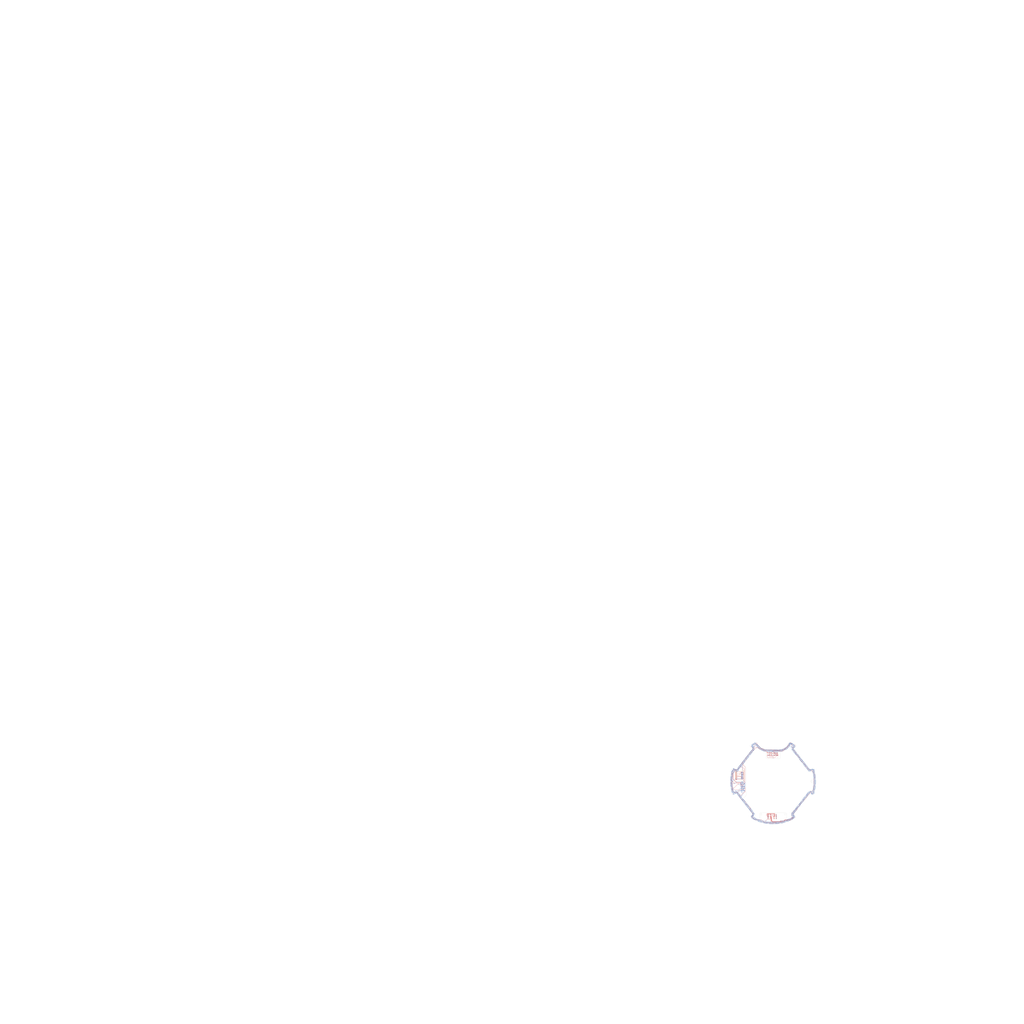
<source format=kicad_pcb>
(kicad_pcb (version 20240108) (generator "pcbnew") (generator_version "8.0")
  (layers (0 "F.Cu" signal) (1 "In1.Cu" signal) (2 "In2.Cu" signal) (31 "B.Cu" signal) (34 "B.Paste" user) (35 "F.Paste" user) (36 "B.SilkS" user "B.Silkscreen") (37 "F.SilkS" user "F.Silkscreen") (38 "B.Mask" user) (39 "F.Mask" user) (44 "Edge.Cuts" user))
  (net 0 "")
  (net 1 "GND")
  (net 2 "Net-(D19-A)")
  (net 3 "Net-(D20-A)")
  (net 4 "Ch40")
  (net 5 "3.3V")
  (net 6 "Ch36")
  (net 7 "Net-(D23-A)")
  (net 8 "Net-(D24-A)")
  (net 9 "Ch39")
  (net 10 "Ch35")
  (net 11 "Net-(D27-A)")
  (net 12 "Net-(D28-A)")
  (net 13 "Ch38")
  (net 14 "Ch34")
  (net 15 "Net-(D31-A)")
  (net 16 "Net-(D14-A)")
  (net 17 "Ch33")
  (net 18 "Ch37")
  (net 19 "Net-(D32-A)")
  (net 20 "Net-(D18-A)")
  (net 21 "Ch32")
  (net 22 "Ch28")
  (net 23 "Net-(D21-A)")
  (net 24 "Net-(D22-A)")
  (net 25 "Ch31")
  (net 26 "Ch27")
  (net 27 "Net-(D25-A)")
  (net 28 "Net-(D26-A)")
  (net 29 "Ch30")
  (net 30 "Ch26")
  (net 31 "Net-(D29-A)")
  (net 32 "Net-(D30-A)")
  (net 33 "Ch25")
  (net 34 "Ch29")
  (net 35 "Net-(D50-A)")
  (net 36 "Net-(D52-A)")
  (net 37 "Net-(D53-A)")
  (net 38 "Net-(D54-A)")
  (net 39 "Net-(D55-A)")
  (net 40 "Net-(D56-A)")
  (net 41 "Ch16")
  (net 42 "Ch8")
  (net 43 "Ch4")
  (net 44 "Ch24")
  (net 45 "Ch12")
  (net 46 "Ch20")
  (net 47 "Net-(D63-A)")
  (net 48 "Net-(D64-A)")
  (net 49 "Net-(D75-A)")
  (net 50 "Net-(D77-A)")
  (net 51 "Net-(D49-A)")
  (net 52 "Ch7")
  (net 53 "Net-(D51-A)")
  (net 54 "Ch3")
  (net 55 "Ch15")
  (net 56 "Ch23")
  (net 57 "Ch11")
  (net 58 "Ch19")
  (net 59 "Net-(D57-A)")
  (net 60 "Net-(D58-A)")
  (net 61 "Net-(D59-A)")
  (net 62 "Net-(D60-A)")
  (net 63 "Net-(D61-A)")
  (net 64 "Net-(D62-A)")
  (net 65 "Ch6")
  (net 66 "Ch2")
  (net 67 "Ch14")
  (net 68 "Ch10")
  (net 69 "Ch22")
  (net 70 "Ch18")
  (net 71 "Net-(D80-A)")
  (net 72 "Net-(D84-A)")
  (net 73 "Net-(D87-A)")
  (net 74 "Net-(D88-A)")
  (net 75 "Net-(D91-A)")
  (net 76 "Net-(D92-A)")
  (net 77 "Ch1")
  (net 78 "Ch5")
  (net 79 "Ch9")
  (net 80 "Ch13")
  (net 81 "Ch17")
  (net 82 "Ch21")
  (net 83 "Net-(D95-A)")
  (net 84 "Net-(D96-A)")
  (net 85 "MOSI")
  (net 86 "MISO")
  (net 87 "SCK1")
  (net 88 "CS1")
  (net 89 "CS2")
  (net 90 "CS3")
  (net 91 "CS4")
  (net 92 "CS5")
  (net 93 "Ch48")
  (net 94 "Ch44")
  (net 95 "Net-(D85-A)")
  (net 96 "Net-(D86-A)")
  (net 97 "Ch47")
  (net 98 "Ch43")
  (net 99 "Net-(D89-A)")
  (net 100 "Net-(D90-A)")
  (net 101 "Ch46")
  (net 102 "Ch42")
  (net 103 "Net-(D93-A)")
  (net 104 "Net-(D94-A)")
  (net 105 "Ch41")
  (net 106 "Ch45")
  (net 107 "5V")
  (net 108 "CS6")
  (footprint "MCP3008:SOIC16-N_MC_MCH-L" (layer "F.Cu") (at 108.135 37.3086 -90)
    (property "Reference" "U4")
    (property "Value" "MCP3008")
  )
  (footprint "Resistor_SMD:R_0805_2012Metric_Pad1.20x1.40mm_HandSolder" (layer "F.Cu") (at 25.35 75.65)
    (property "Reference" "R97")
    (property "Value" "10K")
  )
  (footprint "Resistor_SMD:R_0805_2012Metric_Pad1.20x1.40mm_HandSolder" (layer "F.Cu") (at 25.35 78.6)
    (property "Reference" "R98")
    (property "Value" "10K")
  )
  (footprint "Connector_IDC:IDC-Header_2x06_P2.54mm_Vertical" (layer "F.Cu") (at 36.565 76.36)
    (property "Reference" "J1")
    (property "Value" "Conn_01x12")
  )
  (footprint "MCP3008:SOIC16-N_MC_MCH-L" (layer "F.Cu") (at 107.0214 168.475 180)
    (property "Reference" "U3")
    (property "Value" "MCP3008")
  )
  (footprint "Resistor_SMD:R_0805_2012Metric_Pad1.20x1.40mm_HandSolder" (layer "F.Cu") (at 25.35 81.55)
    (property "Reference" "R99")
    (property "Value" "10K")
  )
  (footprint "Resistor_SMD:R_0805_2012Metric_Pad1.20x1.40mm_HandSolder" (layer "F.Cu") (at 25.35 87.45)
    (property "Reference" "R101")
    (property "Value" "10K")
  )
  (footprint "MCP3008:SOIC16-N_MC_MCH-L" (layer "F.Cu") (at 95.105 37.2814 -90)
    (property "Reference" "U5")
    (property "Value" "MCP3008")
  )
  (footprint "MCP3008:SOIC16-N_MC_MCH-L" (layer "F.Cu") (at 94.4951 168.18 180)
    (property "Reference" "U2")
    (property "Value" "MCP3008")
  )
  (footprint "Resistor_SMD:R_0805_2012Metric_Pad1.20x1.40mm_HandSolder" (layer "F.Cu") (at 25.35 84.5)
    (property "Reference" "R100")
    (property "Value" "10K")
  )
  (footprint "Resistor_SMD:R_0805_2012Metric_Pad1.20x1.40mm_HandSolder" (layer "F.Cu") (at 25.35 90.4)
    (property "Reference" "R102")
    (property "Value" "10K")
  )
  (footprint "Resistor_SMD:R_0805_2012Metric_Pad1.20x1.40mm_HandSolder" (layer "B.Cu") (at 174.489225 66.572658 -141.9999994)
    (property "Reference" "R66")
    (property "Value" "750")
  )
  (footprint "Resistor_SMD:R_0805_2012Metric_Pad1.20x1.40mm_HandSolder" (layer "B.Cu") (at 166.883732 56.838072 -141.9999994)
    (property "Reference" "R67")
    (property "Value" "750")
  )
  (footprint "LED_SMD:LED_0805_2012Metric_Pad1.15x1.40mm_HandSolder" (layer "B.Cu") (at 94.177744 181.766387 -95.57317155)
    (property "Reference" "D51")
    (property "Value" "LED")
  )
  (footprint "LED_SMD:LED_0805_2012Metric_Pad1.15x1.40mm_HandSolder" (layer "B.Cu") (at 19.796484 120.403516 -103.3025925)
    (property "Reference" "D26")
    (property "Value" "LED")
  )
  (footprint "Diode_SMD:D_0805_2012Metric_Pad1.15x1.40mm_HandSolder" (layer "B.Cu") (at 54.651277 36.123397 -38.00000065)
    (property "Reference" "D66")
    (property "Value" "D_Photo")
  )
  (footprint "Diode_SMD:D_0805_2012Metric_Pad1.15x1.40mm_HandSolder" (layer "B.Cu") (at 186.985563 70.684355 22.70554428)
    (property "Reference" "D36")
    (property "Value" "D_Photo")
  )
  (footprint "Resistor_SMD:R_0805_2012Metric_Pad1.20x1.40mm_HandSolder" (layer "B.Cu") (at 170.686479 127.654635 141.9999994)
    (property "Reference" "R43")
    (property "Value" "750")
  )
  (footprint "Resistor_SMD:R_0805_2012Metric_Pad1.20x1.40mm_HandSolder" (layer "B.Cu") (at 166.883732 132.521928 141.9999994)
    (property "Reference" "R63")
    (property "Value" "14k")
  )
  (footprint "Resistor_SMD:R_0805_2012Metric_Pad1.20x1.40mm_HandSolder" (layer "B.Cu") (at 155.475494 42.236192 -141.9999994)
    (property "Reference" "R58")
    (property "Value" "14k")
  )
  (footprint "Diode_SMD:D_0805_2012Metric_Pad1.15x1.40mm_HandSolder" (layer "B.Cu") (at 33.691361 126.409133 38.00000065)
    (property "Reference" "D1")
    (property "Value" "D_Photo")
  )
  (footprint "Resistor_SMD:R_0805_2012Metric_Pad1.20x1.40mm_HandSolder" (layer "B.Cu") (at 58.320706 168.082073 -129.7574578)
    (property "Reference" "R15")
    (property "Value" "750")
  )
  (footprint "Resistor_SMD:R_0805_2012Metric_Pad1.20x1.40mm_HandSolder" (layer "B.Cu") (at 50.803718 148.311952 38.00000065)
    (property "Reference" "R13")
    (property "Value" "750")
  )
  (footprint "Diode_SMD:D_0805_2012Metric_Pad1.15x1.40mm_HandSolder" (layer "B.Cu") (at 168.785105 59.271719 -141.9999994)
    (property "Reference" "D41")
    (property "Value" "D_Photo")
  )
  (footprint "Resistor_SMD:R_0805_2012Metric_Pad1.20x1.40mm_HandSolder" (layer "B.Cu") (at 16.282578 80.804885 170.8759376)
    (property "Reference" "R6")
    (property "Value" "750")
  )
  (footprint "Diode_SMD:D_0805_2012Metric_Pad1.15x1.40mm_HandSolder" (layer "B.Cu") (at 145.968628 30.067959 -141.9999994)
    (property "Reference" "D43")
    (property "Value" "D_Photo")
  )
  (footprint "Resistor_SMD:R_0805_2012Metric_Pad1.20x1.40mm_HandSolder" (layer "B.Cu") (at 178.324992 71.160487 -117.0654453)
    (property "Reference" "R56")
    (property "Value" "14k")
  )
  (footprint "Resistor_SMD:R_0805_2012Metric_Pad1.20x1.40mm_HandSolder" (layer "B.Cu") (at 73.137817 177.043689 -109.729088)
    (property "Reference" "R23")
    (property "Value" "14k")
  )
  (footprint "LED_SMD:LED_0805_2012Metric_Pad1.15x1.40mm_HandSolder" (layer "B.Cu") (at 181.07 71.5 -90)
    (property "Reference" "D77")
    (property "Value" "LED")
  )
  (footprint "Diode_SMD:D_0805_2012Metric_Pad1.15x1.40mm_HandSolder" (layer "B.Cu") (at 88.056525 180.950137 -99.61771926)
    (property "Reference" "D15")
    (property "Value" "D_Photo")
  )
  (footprint "Resistor_SMD:R_0805_2012Metric_Pad1.20x1.40mm_HandSolder" (layer "B.Cu") (at 190.12097 91.592299 2.022274081)
    (property "Reference" "R47")
    (property "Value" "750")
  )
  (footprint "Diode_SMD:D_0805_2012Metric_Pad1.15x1.40mm_HandSolder" (layer "B.Cu") (at 124.804782 179.335439 -75.35043423)
    (property "Reference" "D17")
    (property "Value" "D_Photo")
  )
  (footprint "Diode_SMD:D_0805_2012Metric_Pad1.15x1.40mm_HandSolder" (layer "B.Cu") (at 112.672502 181.607034 -83.43952902)
    (property "Reference" "D12")
    (property "Value" "D_Photo")
  )
  (footprint "Resistor_SMD:R_0805_2012Metric_Pad1.20x1.40mm_HandSolder" (layer "B.Cu") (at 89.56827 30.250654 -91.39045133)
    (property "Reference" "R76")
    (property "Value" "750")
  )
  (footprint "Resistor_SMD:R_0805_2012Metric_Pad1.20x1.40mm_HandSolder" (layer "B.Cu") (at 68.96356 18.509216 -147.9622008)
    (property "Reference" "R78")
    (property "Value" "750")
  )
  (footprint "Resistor_SMD:R_0805_2012Metric_Pad1.20x1.40mm_HandSolder" (layer "B.Cu") (at 135.549517 19.762492 -35.49019736)
    (property "Reference" "R72")
    (property "Value" "750")
  )
  (footprint "Resistor_SMD:R_0805_2012Metric_Pad1.20x1.40mm_HandSolder" (layer "B.Cu") (at 61.7 163 4.235996412)
    (property "Reference" "R21")
    (property "Value" "14k")
  )
  (footprint "LED_SMD:LED_0805_2012Metric_Pad1.15x1.40mm_HandSolder" (layer "B.Cu") (at 18.232874 71.751881 164.8091163)
    (property "Reference" "D22")
    (property "Value" "LED")
  )
  (footprint "Diode_SMD:D_0805_2012Metric_Pad1.15x1.40mm_HandSolder" (layer "B.Cu") (at 39.440293 55.59257 -38.00000065)
    (property "Reference" "D82")
    (property "Value" "D_Photo")
  )
  (footprint "Resistor_SMD:R_0805_2012Metric_Pad1.20x1.40mm_HandSolder" (layer "B.Cu") (at 67.4021 174.755212 -113.7736352)
    (property "Reference" "R16")
    (property "Value" "750")
  )
  (footprint "LED_SMD:LED_0805_2012Metric_Pad1.15x1.40mm_HandSolder" (layer "B.Cu") (at 16.271065 108.483243 -170.9236001)
    (property "Reference" "D25")
    (property "Value" "LED")
  )
  (footprint "Resistor_SMD:R_0805_2012Metric_Pad1.20x1.40mm_HandSolder" (layer "B.Cu") (at 47.000972 143.444659 38.00000065)
    (property "Reference" "R19")
    (property "Value" "14k")
  )
  (footprint "Diode_SMD:D_0805_2012Metric_Pad1.15x1.40mm_HandSolder" (layer "B.Cu") (at 61.906468 17.258176 117.7705205)
    (property "Reference" "D67")
    (property "Value" "D_Photo")
  )
  (footprint "Resistor_SMD:R_0805_2012Metric_Pad1.20x1.40mm_HandSolder" (layer "B.Cu") (at 16.811968 111.523686 -168.901326)
    (property "Reference" "R90")
    (property "Value" "14k")
  )
  (footprint "LED_SMD:LED_0805_2012Metric_Pad1.15x1.40mm_HandSolder" (layer "B.Cu") (at 67.454888 15.817492 128.8295361)
    (property "Reference" "D95")
    (property "Value" "LED")
  )
  (footprint "LED_SMD:LED_0805_2012Metric_Pad1.15x1.40mm_HandSolder" (layer "B.Cu") (at 52.705092 150.745599 38.00000065)
    (property "Reference" "D30")
    (property "Value" "LED")
  )
  (footprint "LED_SMD:LED_0805_2012Metric_Pad1.15x1.40mm_HandSolder" (layer "B.Cu") (at 130.720592 177.563779 -71.30588634)
    (property "Reference" "D54")
    (property "Value" "LED")
  )
  (footprint "Resistor_SMD:R_0805_2012Metric_Pad1.20x1.40mm_HandSolder" (layer "B.Cu") (at 15.83779 105.425607 -172.9458737)
    (property "Reference" "R8")
    (property "Value" "750")
  )
  (footprint "Diode_SMD:D_0805_2012Metric_Pad1.15x1.40mm_HandSolder" (layer "B.Cu") (at 47.045785 45.857983 -38.00000065)
    (property "Reference" "D83")
    (property "Value" "D_Photo")
  )
  (footprint "MCP3008:SOIC16-N_MC_MCH-L" (layer "B.Cu") (at 39.16 111.15 -90)
    (property "Reference" "U1")
    (property "Value" "MCP3008")
  )
  (footprint "LED_SMD:LED_0805_2012Metric_Pad1.15x1.40mm_HandSolder" (layer "B.Cu") (at 157.376867 144.690161 141.9999994)
    (property "Reference" "D58")
    (property "Value" "LED")
  )
  (footprint "Diode_SMD:D_0805_2012Metric_Pad1.15x1.40mm_HandSolder" (layer "B.Cu") (at 16.82601 77.764893 168.8536635)
    (property "Reference" "D78")
    (property "Value" "D_Photo")
  )
  (footprint "LED_SMD:LED_0805_2012Metric_Pad1.15x1.40mm_HandSolder" (layer "B.Cu") (at 86.493288 29.985619 -98.46192147)
    (property "Reference" "D93")
    (property "Value" "LED")
  )
  (footprint "Resistor_SMD:R_0805_2012Metric_Pad1.20x1.40mm_HandSolder" (layer "B.Cu") (at 151.672748 37.368899 -141.9999994)
    (property "Reference" "R69")
    (property "Value" "750")
  )
  (footprint "Resistor_SMD:R_0805_2012Metric_Pad1.20x1.40mm_HandSolder" (layer "B.Cu") (at 103.429345 182.176752 -89.50635048)
    (property "Reference" "R35")
    (property "Value" "750")
  )
  (footprint "LED_SMD:LED_0805_2012Metric_Pad1.15x1.40mm_HandSolder" (layer "B.Cu") (at 149.771374 34.935253 -141.9999994)
    (property "Reference" "D86")
    (property "Value" "LED")
  )
  (footprint "Resistor_SMD:R_0805_2012Metric_Pad1.20x1.40mm_HandSolder" (layer "B.Cu") (at 188.816448 110.041681 -10.11136924)
    (property "Reference" "R61")
    (property "Value" "14k")
  )
  (footprint "Resistor_SMD:R_0805_2012Metric_Pad1.20x1.40mm_HandSolder" (layer "B.Cu") (at 58.409211 158.046538 38.00000065)
    (property "Reference" "R14")
    (property "Value" "750")
  )
  (footprint "Resistor_SMD:R_0805_2012Metric_Pad1.20x1.40mm_HandSolder" (layer "B.Cu") (at 61.842078 172.067883 -117.8181826)
    (property "Reference" "R22")
    (property "Value" "14k")
  )
  (footprint "Resistor_SMD:R_0805_2012Metric_Pad1.20x1.40mm_HandSolder" (layer "B.Cu") (at 143.92 161.56 154.1666524)
    (property "Reference" "R25")
    (property "Value" "14k")
  )
  (footprint "Resistor_SMD:R_0805_2012Metric_Pad1.20x1.40mm_HandSolder" (layer "B.Cu") (at 54.606465 153.179245 38.00000065)
    (property "Reference" "R20")
    (property "Value" "14k")
  )
  (footprint "Resistor_SMD:R_0805_2012Metric_Pad1.20x1.40mm_HandSolder" (layer "B.Cu") (at 120.41262 29.703833 -77.91901394)
    (property "Reference" "R87")
    (property "Value" "14k")
  )
  (footprint "Diode_SMD:D_0805_2012Metric_Pad1.15x1.40mm_HandSolder" (layer "B.Cu") (at 61.932771 26.202771 -3.193386726)
    (property "Reference" "D65")
    (property "Value" "D_Photo")
  )
  (footprint "Diode_SMD:D_0805_2012Metric_Pad1.15x1.40mm_HandSolder" (layer "B.Cu") (at 25.299085 117.218056 85.57486438)
    (property "Reference" "D8")
    (property "Value" "D_Photo")
  )
  (footprint "Diode_SMD:D_0805_2012Metric_Pad1.15x1.40mm_HandSolder" (layer "B.Cu") (at 15.512683 102.354586 -174.9681472)
    (property "Reference" "D70")
    (property "Value" "D_Photo")
  )
  (footprint "LED_SMD:LED_0805_2012Metric_Pad1.15x1.40mm_HandSolder" (layer "B.Cu") (at 58.27553 21.220864 -53.02278561)
    (property "Reference" "D96")
    (property "Value" "LED")
  )
  (footprint "Resistor_SMD:R_0805_2012Metric_Pad1.20x1.40mm_HandSolder" (layer "B.Cu") (at 190.12097 97.767701 -2.022274081)
    (property "Reference" "R55")
    (property "Value" "14k")
  )
  (footprint "Resistor_SMD:R_0805_2012Metric_Pad1.20x1.40mm_HandSolder" (layer "B.Cu") (at 144.141975 27.584018 -154.1666524)
    (property "Reference" "R70")
    (property "Value" "750")
  )
  (footprint "LED_SMD:LED_0805_2012Metric_Pad1.15x1.40mm_HandSolder" (layer "B.Cu") (at 143.81 24.34 161.596129)
    (property "Reference" "D87")
    (property "Value" "LED")
  )
  (footprint "Resistor_SMD:R_0805_2012Metric_Pad1.20x1.40mm_HandSolder" (layer "B.Cu") (at 127.778322 178.501815 -73.32816003)
    (property "Reference" "R37")
    (property "Value" "750")
  )
  (footprint "Resistor_SMD:R_0805_2012Metric_Pad1.20x1.40mm_HandSolder" (layer "B.Cu") (at 25.41 72.07 -84.53224278)
    (property "Reference" "R94")
    (property "Value" "14k")
  )
  (footprint "Resistor_SMD:R_0805_2012Metric_Pad1.20x1.40mm_HandSolder" (layer "B.Cu") (at 121.803678 180.063614 -77.37270788)
    (property "Reference" "R32")
    (property "Value" "14k")
  )
  (footprint "LED_SMD:LED_0805_2012Metric_Pad1.15x1.40mm_HandSolder" (layer "B.Cu") (at 28.029553 70.192441 -40.29454502)
    (property "Reference" "D21")
    (property "Value" "LED")
  )
  (footprint "Resistor_SMD:R_0805_2012Metric_Pad1.20x1.40mm_HandSolder" (layer "B.Cu") (at 72.849936 23.28982 -133.8192645)
    (property "Reference" "R85")
    (property "Value" "14k")
  )
  (footprint "Diode_SMD:D_0805_2012Metric_Pad1.15x1.40mm_HandSolder" (layer "B.Cu") (at 31.8348 65.327156 -38.00000065)
    (property "Reference" "D79")
    (property "Value" "D_Photo")
  )
  (footprint "Resistor_SMD:R_0805_2012Metric_Pad1.20x1.40mm_HandSolder" (layer "B.Cu") (at 147.870001 32.501606 -141.9999994)
    (property "Reference" "R59")
    (property "Value" "14k")
  )
  (footprint "Resistor_SMD:R_0805_2012Metric_Pad1.20x1.40mm_HandSolder" (layer "B.Cu") (at 109.598794 181.90567 -85.46180269)
    (property "Reference" "R28")
    (property "Value" "14k")
  )
  (footprint "Resistor_SMD:R_0805_2012Metric_Pad1.20x1.40mm_HandSolder" (layer "B.Cu") (at 22.416322 118.68026 127.9999839)
    (property "Reference" "R24")
    (property "Value" "14k")
  )
  (footprint "LED_SMD:LED_0805_2012Metric_Pad1.15x1.40mm_HandSolder" (layer "B.Cu") (at 143.946818 164.781856 -161.596129)
    (property "Reference" "D56")
    (property "Value" "LED")
  )
  (footprint "Diode_SMD:D_0805_2012Metric_Pad1.15x1.40mm_HandSolder" (layer "B.Cu") (at 64.598374 173.460613 -115.795909)
    (property "Reference" "D6")
    (property "Value" "D_Photo")
  )
  (footprint "LED_SMD:LED_0805_2012Metric_Pad1.15x1.40mm_HandSolder" (layer "B.Cu") (at 15.188456 96.187702 -179.0126945)
    (property "Reference" "D24")
    (property "Value" "LED")
  )
  (footprint "LED_SMD:LED_0805_2012Metric_Pad1.15x1.40mm_HandSolder" (layer "B.Cu") (at 60.310584 160.480185 38.00000065)
    (property "Reference" "D31")
    (property "Value" "LED")
  )
  (footprint "Diode_SMD:D_0805_2012Metric_Pad1.15x1.40mm_HandSolder" (layer "B.Cu") (at 60.672819 166.090217 -40.00123467)
    (property "Reference" "D5")
    (property "Value" "D_Photo")
  )
  (footprint "Diode_SMD:D_0805_2012Metric_Pad1.15x1.40mm_HandSolder" (layer "B.Cu") (at 145.968628 159.292041 141.9999994)
    (property "Reference" "D9")
    (property "Value" "D_Photo")
  )
  (footprint "Resistor_SMD:R_0805_2012Metric_Pad1.20x1.40mm_HandSolder" (layer "B.Cu") (at 174.489225 122.787342 141.9999994)
    (property "Reference" "R60")
    (property "Value" "14k")
  )
  (footprint "LED_SMD:LED_0805_2012Metric_Pad1.15x1.40mm_HandSolder" (layer "B.Cu") (at 50.848531 40.99069 -38.00000065)
    (property "Reference" "D18")
    (property "Value" "LED")
  )
  (footprint "Resistor_SMD:R_0805_2012Metric_Pad1.20x1.40mm_HandSolder" (layer "B.Cu") (at 178.552263 118.192483 117.0654453)
    (property "Reference" "R44")
    (property "Value" "750")
  )
  (footprint "Resistor_SMD:R_0805_2012Metric_Pad1.20x1.40mm_HandSolder" (layer "B.Cu") (at 163.080986 137.389221 141.9999994)
    (property "Reference" "R42")
    (property "Value" "750")
  )
  (footprint "Resistor_SMD:R_0805_2012Metric_Pad1.20x1.40mm_HandSolder" (layer "B.Cu") (at 56.552651 33.68975 -38.00000065)
    (property "Reference" "R82")
    (property "Value" "14k")
  )
  (footprint "Diode_SMD:D_0805_2012Metric_Pad1.15x1.40mm_HandSolder" (layer "B.Cu") (at 92.656552 30.258022 -90)
    (property "Reference" "D68")
    (property "Value" "D_Photo")
  )
  (footprint "Diode_SMD:D_0805_2012Metric_Pad1.15x1.40mm_HandSolder" (layer "B.Cu") (at 22.47368 70.724553 -127.9999839)
    (property "Reference" "D81")
    (property "Value" "D_Photo")
  )
  (footprint "Resistor_SMD:R_0805_2012Metric_Pad1.20x1.40mm_HandSolder" (layer "B.Cu") (at 145.864996 167.128415 -127.9999839)
    (property "Reference" "R39")
    (property "Value" "750")
  )
  (footprint "Diode_SMD:D_0805_2012Metric_Pad1.15x1.40mm_HandSolder" (layer "B.Cu") (at 41.296853 136.143719 38.00000065)
    (property "Reference" "D2")
    (property "Value" "D_Photo")
  )
  (footprint "Resistor_SMD:R_0805_2012Metric_Pad1.20x1.40mm_HandSolder" (layer "B.Cu") (at 35.592734 128.842779 38.00000065)
    (property "Reference" "R11")
    (property "Value" "750")
  )
  (footprint "Diode_SMD:D_0805_2012Metric_Pad1.15x1.40mm_HandSolder" (layer "B.Cu") (at 128.911951 26.150544 -56.70460566)
    (property "Reference" "D35")
    (property "Value" "D_Photo")
  )
  (footprint "Resistor_SMD:R_0805_2012Metric_Pad1.20x1.40mm_HandSolder" (layer "B.Cu") (at 126.232616 27.682509 -63.77607442)
    (property "Reference" "R73")
    (property "Value" "750")
  )
  (footprint "Resistor_SMD:R_0805_2012Metric_Pad1.20x1.40mm_HandSolder" (layer "B.Cu") (at 147.870001 156.858394 141.9999994)
    (property "Reference" "R40")
    (property "Value" "750")
  )
  (footprint "LED_SMD:LED_0805_2012Metric_Pad1.15x1.40mm_HandSolder" (layer "B.Cu") (at 164.982359 134.955575 141.9999994)
    (property "Reference" "D59")
    (property "Value" "LED")
  )
  (footprint "Diode_SMD:D_0805_2012Metric_Pad1.15x1.40mm_HandSolder" (layer "B.Cu") (at 176.390598 120.353695 141.9999994)
    (property "Reference" "D44")
    (property "Value" "D_Photo")
  )
  (footprint "Resistor_SMD:R_0805_2012Metric_Pad1.20x1.40mm_HandSolder" (layer "B.Cu") (at 59.199798 18.745052 119.792794)
    (property "Reference" "R79")
    (property "Value" "750")
  )
  (footprint "Diode_SMD:D_0805_2012Metric_Pad1.15x1.40mm_HandSolder" (layer "B.Cu") (at 168.785105 130.088281 141.9999994)
    (property "Reference" "D47")
    (property "Value" "D_Photo")
  )
  (footprint "Diode_SMD:D_0805_2012Metric_Pad1.15x1.40mm_HandSolder" (layer "B.Cu") (at 186.794043 118.884043 -22.70554428)
    (property "Reference" "D48")
    (property "Value" "D_Photo")
  )
  (footprint "Resistor_SMD:R_0805_2012Metric_Pad1.20x1.40mm_HandSolder" (layer "B.Cu") (at 97.256141 182.012015 -93.55089823)
    (property "Reference" "R31")
    (property "Value" "14k")
  )
  (footprint "LED_SMD:LED_0805_2012Metric_Pad1.15x1.40mm_HandSolder" (layer "B.Cu") (at 43.243039 50.725277 -38.00000065)
    (property "Reference" "D19")
    (property "Value" "LED")
  )
  (footprint "Resistor_SMD:R_0805_2012Metric_Pad1.20x1.40mm_HandSolder" (layer "B.Cu") (at 184.122754 69.75146 37.9999839)
    (property "Reference" "R65")
    (property "Value" "750")
  )
  (footprint "Resistor_SMD:R_0805_2012Metric_Pad1.20x1.40mm_HandSolder" (layer "B.Cu") (at 187.518424 73.280876 14.15591711)
    (property "Reference" "R52")
    (property "Value" "14k")
  )
  (footprint "LED_SMD:LED_0805_2012Metric_Pad1.15x1.40mm_HandSolder" (layer "B.Cu") (at 172.587852 125.220988 141.9999994)
    (property "Reference" "D60")
    (property "Value" "LED")
  )
  (footprint "Resistor_SMD:R_0805_2012Metric_Pad1.20x1.40mm_HandSolder" (layer "B.Cu") (at 19.91 68.95 100.696103)
    (property "Reference" "R5")
    (property "Value" "750")
  )
  (footprint "Resistor_SMD:R_0805_2012Metric_Pad1.20x1.40mm_HandSolder" (layer "B.Cu") (at 64.663922 15.867739 115.7482466)
    (property "Reference" "R83")
    (property "Value" "14k")
  )
  (footprint "Resistor_SMD:R_0805_2012Metric_Pad1.20x1.40mm_HandSolder" (layer "B.Cu") (at 189.685406 85.432278 6.066821445)
    (property "Reference" "R50")
    (property "Value" "14k")
  )
  (footprint "Resistor_SMD:R_0805_2012Metric_Pad1.20x1.40mm_HandSolder" (layer "B.Cu") (at 27.981977 119.112473 41.33716716)
    (property "Reference" "R10")
    (property "Value" "750")
  )
  (footprint "Resistor_SMD:R_0805_2012Metric_Pad1.20x1.40mm_HandSolder" (layer "B.Cu") (at 85.021329 180.380533 -101.6399928)
    (property "Reference" "R30")
    (property "Value" "14k")
  )
  (footprint "Diode_SMD:D_0805_2012Metric_Pad1.15x1.40mm_HandSolder" (layer "B.Cu") (at 100.34129 182.148861 -91.52862385)
    (property "Reference" "D16")
    (property "Value" "D_Photo")
  )
  (footprint "Diode_SMD:D_0805_2012Metric_Pad1.15x1.40mm_HandSolder" (layer "B.Cu") (at 15.3 90.013308 176.9427581)
    (property "Reference" "D76")
    (property "Value" "D_Photo")
  )
  (footprint "LED_SMD:LED_0805_2012Metric_Pad1.15x1.40mm_HandSolder" (layer "B.Cu") (at 123.385065 28.872976 -70.84754528)
    (property "Reference" "D90")
    (property "Value" "LED")
  )
  (footprint "LED_SMD:LED_0805_2012Metric_Pad1.15x1.40mm_HandSolder" (layer "B.Cu") (at 189.957548 100.851555 -4.044547633)
    (property "Reference" "D63")
    (property "Value" "LED")
  )
  (footprint "LED_SMD:LED_0805_2012Metric_Pad1.15x1.40mm_HandSolder" (layer "B.Cu") (at 189.957548 88.508445 4.044547633)
    (property "Reference" "D64")
    (property "Value" "LED")
  )
  (footprint "Diode_SMD:D_0805_2012Metric_Pad1.15x1.40mm_HandSolder" (layer "B.Cu") (at 105.009919 30.258022 -90)
    (property "Reference" "D72")
    (property "Value" "D_Photo")
  )
  (footprint "Resistor_SMD:R_0805_2012Metric_Pad1.20x1.40mm_HandSolder" (layer "B.Cu") (at 115.733757 181.200119 -81.41725559)
    (property "Reference" "R36")
    (property "Value" "750")
  )
  (footprint "Diode_SMD:D_0805_2012Metric_Pad1.15x1.40mm_HandSolder" (layer "B.Cu") (at 76.062664 178.034717 -107.7068142)
    (property "Reference" "D7")
    (property "Value" "D_Photo")
  )
  (footprint "Resistor_SMD:R_0805_2012Metric_Pad1.20x1.40mm_HandSolder" (layer "B.Cu") (at 159.27824 47.103486 -141.9999994)
    (property "Reference" "R68")
    (property "Value" "750")
  )
  (footprint "Resistor_SMD:R_0805_2012Metric_Pad1.20x1.40mm_HandSolder" (layer "B.Cu") (at 77.786614 26.975917 -119.6763268)
    (property "Reference" "R77")
    (property "Value" "750")
  )
  (footprint "Diode_SMD:D_0805_2012Metric_Pad1.15x1.40mm_HandSolder" (layer "B.Cu") (at 117.3605 30.16244 -84.99048414)
    (property "Reference" "D71")
    (property "Value" "D_Photo")
  )
  (footprint "LED_SMD:LED_0805_2012Metric_Pad1.15x1.40mm_HandSolder" (layer "B.Cu") (at 59.136645 170.578756 -119.8404565)
    (property "Reference" "D32")
    (property "Value" "LED")
  )
  (footprint "LED_SMD:LED_0805_2012Metric_Pad1.15x1.40mm_HandSolder" (layer "B.Cu") (at 142.104365 172.792816 -63.2167911)
    (property "Reference" "D55")
    (property "Value" "LED")
  )
  (footprint "Resistor_SMD:R_0805_2012Metric_Pad1.20x1.40mm_HandSolder" (layer "B.Cu") (at 41.341666 53.158923 -38.00000065)
    (property "Reference" "R95")
    (property "Value" "14k")
  )
  (footprint "Resistor_SMD:R_0805_2012Metric_Pad1.20x1.40mm_HandSolder" (layer "B.Cu") (at 79.020661 178.921915 -105.6845403)
    (property "Reference" "R33")
    (property "Value" "750")
  )
  (footprint "LED_SMD:LED_0805_2012Metric_Pad1.15x1.40mm_HandSolder" (layer "B.Cu") (at 164.982359 54.404425 -141.9999994)
    (property "Reference" "D84")
    (property "Value" "LED")
  )
  (footprint "Diode_SMD:D_0805_2012Metric_Pad1.15x1.40mm_HandSolder" (layer "B.Cu") (at 161.179613 49.537132 -141.9999994)
    (property "Reference" "D37")
    (property "Value" "D_Photo")
  )
  (footprint "LED_SMD:LED_0805_2012Metric_Pad1.15x1.40mm_HandSolder" (layer "B.Cu") (at 118.778747 180.685432 -79.39498165)
    (property "Reference" "D53")
    (property "Value" "LED")
  )
  (footprint "LED_SMD:LED_0805_2012Metric_Pad1.15x1.40mm_HandSolder" (layer "B.Cu") (at 15.846759 83.862159 172.898211)
    (property "Reference" "D23")
    (property "Value" "LED")
  )
  (footprint "LED_SMD:LED_0805_2012Metric_Pad1.15x1.40mm_HandSolder" (layer "B.Cu") (at 58.454024 31.256104 -38.00000065)
    (property "Reference" "D14")
    (property "Value" "LED")
  )
  (footprint "Diode_SMD:D_0805_2012Metric_Pad1.15x1.40mm_HandSolder" (layer "B.Cu") (at 153.574121 149.557454 141.9999994)
    (property "Reference" "D10")
    (property "Value" "D_Photo")
  )
  (footprint "Resistor_SMD:R_0805_2012Metric_Pad1.20x1.40mm_HandSolder" (layer "B.Cu") (at 52.749904 38.557044 -38.00000065)
    (property "Reference" "R1")
    (property "Value" "750")
  )
  (footprint "LED_SMD:LED_0805_2012Metric_Pad1.15x1.40mm_HandSolder" (layer "B.Cu") (at 172.587852 64.139012 -141.9999994)
    (property "Reference" "D80")
    (property "Value" "LED")
  )
  (footprint "Resistor_SMD:R_0805_2012Metric_Pad1.20x1.40mm_HandSolder" (layer "B.Cu") (at 29.933427 67.760803 -38.00000065)
    (property "Reference" "R4")
    (property "Value" "750")
  )
  (footprint "LED_SMD:LED_0805_2012Metric_Pad1.15x1.40mm_HandSolder" (layer "B.Cu") (at 142.104365 16.567184 63.2167911)
    (property "Reference" "D88")
    (property "Value" "LED")
  )
  (footprint "LED_SMD:LED_0805_2012Metric_Pad1.15x1.40mm_HandSolder" (layer "B.Cu") (at 106.516462 182.095655 -87.48407642)
    (property "Reference" "D52")
    (property "Value" "LED")
  )
  (footprint "Resistor_SMD:R_0805_2012Metric_Pad1.20x1.40mm_HandSolder" (layer "B.Cu") (at 187.518424 116.079124 -14.15591711)
    (property "Reference" "R45")
    (property "Value" "750")
  )
  (footprint "Resistor_SMD:R_0805_2012Metric_Pad1.20x1.40mm_HandSolder" (layer "B.Cu") (at 48.947158 43.424337 -38.00000065)
    (property "Reference" "R96")
    (property "Value" "14k")
  )
  (footprint "Resistor_SMD:R_0805_2012Metric_Pad1.20x1.40mm_HandSolder" (layer "B.Cu") (at 15.189741 93.099521 178.965032)
    (property "Reference" "R7")
    (property "Value" "750")
  )
  (footprint "Resistor_SMD:R_0805_2012Metric_Pad1.20x1.40mm_HandSolder" (layer "B.Cu") (at 159.27824 142.256514 141.9999994)
    (property "Reference" "R62")
    (property "Value" "14k")
  )
  (footprint "Resistor_SMD:R_0805_2012Metric_Pad1.20x1.40mm_HandSolder" (layer "B.Cu") (at 155.475494 147.123808 141.9999994)
    (property "Reference" "R41")
    (property "Value" "750")
  )
  (footprint "Resistor_SMD:R_0805_2012Metric_Pad1.20x1.40mm_HandSolder" (layer "B.Cu") (at 18.21383 117.537866 -164.8567789)
    (property "Reference" "R9")
    (property "Value" "750")
  )
  (footprint "Resistor_SMD:R_0805_2012Metric_Pad1.20x1.40mm_HandSolder" (layer "B.Cu") (at 114.274945 30.258022 -90)
    (property "Reference" "R74")
    (property "Value" "750")
  )
  (footprint "LED_SMD:LED_0805_2012Metric_Pad1.15x1.40mm_HandSolder" (layer "B.Cu") (at 133.606108 22.160182 -42.56166719)
    (property "Reference" "D89")
    (property "Value" "LED")
  )
  (footprint "MCP3008:SOIC16-N_MC_MCH-L" (layer "B.Cu") (at 38.845 102.4814 -90)
    (property "Reference" "U6")
    (property "Value" "MCP3008")
  )
  (footprint "Resistor_SMD:R_0805_2012Metric_Pad1.20x1.40mm_HandSolder" (layer "B.Cu") (at 183.858011 120.265661 142.0000373)
    (property "Reference" "R64")
    (property "Value" "14k")
  )
  (footprint "Resistor_SMD:R_0805_2012Metric_Pad1.20x1.40mm_HandSolder" (layer "B.Cu") (at 60.625526 23.214453 41.04385451)
    (property "Reference" "R81")
    (property "Value" "14k")
  )
  (footprint "Diode_SMD:D_0805_2012Metric_Pad1.15x1.40mm_HandSolder" (layer "B.Cu") (at 176.390598 69.006305 -141.9999994)
    (property "Reference" "D40")
    (property "Value" "D_Photo")
  )
  (footprint "LED_SMD:LED_0805_2012Metric_Pad1.15x1.40mm_HandSolder" (layer "B.Cu") (at 188.220715 76.288143 12.13364301)
    (property "Reference" "D75")
    (property "Value" "LED")
  )
  (footprint "Diode_SMD:D_0805_2012Metric_Pad1.15x1.40mm_HandSolder" (layer "B.Cu") (at 17.459825 114.543147 -166.8790525)
    (property "Reference" "D74")
    (property "Value" "D_Photo")
  )
  (footprint "Diode_SMD:D_0805_2012Metric_Pad1.15x1.40mm_HandSolder" (layer "B.Cu") (at 137.18297 17.143793 -28.41872868)
    (property "Reference" "D33")
    (property "Value" "D_Photo")
  )
  (footprint "Resistor_SMD:R_0805_2012Metric_Pad1.20x1.40mm_HandSolder" (layer "B.Cu") (at 45.144412 48.29163 -38.00000065)
    (property "Reference" "R2")
    (property "Value" "750")
  )
  (footprint "Resistor_SMD:R_0805_2012Metric_Pad1.20x1.40mm_HandSolder" (layer "B.Cu") (at 151.672748 151.991101 141.9999994)
    (property "Reference" "R26")
    (property "Value" "14k")
  )
  (footprint "Resistor_SMD:R_0805_2012Metric_Pad1.20x1.40mm_HandSolder" (layer "B.Cu") (at 43.198226 138.577366 38.00000065)
    (property "Reference" "R12")
    (property "Value" "750")
  )
  (footprint "Diode_SMD:D_0805_2012Metric_Pad1.15x1.40mm_HandSolder" (layer "B.Cu") (at 48.902345 145.878305 38.00000065)
    (property "Reference" "D3")
    (property "Value" "D_Photo")
  )
  (footprint "Resistor_SMD:R_0805_2012Metric_Pad1.20x1.40mm_HandSolder" (layer "B.Cu") (at 17.476378 74.745972 166.8313902)
    (property "Reference" "R92")
    (property "Value" "14k")
  )
  (footprint "LED_SMD:LED_0805_2012Metric_Pad1.15x1.40mm_HandSolder" (layer "B.Cu") (at 181.416247 116.776247 162.8281823)
    (property "Reference" "D61")
    (property "Value" "LED")
  )
  (footprint "Resistor_SMD:R_0805_2012Metric_Pad1.20x1.40mm_HandSolder" (layer "B.Cu") (at 15.519097 86.932909 174.9204849)
    (property "Reference" "R91")
    (property "Value" "14k")
  )
  (footprint "Diode_SMD:D_0805_2012Metric_Pad1.15x1.40mm_HandSolder" (layer "B.Cu") (at 56.507838 155.612892 38.00000065)
    (property "Reference" "D4")
    (property "Value" "D_Photo")
  )
  (footprint "Diode_SMD:D_0805_2012Metric_Pad1.15x1.40mm_HandSolder" (layer "B.Cu") (at 70.759054 21.019585 -140.8907333)
    (property "Reference" "D69")
    (property "Value" "D_Photo")
  )
  (footprint "Resistor_SMD:R_0805_2012Metric_Pad1.20x1.40mm_HandSolder" (layer "B.Cu") (at 188.816448 79.318319 10.11136924)
    (property "Reference" "R48")
    (property "Value" "750")
  )
  (footprint "Resistor_SMD:R_0805_2012Metric_Pad1.20x1.40mm_HandSolder" (layer "B.Cu") (at 91.109931 181.41228 -97.59544561)
    (property "Reference" "R34")
    (property "Value" "750")
  )
  (footprint "Resistor_SMD:R_0805_2012Metric_Pad1.20x1.40mm_HandSolder" (layer "B.Cu") (at 31.789987 123.975486 38.00000065)
    (property "Reference" "R17")
    (property "Value" "14k")
  )
  (footprint "LED_SMD:LED_0805_2012Metric_Pad1.15x1.40mm_HandSolder" (layer "B.Cu") (at 45.099599 141.011012 38.00000065)
    (property "Reference" "D29")
    (property "Value" "LED")
  )
  (footprint "LED_SMD:LED_0805_2012Metric_Pad1.15x1.40mm_HandSolder" (layer "B.Cu") (at 149.771374 154.424747 141.9999994)
    (property "Reference" "D57")
    (property "Value" "LED")
  )
  (footprint "LED_SMD:LED_0805_2012Metric_Pad1.15x1.40mm_HandSolder" (layer "B.Cu") (at 29.888614 121.541839 38.00000065)
    (property "Reference" "D27")
    (property "Value" "LED")
  )
  (footprint "Resistor_SMD:R_0805_2012Metric_Pad1.20x1.40mm_HandSolder" (layer "B.Cu") (at 95.744894 30.258022 -90)
    (property "Reference" "R84")
    (property "Value" "14k")
  )
  (footprint "LED_SMD:LED_0805_2012Metric_Pad1.15x1.40mm_HandSolder" (layer "B.Cu") (at 37.494107 131.276426 38.00000065)
    (property "Reference" "D28")
    (property "Value" "LED")
  )
  (footprint "Resistor_SMD:R_0805_2012Metric_Pad1.20x1.40mm_HandSolder" (layer "B.Cu") (at 145.864996 22.231585 127.9999839)
    (property "Reference" "R54")
    (property "Value" "14k")
  )
  (footprint "Resistor_SMD:R_0805_2012Metric_Pad1.20x1.40mm_HandSolder" (layer "B.Cu") (at 144.836253 171.352798 -61.19451744)
    (property "Reference" "R27")
    (property "Value" "14k")
  )
  (footprint "LED_SMD:LED_0805_2012Metric_Pad1.15x1.40mm_HandSolder" (layer "B.Cu") (at 111.186603 30.258022 -90)
    (property "Reference" "D91")
    (property "Value" "LED")
  )
  (footprint "LED_SMD:LED_0805_2012Metric_Pad1.15x1.40mm_HandSolder" (layer "B.Cu") (at 75.204395 25.285384 -126.7477963)
    (property "Reference" "D94")
    (property "Value" "LED")
  )
  (footprint "Resistor_SMD:R_0805_2012Metric_Pad1.20x1.40mm_HandSolder" (layer "B.Cu") (at 133.627929 176.522502 -69.28361245)
    (property "Reference" "R29")
    (property "Value" "14k")
  )
  (footprint "Resistor_SMD:R_0805_2012Metric_Pad1.20x1.40mm_HandSolder" (layer "B.Cu") (at 15.296149 99.274006 -176.9904203)
    (property "Reference" "R86")
    (property "Value" "14k")
  )
  (footprint "Resistor_SMD:R_0805_2012Metric_Pad1.20x1.40mm_HandSolder" (layer "B.Cu") (at 131.382309 24.300386 -49.63313678)
    (property "Reference" "R51")
    (property "Value" "14k")
  )
  (footprint "Diode_SMD:D_0805_2012Metric_Pad1.15x1.40mm_HandSolder" (layer "B.Cu") (at 189.304881 82.36763 8.089095461)
    (property "Reference" "D34")
    (property "Value" "D_Photo")
  )
  (footprint "Diode_SMD:D_0805_2012Metric_Pad1.15x1.40mm_HandSolder" (layer "B.Cu") (at 136.49671 175.379278 -67.26133863)
    (property "Reference" "D13")
    (property "Value" "D_Photo")
  )
  (footprint "Resistor_SMD:R_0805_2012Metric_Pad1.20x1.40mm_HandSolder" (layer "B.Cu") (at 83.474325 29.344048 -105.533389)
    (property "Reference" "R89")
    (property "Value" "14k")
  )
  (footprint "Resistor_SMD:R_0805_2012Metric_Pad1.20x1.40mm_HandSolder" (layer "B.Cu") (at 33.736173 62.89351 -38.00000065)
    (property "Reference" "R93")
    (property "Value" "14k")
  )
  (footprint "Resistor_SMD:R_0805_2012Metric_Pad1.20x1.40mm_HandSolder" (layer "B.Cu") (at 139.323362 174.135533 -65.23906505)
    (property "Reference" "R38")
    (property "Value" "750")
  )
  (footprint "Diode_SMD:D_0805_2012Metric_Pad1.15x1.40mm_HandSolder" (layer "B.Cu") (at 161.179613 139.822868 141.9999994)
    (property "Reference" "D46")
    (property "Value" "D_Photo")
  )
  (footprint "Resistor_SMD:R_0805_2012Metric_Pad1.20x1.40mm_HandSolder" (layer "B.Cu") (at 39.39548 133.710072 38.00000065)
    (property "Reference" "R18")
    (property "Value" "14k")
  )
  (footprint "Diode_SMD:D_0805_2012Metric_Pad1.15x1.40mm_HandSolder" (layer "B.Cu") (at 153.574121 39.802546 -141.9999994)
    (property "Reference" "D42")
    (property "Value" "D_Photo")
  )
  (footprint "Diode_SMD:D_0805_2012Metric_Pad1.15x1.40mm_HandSolder" (layer "B.Cu") (at 189.304881 106.99237 -8.089095461)
    (property "Reference" "D45")
    (property "Value" "D_Photo")
  )
  (footprint "LED_SMD:LED_0805_2012Metric_Pad1.15x1.40mm_HandSolder" (layer "B.Cu") (at 82.008123 179.704179 -103.6622665)
    (property "Reference" "D50")
    (property "Value" "LED")
  )
  (footprint "LED_SMD:LED_0805_2012Metric_Pad1.15x1.40mm_HandSolder" (layer "B.Cu") (at 98.833236 30.258022 -90)
    (property "Reference" "D92")
    (property "Value" "LED")
  )
  (footprint "Resistor_SMD:R_0805_2012Metric_Pad1.20x1.40mm_HandSolder" (layer "B.Cu") (at 189.685406 103.927722 -6.066821445)
    (property "Reference" "R46")
    (property "Value" "750")
  )
  (footprint "Resistor_SMD:R_0805_2012Metric_Pad1.20x1.40mm_HandSolder" (layer "B.Cu") (at 144.836253 18.007202 61.19451744)
    (property "Reference" "R71")
    (property "Value" "750")
  )
  (footprint "Resistor_SMD:R_0805_2012Metric_Pad1.20x1.40mm_HandSolder" (layer "B.Cu") (at 101.921578 30.258022 -90)
    (property "Reference" "R75")
    (property "Value" "750")
  )
  (footprint "Resistor_SMD:R_0805_2012Metric_Pad1.20x1.40mm_HandSolder" (layer "B.Cu") (at 163.080986 51.970779 -141.9999994)
    (property "Reference" "R53")
    (property "Value" "14k")
  )
  (footprint "Resistor_SMD:R_0805_2012Metric_Pad1.20x1.40mm_HandSolder" (layer "B.Cu") (at 139.304467 15.277333 170.7962841)
    (property "Reference" "R49")
    (property "Value" "14k")
  )
  (footprint "Diode_SMD:D_0805_2012Metric_Pad1.15x1.40mm_HandSolder" (layer "B.Cu") (at 147.281061 19.790476 110.6146106)
    (property "Reference" "D38")
    (property "Value" "D_Photo")
  )
  (footprint "Resistor_SMD:R_0805_2012Metric_Pad1.20x1.40mm_HandSolder" (layer "B.Cu") (at 170.686479 61.705365 -141.9999994)
    (property "Reference" "R57")
    (property "Value" "14k")
  )
  (footprint "LED_SMD:LED_0805_2012Metric_Pad1.15x1.40mm_HandSolder" (layer "B.Cu") (at 188.220715 113.071857 -12.13364301)
    (property "Reference" "D62")
    (property "Value" "LED")
  )
  (footprint "LED_SMD:LED_0805_2012Metric_Pad1.15x1.40mm_HandSolder" (layer "B.Cu") (at 157.376867 44.669839 -141.9999994)
    (property "Reference" "D85")
    (property "Value" "LED")
  )
  (footprint "Diode_SMD:D_0805_2012Metric_Pad1.15x1.40mm_HandSolder" (layer "B.Cu") (at 147.281061 169.569524 69.38538941)
    (property "Reference" "D11")
    (property "Value" "D_Photo")
  )
  (footprint "LED_SMD:LED_0805_2012Metric_Pad1.15x1.40mm_HandSolder" (layer "B.Cu") (at 70.249763 175.950067 -111.7513617)
    (property "Reference" "D49")
    (property "Value" "LED")
  )
  (footprint "Resistor_SMD:R_0805_2012Metric_Pad1.20x1.40mm_HandSolder" (layer "B.Cu") (at 60.355397 28.822457 -38.00000065)
    (property "Reference" "R80")
    (property "Value" "750")
  )
  (footprint "LED_SMD:LED_0805_2012Metric_Pad1.15x1.40mm_HandSolder" (layer "B.Cu") (at 35.637546 60.459863 -38.00000065)
    (property "Reference" "D20")
    (property "Value" "LED")
  )
  (footprint "Resistor_SMD:R_0805_2012Metric_Pad1.20x1.40mm_HandSolder" (layer "B.Cu") (at 108.098261 30.258022 -90)
    (property "Reference" "R88")
    (property "Value" "14k")
  )
  (footprint "Resistor_SMD:R_0805_2012Metric_Pad1.20x1.40mm_HandSolder" (layer "B.Cu") (at 37.53892 58.026216 -38.00000065)
    (property "Reference" "R3")
    (property "Value" "750")
  )
  (footprint "Diode_SMD:D_0805_2012Metric_Pad1.15x1.40mm_HandSolder" (layer "B.Cu") (at 190.175466 94.68)
    (property "Reference" "D39")
    (property "Value" "D_Photo")
  )
  (footprint "Diode_SMD:D_0805_2012Metric_Pad1.15x1.40mm_HandSolder" (layer "B.Cu") (at 80.557308 28.3357 -112.6048577)
    (property "Reference" "D73")
    (property "Value" "D_Photo")
  )
  (gr_circle (center 184.568665 94.68) (end 186.168665 94.68) (stroke (width 0.2)) (fill none) (layer "Edge.Cuts"))
  (gr_arc (start 40.657467 131.105272) (mid 40.350663 129.998976) (end 40.91599 128.999764) (stroke (width 0.2)) (layer "Edge.Cuts"))
  (gr_arc (start 186.049036 97.78) (mid 187.136926 98.24728) (end 187.547008 99.357966) (stroke (width 0.2)) (layer "Edge.Cuts"))
  (gr_line (start 40.657467 131.105272) (end 52.423074 146.164564) (stroke (width 0.2)) (layer "Edge.Cuts"))
  (gr_arc (start 181.309449 75.219297) (mid 184.093385 74.826704) (end 185.909567 76.972847) (stroke (width 0.2)) (layer "Edge.Cuts"))
  (gr_arc (start 58.915246 162.59551) (mid 59.222049 163.701806) (end 58.656722 164.701019) (stroke (width 0.2)) (layer "Edge.Cuts"))
  (gr_arc (start 63.472313 168.045168) (mid 63.494091 167.474024) (end 63.82514 167.008099) (stroke (width 0.2)) (layer "Edge.Cuts"))
  (gr_line (start 89.365374 46.85802) (end 116.234626 46.85802) (stroke (width 0.2)) (layer "Edge.Cuts"))
  (gr_arc (start 63.472313 168.045168) (mid 63.584965 168.71433) (end 63.582886 169.392904) (stroke (width 0.2)) (layer "Edge.Cuts"))
  (gr_arc (start 189.289 69.787173) (mid 192.8 94.68) (end 189.289 119.572827) (stroke (width 0.2)) (layer "Edge.Cuts"))
  (gr_line (start 171.831358 122.28798) (end 177.837678 114.60024) (stroke (width 0.2)) (layer "Edge.Cuts"))
  (gr_line (start 146.288102 34.378144) (end 153.176926 43.195436) (stroke (width 0.2)) (layer "Edge.Cuts"))
  (gr_line (start 74.7 172.757462) (end 74.7 162.181139) (stroke (width 0.2)) (layer "Edge.Cuts"))
  (gr_circle (center 21.031335 94.68) (end 22.631335 94.68) (stroke (width 0.2)) (fill none) (layer "Edge.Cuts"))
  (gr_line (start 146.943278 164.701019) (end 148.464286 165.88936) (stroke (width 0.2)) (layer "Edge.Cuts"))
  (gr_arc (start 66.184789 25.581245) (mid 68.683632 24.245671) (end 71.352337 25.197505) (stroke (width 0.2)) (layer "Edge.Cuts"))
  (gr_line (start 59.311898 154.981856) (end 65.317945 162.669246) (stroke (width 0.2)) (layer "Edge.Cuts"))
  (gr_circle (center 93.1 43.75802) (end 94.7 43.75802) (stroke (width 0.2)) (fill none) (layer "Edge.Cuts"))
  (gr_arc (start 148.464286 165.88936) (mid 149.992264 169.315021) (end 148.011019 172.500073) (stroke (width 0.2)) (layer "Edge.Cuts"))
  (gr_line (start 164.942533 58.254728) (end 171.831358 67.07202) (stroke (width 0.2)) (layer "Edge.Cuts"))
  (gr_line (start 130.9 172.757462) (end 130.9 162.181139) (stroke (width 0.2)) (layer "Edge.Cuts"))
  (gr_arc (start 65.317945 162.669246) (mid 65.829284 164.513073) (end 64.887072 166.178427) (stroke (width 0.2)) (layer "Edge.Cuts"))
  (gr_line (start 140.712928 166.178427) (end 141.77486 167.008099) (stroke (width 0.2)) (layer "Edge.Cuts"))
  (gr_arc (start 148.011019 172.500073) (mid 102.8 184.68) (end 57.588981 172.500073) (stroke (width 0.2)) (layer "Edge.Cuts"))
  (gr_line (start 44.27808 126.373012) (end 40.91599 128.999764) (stroke (width 0.2)) (layer "Edge.Cuts"))
  (gr_line (start 76.2 160.681139) (end 129.4 160.681139) (stroke (width 0.2)) (layer "Edge.Cuts"))
  (gr_arc (start 72.668263 174.160051) (mid 68.344018 172.383187) (end 64.124006 170.371264) (stroke (width 0.2)) (layer "Edge.Cuts"))
  (gr_line (start 52.423074 43.195436) (end 59.311898 34.378144) (stroke (width 0.2)) (layer "Edge.Cuts"))
  (gr_arc (start 129.4 160.681139) (mid 130.460646 161.120481) (end 130.9 162.181139) (stroke (width 0.2)) (layer "Edge.Cuts"))
  (gr_line (start 22.775266 121.669664) (end 24.179679 120.572417) (stroke (width 0.2)) (layer "Edge.Cuts"))
  (gr_line (start 59.311898 154.981856) (end 52.423074 146.164564) (stroke (width 0.2)) (layer "Edge.Cuts"))
  (gr_arc (start 22.775266 121.669664) (mid 18.986011 122.338777) (end 16.311 119.572827) (stroke (width 0.2)) (layer "Edge.Cuts"))
  (gr_arc (start 74.7 162.181139) (mid 75.13934 161.120479) (end 76.2 160.681139) (stroke (width 0.2)) (layer "Edge.Cuts"))
  (gr_arc (start 117.734626 45.35802) (mid 117.295281 46.418676) (end 116.234626 46.85802) (stroke (width 0.2)) (layer "Edge.Cuts"))
  (gr_arc (start 141.77486 167.008099) (mid 142.105905 167.474024) (end 142.127687 168.045168) (stroke (width 0.2)) (layer "Edge.Cuts"))
  (gr_line (start 186.049036 91.58) (end 184.568665 91.58) (stroke (width 0.2)) (layer "Edge.Cuts"))
  (gr_line (start 146.943278 24.658981) (end 150.752404 21.682966) (stroke (width 0.2)) (layer "Edge.Cuts"))
  (gr_line (start 58.656722 24.658981) (end 54.847596 21.682966) (stroke (width 0.2)) (layer "Edge.Cuts"))
  (gr_arc (start 55.017076 18.412102) (mid 59.786696 15.623971) (end 64.718402 13.133744) (stroke (width 0.2)) (layer "Edge.Cuts"))
  (gr_arc (start 141.475994 170.371264) (mid 137.255982 172.383187) (end 132.931737 174.160051) (stroke (width 0.2)) (layer "Edge.Cuts"))
  (gr_arc (start 54.847596 21.682966) (mid 54.081598 20.003453) (end 55.017076 18.412102) (stroke (width 0.2)) (layer "Edge.Cuts"))
  (gr_arc (start 142.017114 169.392904) (mid 141.896063 169.964778) (end 141.475994 170.371264) (stroke (width 0.2)) (layer "Edge.Cuts"))
  (gr_arc (start 64.718402 13.133744) (mid 67.753292 12.989995) (end 70.013697 15.020215) (stroke (width 0.2)) (layer "Edge.Cuts"))
  (gr_arc (start 86.568728 32.503926) (mid 87.495647 33.003931) (end 87.865374 33.990078) (stroke (width 0.2)) (layer "Edge.Cuts"))
  (gr_arc (start 150.582924 18.412102) (mid 151.518393 20.003451) (end 150.752404 21.682966) (stroke (width 0.2)) (layer "Edge.Cuts"))
  (gr_arc (start 185.909567 76.972847) (mid 186.966236 83.457536) (end 187.547008 90.002034) (stroke (width 0.2)) (layer "Edge.Cuts"))
  (gr_arc (start 140.881598 13.133744) (mid 145.813304 15.623971) (end 150.582924 18.412102) (stroke (width 0.2)) (layer "Edge.Cuts"))
  (gr_arc (start 142.017114 169.392904) (mid 142.015034 168.714329) (end 142.127687 168.045168) (stroke (width 0.2)) (layer "Edge.Cuts"))
  (gr_line (start 26.285188 68.52906) (end 58.915246 26.76449) (stroke (width 0.2)) (layer "Edge.Cuts"))
  (gr_arc (start 140.712928 166.178427) (mid 139.770723 164.513073) (end 140.282055 162.669246) (stroke (width 0.2)) (layer "Edge.Cuts"))
  (gr_line (start 117.734626 33.990078) (end 117.734626 45.35802) (stroke (width 0.2)) (layer "Edge.Cuts"))
  (gr_line (start 40.657467 58.254728) (end 52.423074 43.195436) (stroke (width 0.2)) (layer "Edge.Cuts"))
  (gr_line (start 46.199773 66.927042) (end 46.199773 122.432958) (stroke (width 0.2)) (layer "Edge.Cuts"))
  (gr_arc (start 132.931737 174.160051) (mid 131.547838 173.991888) (end 130.9 172.757462) (stroke (width 0.2)) (layer "Edge.Cuts"))
  (gr_arc (start 134.247663 25.197505) (mid 136.916367 24.245676) (end 139.415211 25.581245) (stroke (width 0.2)) (layer "Edge.Cuts"))
  (gr_arc (start 135.586303 15.020215) (mid 137.846701 12.989973) (end 140.881598 13.133744) (stroke (width 0.2)) (layer "Edge.Cuts"))
  (gr_line (start 186.049036 97.78) (end 184.568665 97.78) (stroke (width 0.2)) (layer "Edge.Cuts"))
  (gr_arc (start 117.734626 33.990078) (mid 118.104368 33.003943) (end 119.031272 32.503926) (stroke (width 0.2)) (layer "Edge.Cuts"))
  (gr_line (start 164.942533 58.254728) (end 153.176926 43.195436) (stroke (width 0.2)) (layer "Edge.Cuts"))
  (gr_line (start 179.314812 120.83094) (end 146.684754 162.59551) (stroke (width 0.2)) (layer "Edge.Cuts"))
  (gr_arc (start 86.568728 32.503926) (mid 78.386584 30.046023) (end 71.352337 25.197505) (stroke (width 0.2)) (layer "Edge.Cuts"))
  (gr_line (start 90.3 27.758022) (end 115.3 27.758022) (stroke (width 0.2)) (layer "Edge.Cuts"))
  (gr_arc (start 74.7 172.757462) (mid 74.052172 173.991885) (end 72.668263 174.160051) (stroke (width 0.2)) (layer "Edge.Cuts"))
  (gr_circle (center 127.8 163.781139) (end 129.4 163.781139) (stroke (width 0.2)) (fill none) (layer "Edge.Cuts"))
  (gr_arc (start 146.943278 164.701019) (mid 146.37796 163.701806) (end 146.684754 162.59551) (stroke (width 0.2)) (layer "Edge.Cuts"))
  (gr_arc (start 26.285188 68.52906) (mid 25.285975 69.094387) (end 24.179679 68.787583) (stroke (width 0.2)) (layer "Edge.Cuts"))
  (gr_arc (start 177.837678 114.60024) (mid 179.479656 113.661016) (end 181.309449 114.140703) (stroke (width 0.2)) (layer "Edge.Cuts"))
  (gr_arc (start 89.365374 46.85802) (mid 88.304714 46.41868) (end 87.865374 45.35802) (stroke (width 0.2)) (layer "Edge.Cuts"))
  (gr_arc (start 182.824734 67.690336) (mid 186.613991 67.021218) (end 189.289 69.787173) (stroke (width 0.2)) (layer "Edge.Cuts"))
  (gr_arc (start 40.91599 60.360236) (mid 40.350663 59.361024) (end 40.657467 58.254728) (stroke (width 0.2)) (layer "Edge.Cuts"))
  (gr_arc (start 57.588981 172.500073) (mid 55.607729 169.315023) (end 57.135714 165.88936) (stroke (width 0.2)) (layer "Edge.Cuts"))
  (gr_arc (start 179.314812 120.83094) (mid 180.31402 120.265658) (end 181.420321 120.572417) (stroke (width 0.2)) (layer "Edge.Cuts"))
  (gr_arc (start 135.586303 15.020215) (mid 127.276914 24.309579) (end 115.3 27.758022) (stroke (width 0.2)) (layer "Edge.Cuts"))
  (gr_arc (start 184.568665 97.78) (mid 181.46867 94.68) (end 184.568665 91.58) (stroke (width 0.2)) (layer "Edge.Cuts"))
  (gr_arc (start 90.3 27.758022) (mid 78.323087 24.309578) (end 70.013697 15.020215) (stroke (width 0.2)) (layer "Edge.Cuts"))
  (gr_line (start 58.656722 164.701019) (end 57.135714 165.88936) (stroke (width 0.2)) (layer "Edge.Cuts"))
  (gr_arc (start 16.311 119.572827) (mid 12.8 94.68) (end 16.311 69.787173) (stroke (width 0.2)) (layer "Edge.Cuts"))
  (gr_line (start 146.288102 154.981856) (end 140.282055 162.669246) (stroke (width 0.2)) (layer "Edge.Cuts"))
  (gr_arc (start 46.199773 122.432958) (mid 45.693743 124.624814) (end 44.27808 126.373012) (stroke (width 0.2)) (layer "Edge.Cuts"))
  (gr_arc (start 24.179679 120.572417) (mid 25.285975 120.265613) (end 26.285188 120.83094) (stroke (width 0.2)) (layer "Edge.Cuts"))
  (gr_arc (start 181.420321 68.787583) (mid 180.314015 69.094434) (end 179.314812 68.52906) (stroke (width 0.2)) (layer "Edge.Cuts"))
  (gr_line (start 44.27808 62.986988) (end 40.91599 60.360236) (stroke (width 0.2)) (layer "Edge.Cuts"))
  (gr_line (start 64.887072 166.178427) (end 63.82514 167.008099) (stroke (width 0.2)) (layer "Edge.Cuts"))
  (gr_arc (start 16.311 69.787173) (mid 18.986011 67.021223) (end 22.775266 67.690336) (stroke (width 0.2)) (layer "Edge.Cuts"))
  (gr_arc (start 187.547008 99.357966) (mid 186.966236 105.902464) (end 185.909567 112.387153) (stroke (width 0.2)) (layer "Edge.Cuts"))
  (gr_arc (start 185.909567 112.387153) (mid 184.093388 114.533304) (end 181.309449 114.140703) (stroke (width 0.2)) (layer "Edge.Cuts"))
  (gr_arc (start 187.547008 90.002034) (mid 187.136909 91.112705) (end 186.049036 91.58) (stroke (width 0.2)) (layer "Edge.Cuts"))
  (gr_line (start 26.285188 120.83094) (end 58.915246 162.59551) (stroke (width 0.2)) (layer "Edge.Cuts"))
  (gr_arc (start 146.684754 26.76449) (mid 146.377959 25.658194) (end 146.943278 24.658981) (stroke (width 0.2)) (layer "Edge.Cuts"))
  (gr_arc (start 134.247663 25.197505) (mid 127.213417 30.046027) (end 119.031272 32.503926) (stroke (width 0.2)) (layer "Edge.Cuts"))
  (gr_circle (center 112.5 43.75802) (end 114.1 43.75802) (stroke (width 0.2)) (fill none) (layer "Edge.Cuts"))
  (gr_line (start 164.942533 131.105272) (end 171.831358 122.28798) (stroke (width 0.2)) (layer "Edge.Cuts"))
  (gr_line (start 182.824734 67.690336) (end 181.420321 68.787583) (stroke (width 0.2)) (layer "Edge.Cuts"))
  (gr_line (start 87.865374 33.990078) (end 87.865374 45.35802) (stroke (width 0.2)) (layer "Edge.Cuts"))
  (gr_arc (start 181.309449 75.219297) (mid 179.479655 75.698992) (end 177.837678 74.75976) (stroke (width 0.2)) (layer "Edge.Cuts"))
  (gr_line (start 179.314812 68.52906) (end 146.684754 26.76449) (stroke (width 0.2)) (layer "Edge.Cuts"))
  (gr_line (start 59.311898 34.378144) (end 66.184789 25.581245) (stroke (width 0.2)) (layer "Edge.Cuts"))
  (gr_line (start 146.288102 154.981856) (end 153.176926 146.164564) (stroke (width 0.2)) (layer "Edge.Cuts"))
  (gr_line (start 22.775266 67.690336) (end 24.179679 68.787583) (stroke (width 0.2)) (layer "Edge.Cuts"))
  (gr_line (start 146.288102 34.378144) (end 139.415211 25.581245) (stroke (width 0.2)) (layer "Edge.Cuts"))
  (gr_line (start 182.824734 121.669664) (end 181.420321 120.572417) (stroke (width 0.2)) (layer "Edge.Cuts"))
  (gr_arc (start 44.27808 62.986988) (mid 45.693743 64.735186) (end 46.199773 66.927042) (stroke (width 0.2)) (layer "Edge.Cuts"))
  (gr_arc (start 64.124006 170.371264) (mid 63.703945 169.964771) (end 63.582886 169.392904) (stroke (width 0.2)) (layer "Edge.Cuts"))
  (gr_arc (start 58.656722 24.658981) (mid 59.222049 25.658194) (end 58.915246 26.76449) (stroke (width 0.2)) (layer "Edge.Cuts"))
  (gr_line (start 171.831358 67.07202) (end 177.837678 74.75976) (stroke (width 0.2)) (layer "Edge.Cuts"))
  (gr_arc (start 189.289 119.572827) (mid 186.613987 122.338775) (end 182.824734 121.669664) (stroke (width 0.2)) (layer "Edge.Cuts"))
  (gr_circle (center 77.8 163.781139) (end 79.4 163.781139) (stroke (width 0.2)) (fill none) (layer "Edge.Cuts"))
  (gr_line (start 164.942533 131.105272) (end 153.176926 146.164564) (stroke (width 0.2)) (layer "Edge.Cuts"))
  (segment (start 59.57 161.06) (end 59.54 161.06) (width 0.25) (layer "F.Cu") (net 1))
  (segment (start 145.96 163.48) (end 144.96 164.48) (width 0.25) (layer "F.Cu") (net 1))
  (segment (start 158.24 145.33) (end 158.22 145.35) (width 0.25) (layer "F.Cu") (net 1))
  (segment (start 68.05 16.66) (end 68.02 16.66) (width 0.25) (layer "F.Cu") (net 1))
  (segment (start 104.71 164.03) (end 101.48 164.03) (width 0.25) (layer "F.Cu") (net 1))
  (segment (start 101.43 40.78) (end 101.44 40.79) (width 0.25) (layer "F.Cu") (net 1))
  (segment (start 97.01 40.177) (end 97.613 40.78) (width 0.25) (layer "F.Cu") (net 1))
  (segment (start 28.07 69.93) (end 34.47 63.53) (width 0.25) (layer "F.Cu") (net 1))
  (segment (start 59.78 170.52) (end 59.78 169.62) (width 0.25) (layer "F.Cu") (net 1))
  (segment (start 34.81 59.79) (end 34.81 59.79) (width 0.25) (layer "F.Cu") (net 1))
  (segment (start 98.19 28.54) (end 98.02 28.54) (width 0.25) (layer "F.Cu") (net 1))
  (segment (start 173.95 125.87) (end 173.38 125.87) (width 0.25) (layer "F.Cu") (net 1))
  (segment (start 59.54 161.03) (end 55.29 156.78) (width 0.25) (layer "F.Cu") (net 1))
  (segment (start 44.22 46.54) (end 44.04 46.72) (width 0.25) (layer "F.Cu") (net 1))
  (segment (start 158.24 143.13) (end 158.24 145.33) (width 0.25) (layer "F.Cu") (net 1))
  (segment (start 21.73 117.91) (end 16.66 112.84) (width 0.25) (layer "F.Cu") (net 1))
  (segment (start 31.7 114.34) (end 32.16 114.34) (width 0.25) (layer "F.Cu") (net 1))
  (segment (start 171.930124 129.719876) (end 166.09 135.56) (width 0.25) (layer "F.Cu") (net 1))
  (segment (start 50.1 40.46) (end 50.1 40.46) (width 0.25) (layer "F.Cu") (net 1))
  (segment (start 187.34 76.55) (end 187.34 76.56) (width 0.25) (layer "F.Cu") (net 1))
  (segment (start 47.32 142.33) (end 45.86 142.33) (width 0.25) (layer "F.Cu") (net 1))
  (segment (start 15.12 85.98) (end 16.92 84.18) (width 0.25) (layer "F.Cu") (net 1))
  (segment (start 92.245 170.085) (end 92.649 170.085) (width 0.25) (layer "F.Cu") (net 1))
  (segment (start 171.930124 129.589876) (end 171.930124 129.719876) (width 0.25) (layer "F.Cu") (net 1))
  (segment (start 61.37 22.49) (end 61.37 22.51) (width 0.25) (layer "F.Cu") (net 1))
  (segment (start 32.64 123.41) (end 27.29 118.06) (width 0.25) (layer "F.Cu") (net 1))
  (segment (start 14.87 105.75) (end 14.87 97.44) (width 0.25) (layer "F.Cu") (net 1))
  (segment (start 40.14 133.2) (end 37.62 133.2) (width 0.25) (layer "F.Cu") (net 1))
  (segment (start 101.48 164.03) (end 100.37 165.14) (width 0.25) (layer "F.Cu") (net 1))
  (segment (start 144.75 24.7) (end 144.75 28.45) (width 0.25) (layer "F.Cu") (net 1))
  (segment (start 118.54 179.71) (end 118.53 179.71) (width 0.25) (layer "F.Cu") (net 1))
  (segment (start 93.3469 163.9469) (end 93.135 163.735) (width 0.25) (layer "F.Cu") (net 1))
  (segment (start 79.89592 25.36) (end 76.74 25.36) (width 0.25) (layer "F.Cu") (net 1))
  (segment (start 158.23 43.97) (end 158.24 43.97) (width 0.25) (layer "F.Cu") (net 1))
  (segment (start 187.23 104.769115) (end 187.23 112.77) (width 0.25) (layer "F.Cu") (net 1))
  (segment (start 132.83 21.53) (end 133.34 21.53) (width 0.25) (layer "F.Cu") (net 1))
  (segment (start 98.16 28.54) (end 98.85 29.23) (width 0.25) (layer "F.Cu") (net 1))
  (segment (start 122.98 27.9) (end 123.96 27.9) (width 0.25) (layer "F.Cu") (net 1))
  (segment (start 188.92 100.86) (end 188.91 100.87) (width 0.25) (layer "F.Cu") (net 1))
  (segment (start 92.22 170.06) (end 92.245 170.085) (width 0.25) (layer "F.Cu") (net 1))
  (segment (start 150.53 155) (end 150.53 156.46) (width 0.25) (layer "F.Cu") (net 1))
  (segment (start 169.87 62.33) (end 178.08 70.54) (width 0.25) (layer "F.Cu") (net 1))
  (segment (start 104.71 170.38) (end 104.1258 170.38) (width 0.25) (layer "F.Cu") (net 1))
  (segment (start 125.52 26.34) (end 125.87 26.34) (width 0.25) (layer "F.Cu") (net 1))
  (segment (start 21.74 117.92) (end 21.73 117.92) (width 0.25) (layer "F.Cu") (net 1))
  (segment (start 111.24 29.25) (end 110.39 28.4) (width 0.25) (layer "F.Cu") (net 1))
  (segment (start 97.01 39.5928) (end 97.01 40.177) (width 0.25) (layer "F.Cu") (net 1))
  (segment (start 94.32 180.9) (end 84.5 180.9) (width 0.25) (layer "F.Cu") (net 1))
  (segment (start 16.66 108.98) (end 17.34 108.3) (width 0.25) (layer "F.Cu") (net 1))
  (segment (start 27.15 117.92) (end 21.74 117.92) (width 0.25) (layer "F.Cu") (net 1))
  (segment (start 75.84 23.62) (end 68.88 16.66) (width 0.25) (layer "F.Cu") (net 1))
  (segment (start 100.37 165.14) (end 98.386 163.156) (width 0.25) (layer "F.Cu") (net 1))
  (segment (start 49.86 40.47) (end 44.22 46.11) (width 0.25) (layer "F.Cu") (net 1))
  (segment (start 173.38 128.14) (end 171.930124 129.589876) (width 0.25) (layer "F.Cu") (net 1))
  (segment (start 112.2 28.29) (end 122.59 28.29) (width 0.25) (layer "F.Cu") (net 1))
  (segment (start 104.903286 182.4) (end 95.82 182.4) (width 0.25) (layer "F.Cu") (net 1))
  (segment (start 55.29 152.57) (end 55.32 152.54) (width 0.25) (layer "F.Cu") (net 1))
  (segment (start 59.54 161.06) (end 59.54 161.03) (width 0.25) (layer "F.Cu") (net 1))
  (segment (start 181.33 70.54) (end 187.34 76.55) (width 0.25) (layer "F.Cu") (net 1))
  (segment (start 55.29 152.51) (end 55.32 152.54) (width 0.25) (layer "F.Cu") (net 1))
  (segment (start 106.471468 181.071643) (end 107.879825 182.48) (width 0.25) (layer "F.Cu") (net 1))
  (segment (start 40.17 133.2) (end 40.14 133.2) (width 0.25) (layer "F.Cu") (net 1))
  (segment (start 92.7627 163.156) (end 92.1837 163.735) (width 0.25) (layer "F.Cu") (net 1))
  (segment (start 187.35 76.56) (end 189.99 79.2) (width 0.25) (layer "F.Cu") (net 1))
  (segment (start 84.94471 27.24471) (end 84.257999 27.069955) (width 0.25) (layer "F.Cu") (net 1))
  (segment (start 104.1258 170.38) (end 103.05 169.3042) (width 0.25) (layer "F.Cu") (net 1))
  (segment (start 150.53 155) (end 151.66 155) (width 0.25) (layer "F.Cu") (net 1))
  (segment (start 102.724446 45.485554) (end 105.594446 45.485554) (width 0.25) (layer "F.Cu") (net 1))
  (segment (start 107.879825 182.48) (end 115.77 182.48) (width 0.25) (layer "F.Cu") (net 1))
  (segment (start 47.874439 142.743542) (end 47.733542 142.743542) (width 0.25) (layer "F.Cu") (net 1))
  (segment (start 158.24 43.97) (end 158.24 48.57) (width 0.25) (layer "F.Cu") (net 1))
  (segment (start 144.710305 169.785) (end 144.051396 169.785) (width 0.25) (layer "F.Cu") (net 1))
  (segment (start 153.34 150.23) (end 158.22 145.35) (width 0.25) (layer "F.Cu") (net 1))
  (segment (start 162.3 52.63) (end 169.87 60.2) (width 0.25) (layer "F.Cu") (net 1))
  (segment (start 151.66 155) (end 153.34 153.32) (width 0.25) (layer "F.Cu") (net 1))
  (segment (start 79.982613 25.402613) (end 79.89592 25.36) (width 0.25) (layer "F.Cu") (net 1))
  (segment (start 47.874439 142.743542) (end 47.874439 142.884439) (width 0.25) (layer "F.Cu") (net 1))
  (segment (start 16.37 74.42) (end 16.37 83.63) (width 0.25) (layer "F.Cu") (net 1))
  (segment (start 125.87 26.34) (end 127.98 24.23) (width 0.25) (layer "F.Cu") (net 1))
  (segment (start 34.47 63.47) (end 34.53 63.47) (width 0.25) (layer "F.Cu") (net 1))
  (segment (start 133.34 21.53) (end 133.34 18.933063) (width 0.25) (layer "F.Cu") (net 1))
  (segment (start 94.33 180.91) (end 94.32 180.9) (width 0.25) (layer "F.Cu") (net 1))
  (segment (start 145.135 170.209695) (end 144.710305 169.785) (width 0.25) (layer "F.Cu") (net 1))
  (segment (start 150.61 37.37) (end 157.21 43.97) (width 0.25) (layer "F.Cu") (net 1))
  (segment (start 86.59 28.89) (end 84.94471 27.24471) (width 0.25) (layer "F.Cu") (net 1))
  (segment (start 103.61 39.75) (end 103.61 39.7) (width 0.25) (layer "F.Cu") (net 1))
  (segment (start 90.66 39.5928) (end 90.66 43.761123) (width 0.25) (layer "F.Cu") (net 1))
  (segment (start 52.38 35.77) (end 52.38 37.19) (width 0.25) (layer "F.Cu") (net 1))
  (segment (start 34.53 63.47) (end 34.5 63.5) (width 0.25) (layer "F.Cu") (net 1))
  (segment (start 132.82 21.54) (end 132.83 21.53) (width 0.25) (layer "F.Cu") (net 1))
  (segment (start 106.231643 181.071643) (end 104.903286 182.4) (width 0.25) (layer "F.Cu") (net 1))
  (segment (start 21.73 117.92) (end 21.73 117.91) (width 0.25) (layer "F.Cu") (net 1))
  (segment (start 103.05 169.3042) (end 103.05 167.82) (width 0.25) (layer "F.Cu") (net 1))
  (segment (start 123.26 180.82) (end 119.65 180.82) (width 0.25) (layer "F.Cu") (net 1))
  (segment (start 36.19 57.43) (end 36.19 58.41) (width 0.25) (layer "F.Cu") (net 1))
  (segment (start 27.29 118.06) (end 27.15 117.92) (width 0.25) (layer "F.Cu") (net 1))
  (segment (start 75.84 24.47) (end 75.84 23.62) (width 0.25) (layer "F.Cu") (net 1))
  (segment (start 82.32 178.72) (end 78.6 175) (width 0.25) (layer "F.Cu") (net 1))
  (segment (start 157.21 43.97) (end 158.23 43.97) (width 0.25) (layer "F.Cu") (net 1))
  (segment (start 189.99 87.55) (end 188.92 88.62) (width 0.25) (layer "F.Cu") (net 1))
  (segment (start 47.874439 142.884439) (end 55.29 150.3) (width 0.25) (layer "F.Cu") (net 1))
  (segment (start 106.471468 181.071643) (end 106.231643 181.071643) (width 0.25) (layer "F.Cu") (net 1))
  (segment (start 83.356625 26.800262) (end 83.066052 26.7) (width 0.25) (layer "F.Cu") (net 1))
  (segment (start 182.32 117.13) (end 182.32 117.5) (width 0.25) (layer "F.Cu") (net 1))
  (segment (start 84.5 180.9) (end 82.33 178.73) (width 0.25) (layer "F.Cu") (net 1))
  (segment (start 42.48 50.17) (end 42.16 50.17) (width 0.25) (layer "F.Cu") (net 1))
  (segment (start 122.59 28.29) (end 122.98 27.9) (width 0.25) (layer "F.Cu") (net 1))
  (segment (start 59.78 169.62) (end 59.9 161.39) (width 0.25) (layer "F.Cu") (net 1))
  (segment (start 141.54 21.49) (end 141.54 17.56) (width 0.25) (layer "F.Cu") (net 1))
  (segment (start 142.62 173.32) (end 142.625305 173.32) (width 0.25) (layer "F.Cu") (net 1))
  (segment (start 31.7 124.39) (end 32.67 123.42) (width 0.25) (layer "F.Cu") (net 1))
  (segment (start 68.02 16.66) (end 68.02 16.66) (width 0.25) (layer "F.Cu") (net 1))
  (segment (start 61.38 22.52) (end 60.08 23.82) (width 0.25) (layer "F.Cu") (net 1))
  (segment (start 127.52 176.56) (end 123.26 180.82) (width 0.25) (layer "F.Cu") (net 1))
  (segment (start 93.135 163.735) (end 92.1837 163.735) (width 0.25) (layer "F.Cu") (net 1))
  (segment (start 102.53 40.78) (end 103.56 39.75) (width 0.25) (layer "F.Cu") (net 1))
  (segment (start 102.66 45.55) (end 102.724446 45.485554) (width 0.25) (layer "F.Cu") (net 1))
  (segment (start 37.62 133.2) (end 31.7 127.28) (width 0.25) (layer "F.Cu") (net 1))
  (segment (start 37.46 54.87) (end 37.46 56.16) (width 0.25) (layer "F.Cu") (net 1))
  (segment (start 144.73 24.68) (end 144.75 24.7) (width 0.25) (layer "F.Cu") (net 1))
  (segment (start 86.95 28.54) (end 86.59 28.9) (width 0.25) (layer "F.Cu") (net 1))
  (segment (start 142.625305 173.32) (end 145.135 170.810305) (width 0.25) (layer "F.Cu") (net 1))
  (segment (start 31.7 127.28) (end 31.7 124.39) (width 0.25) (layer "F.Cu") (net 1))
  (segment (start 98.33 28.4) (end 98.19 28.54) (width 0.25) (layer "F.Cu") (net 1))
  (segment (start 34.47 63.53) (end 34.47 63.47) (width 0.25) (layer "F.Cu") (net 1))
  (segment (start 55.29 150.3) (end 55.29 152.51) (width 0.25) (layer "F.Cu") (net 1))
  (segment (start 133.34 18.933063) (end 138.143063 14.13) (width 0.25) (layer "F.Cu") (net 1))
  (segment (start 17.31 108.19) (end 14.87 105.75) (width 0.25) (layer "F.Cu") (net 1))
  (segment (start 150.53 156.46) (end 145.96 161.03) (width 0.25) (layer "F.Cu") (net 1))
  (segment (start 81.28 26.7) (end 79.982613 25.402613) (width 0.25) (layer "F.Cu") (net 1))
  (segment (start 75.85 24.47) (end 75.84 24.47) (width 0.25) (layer "F.Cu") (net 1))
  (segment (start 45.86 142.33) (end 45.86 138.89) (width 0.25) (layer "F.Cu") (net 1))
  (segment (start 145.96 161.03) (end 145.96 163.48) (width 0.25) (layer "F.Cu") (net 1))
  (segment (start 111.24 29.25) (end 112.2 28.29) (width 0.25) (layer "F.Cu") (net 1))
  (segment (start 61.37 22.51) (end 61.38 22.52) (width 0.25) (layer "F.Cu") (net 1))
  (segment (start 173.38 125.87) (end 173.38 128.14) (width 0.25) (layer "F.Cu") (net 1))
  (segment (start 150.61 34.34) (end 150.61 37.37) (width 0.25) (layer "F.Cu") (net 1))
  (segment (start 15.12 95.11) (end 15.12 85.98) (width 0.25) (layer "F.Cu") (net 1))
  (segment (start 57.47 30.68) (end 52.38 35.77) (width 0.25) (layer "F.Cu") (net 1))
  (segment (start 98.02 28.54) (end 98.16 28.54) (width 0.25) (layer "F.Cu") (net 1))
  (segment (start 144.75 28.45) (end 150.61 34.31) (width 0.25) (layer "F.Cu") (net 1))
  (segment (start 115.77 182.48) (end 118.53 179.72) (width 0.25) (layer "F.Cu") (net 1))
  (segment (start 142.62 173.32) (end 139.38 176.56) (width 0.25) (layer "F.Cu") (net 1))
  (segment (start 59.9 161.39) (end 59.57 161.06) (width 0.25) (layer "F.Cu") (net 1))
  (segment (start 95.82 182.4) (end 94.33 180.91) (width 0.25) (layer "F.Cu") (net 1))
  (segment (start 21.74 117.92) (end 21.74 117.92) (width 0.25) (layer "F.Cu") (net 1))
  (segment (start 162.26 52.63) (end 162.3 52.63) (width 0.25) (layer "F.Cu") (net 1))
  (segment (start 83.066052 26.7) (end 81.28 26.7) (width 0.25) (layer "F.Cu") (net 1))
  (segment (start 34.84 59.79) (end 34.81 59.79) (width 0.25) (layer "F.Cu") (net 1))
  (segment (start 144.710305 171.235) (end 144.705 171.235) (width 0.25) (layer "F.Cu") (net 1))
  (segment (start 44.22 46.11) (end 44.22 46.54) (width 0.25) (layer "F.Cu") (net 1))
  (segment (start 42.48 49.73) (end 42.48 50.17) (width 0.25) (layer "F.Cu") (net 1))
  (segment (start 103.05 167.82) (end 100.37 165.14) (width 0.25) (layer "F.Cu") (net 1))
  (segment (start 144.705 171.235) (end 142.62 173.32) (width 0.25) (layer "F.Cu") (net 1))
  (segment (start 17.31 108.27) (end 17.31 108.19) (width 0.25) (layer "F.Cu") (net 1))
  (segment (start 98.02 28.54) (end 86.95 28.54) (width 0.25) (layer "F.Cu") (net 1))
  (segment (start 182.32 117.5) (end 173.95 125.87) (width 0.25) (layer "F.Cu") (net 1))
  (segment (start 158.24 48.57) (end 162.26 52.59) (width 0.25) (layer "F.Cu") (net 1))
  (segment (start 142.97 16.26) (end 141.68 17.55) (width 0.25) (layer "F.Cu") (net 1))
  (segment (start 42.16 50.17) (end 37.46 54.87) (width 0.25) (layer "F.Cu") (net 1))
  (segment (start 127.98 24.23) (end 130.13 24.23) (width 0.25) (layer "F.Cu") (net 1))
  (segment (start 130.13 24.23) (end 132.82 21.54) (width 0.25) (layer "F.Cu") (net 1))
  (segment (start 101.44 40.79) (end 101.45 40.78) (width 0.25) (layer "F.Cu") (net 1))
  (segment (start 138.143063 14.13) (end 140.84 14.13) (width 0.25) (layer "F.Cu") (net 1))
  (segment (start 27.29 118.06) (end 30.61 114.74) (width 0.25) (layer "F.Cu") (net 1))
  (segment (start 82.33 178.73) (end 82.32 178.73) (width 0.25) (layer "F.Cu") (net 1))
  (segment (start 110.04 41.04) (end 110.04 39.62) (width 0.25) (layer "F.Cu") (net 1))
  (segment (start 103.61 39.7) (end 103.69 39.62) (width 0.25) (layer "F.Cu") (net 1))
  (segment (start 188.15 89.39) (end 188.15 100.09) (width 0.25) (layer "F.Cu") (net 1))
  (segment (start 68.88 16.66) (end 68.05 16.66) (width 0.25) (layer "F.Cu") (net 1))
  (segment (start 82.32 178.73) (end 82.32 178.72) (width 0.25) (layer "F.Cu") (net 1))
  (segment (start 103.56 39.75) (end 103.61 39.75) (width 0.25) (layer "F.Cu") (net 1))
  (segment (start 144.96 164.48) (end 145.99 165.51) (width 0.25) (layer "F.Cu") (net 1))
  (segment (start 92.195 170.085) (end 92.22 170.06) (width 0.25) (layer "F.Cu") (net 1))
  (segment (start 119.65 180.82) (end 118.54 179.71) (width 0.25) (layer "F.Cu") (net 1))
  (segment (start 123.96 27.9) (end 125.52 26.34) (width 0.25) (layer "F.Cu") (net 1))
  (segment (start 50.1 40.47) (end 49.86 40.47) (width 0.25) (layer "F.Cu") (net 1))
  (segment (start 92.1837 170.085) (end 92.195 170.085) (width 0.25) (layer "F.Cu") (net 1))
  (segment (start 20.86 69.93) (end 28.07 69.93) (width 0.25) (layer "F.Cu") (net 1))
  (segment (start 50.1 39.47) (end 50.1 40.47) (width 0.25) (layer "F.Cu") (net 1))
  (segment (start 102.595554 45.485554) (end 102.66 45.55) (width 0.25) (layer "F.Cu") (net 1))
  (segment (start 169.87 60.2) (end 169.87 62.33) (width 0.25) (layer "F.Cu") (net 1))
  (segment (start 31.3 114.74) (end 31.7 114.34) (width 0.25) (layer "F.Cu") (net 1))
  (segment (start 62.19 22.49) (end 61.37 22.49) (width 0.25) (layer "F.Cu") (net 1))
  (segment (start 188.92 88.62) (end 188.15 89.39) (width 0.25) (layer "F.Cu") (net 1))
  (segment (start 140.84 14.13) (end 142.97 16.26) (width 0.25) (layer "F.Cu") (net 1))
  (segment (start 55.29 156.78) (end 55.29 152.57) (width 0.25) (layer "F.Cu") (net 1))
  (segment (start 188.15 100.09) (end 188.92 100.86) (width 0.25) (layer "F.Cu") (net 1))
  (segment (start 17.34 108.3) (end 17.31 108.27) (width 0.25) (layer "F.Cu") (net 1))
  (segment (start 16.37 83.63) (end 16.92 84.18) (width 0.25) (layer "F.Cu") (net 1))
  (segment (start 162.26 52.59) (end 162.26 52.63) (width 0.25) (layer "F.Cu") (net 1))
  (segment (start 105.594446 45.485554) (end 110.04 41.04) (width 0.25) (layer "F.Cu") (net 1))
  (segment (start 110.39 28.4) (end 98.33 28.4) (width 0.25) (layer "F.Cu") (net 1))
  (segment (start 165.83 135.56) (end 165.81 135.56) (width 0.25) (layer "F.Cu") (net 1))
  (segment (start 182.34 117.11) (end 182.32 117.13) (width 0.25) (layer "F.Cu") (net 1))
  (segment (start 150.61 34.31) (end 150.61 34.34) (width 0.25) (layer "F.Cu") (net 1))
  (segment (start 84.257999 27.069955) (end 83.356625 26.800262) (width 0.25) (layer "F.Cu") (net 1))
  (segment (start 16.16 96.15) (end 15.12 95.11) (width 0.25) (layer "F.Cu") (net 1))
  (segment (start 141.936396 171.9) (end 141.57 171.9) (width 0.25) (layer "F.Cu") (net 1))
  (segment (start 145.99 169.955305) (end 144.710305 171.235) (width 0.25) (layer "F.Cu") (net 1))
  (segment (start 90.66 43.761123) (end 92.384431 45.485554) (width 0.25) (layer "F.Cu") (net 1))
  (segment (start 165.81 135.56) (end 158.24 143.13) (width 0.25) (layer "F.Cu") (net 1))
  (segment (start 97.613 40.78) (end 101.43 40.78) (width 0.25) (layer "F.Cu") (net 1))
  (segment (start 188.91 103.089115) (end 187.23 104.769115) (width 0.25) (layer "F.Cu") (net 1))
  (segment (start 92.649 170.085) (end 93.3469 169.3871) (width 0.25) (layer "F.Cu") (net 1))
  (segment (start 139.38 176.56) (end 127.52 176.56) (width 0.25) (layer "F.Cu") (net 1))
  (segment (start 86.59 28.9) (end 86.59 28.89) (width 0.25) (layer "F.Cu") (net 1))
  (segment (start 60.08 23.82) (end 60.08 28.19) (width 0.25) (layer "F.Cu") (net 1))
  (segment (start 187.34 76.56) (end 187.35 76.56) (width 0.25) (layer "F.Cu") (net 1))
  (segment (start 36.19 58.41) (end 34.84 59.76) (width 0.25) (layer "F.Cu") (net 1))
  (segment (start 68.02 16.66) (end 62.19 22.49) (width 0.25) (layer "F.Cu") (net 1))
  (segment (start 45.86 138.89) (end 40.17 133.2) (width 0.25) (layer "F.Cu") (net 1))
  (segment (start 158.24 43.97) (end 158.24 43.97) (width 0.25) (layer "F.Cu") (net 1))
  (segment (start 141.68 17.55) (end 141.53 17.55) (width 0.25) (layer "F.Cu") (net 1))
  (segment (start 60.08 28.19) (end 57.59 30.68) (width 0.25) (layer "F.Cu") (net 1))
  (segment (start 93.3469 169.3871) (end 93.3469 163.9469) (width 0.25) (layer "F.Cu") (net 1))
  (segment (start 181.26 70.54) (end 181.33 70.54) (width 0.25) (layer "F.Cu") (net 1))
  (segment (start 98.386 163.156) (end 92.7627 163.156) (width 0.25) (layer "F.Cu") (net 1))
  (segment (start 187.23 112.77) (end 182.89 117.11) (width 0.25) (layer "F.Cu") (net 1))
  (segment (start 34.84 59.76) (end 34.84 59.79) (width 0.25) (layer "F.Cu") (net 1))
  (segment (start 57.59 30.68) (end 57.47 30.68) (width 0.25) (layer "F.Cu") (net 1))
  (segment (start 145.135 170.810305) (end 145.135 170.209695) (width 0.25) (layer "F.Cu") (net 1))
  (segment (start 178.08 70.54) (end 181.26 70.54) (width 0.25) (layer "F.Cu") (net 1))
  (segment (start 118.53 179.72) (end 118.53 179.71) (width 0.25) (layer "F.Cu") (net 1))
  (segment (start 47.733542 142.743542) (end 47.32 142.33) (width 0.25) (layer "F.Cu") (net 1))
  (segment (start 64.26 175) (end 59.78 170.52) (width 0.25) (layer "F.Cu") (net 1))
  (segment (start 44.04 48.17) (end 42.48 49.73) (width 0.25) (layer "F.Cu") (net 1))
  (segment (start 16.66 112.84) (end 16.66 108.98) (width 0.25) (layer "F.Cu") (net 1))
  (segment (start 144.051396 169.785) (end 141.936396 171.9) (width 0.25) (layer "F.Cu") (net 1))
  (segment (start 182.89 117.11) (end 182.34 117.11) (width 0.25) (layer "F.Cu") (net 1))
  (segment (start 16.37 74.42) (end 20.86 69.93) (width 0.25) (layer "F.Cu") (net 1))
  (segment (start 76.74 25.36) (end 75.85 24.47) (width 0.25) (layer "F.Cu") (net 1))
  (segment (start 44.04 46.72) (end 44.04 48.17) (width 0.25) (layer "F.Cu") (net 1))
  (segment (start 166.09 135.56) (end 165.83 135.56) (width 0.25) (layer "F.Cu") (net 1))
  (segment (start 14.87 97.44) (end 16.16 96.15) (width 0.25) (layer "F.Cu") (net 1))
  (segment (start 78.6 175) (end 64.26 175) (width 0.25) (layer "F.Cu") (net 1))
  (segment (start 189.99 79.2) (end 189.99 87.55) (width 0.25) (layer "F.Cu") (net 1))
  (segment (start 52.38 37.19) (end 50.1 39.47) (width 0.25) (layer "F.Cu") (net 1))
  (segment (start 141.54 17.56) (end 141.53 17.55) (width 0.25) (layer "F.Cu") (net 1))
  (segment (start 32.67 123.42) (end 32.64 123.41) (width 0.25) (layer "F.Cu") (net 1))
  (segment (start 141.54 21.49) (end 144.73 24.68) (width 0.25) (layer "F.Cu") (net 1))
  (segment (start 101.45 40.78) (end 102.53 40.78) (width 0.25) (layer "F.Cu") (net 1))
  (segment (start 92.384431 45.485554) (end 102.595554 45.485554) (width 0.25) (layer "F.Cu") (net 1))
  (segment (start 30.61 114.74) (end 31.3 114.74) (width 0.25) (layer "F.Cu") (net 1))
  (segment (start 145.99 165.51) (end 145.99 169.955305) (width 0.25) (layer "F.Cu") (net 1))
  (segment (start 153.34 153.32) (end 153.34 150.23) (width 0.25) (layer "F.Cu") (net 1))
  (segment (start 188.91 100.87) (end 188.91 103.089115) (width 0.25) (layer "F.Cu") (net 1))
  (segment (start 37.46 56.16) (end 36.19 57.43) (width 0.25) (layer "F.Cu") (net 1))
  (via (at 141.53 17.55) (size 0.8) (drill 0.4) (layers "F.Cu" "B.Cu") (net 1))
  (via (at 123 27.93) (size 0.8) (drill 0.4) (layers "F.Cu" "B.Cu") (net 1))
  (via (at 32.16 114.34) (size 0.8) (drill 0.4) (layers "F.Cu" "B.Cu") (net 1))
  (via (at 141.57 171.9) (size 0.8) (drill 0.4) (layers "F.Cu" "B.Cu") (net 1))
  (via (at 187.34 76.56) (size 0.8) (drill 0.4) (layers "F.Cu" "B.Cu") (net 1))
  (via (at 16.37 74.42) (size 0.8) (drill 0.4) (layers "F.Cu" "B.Cu") (net 1))
  (via (at 150.61 34.34) (size 0.8) (drill 0.4) (layers "F.Cu" "B.Cu") (net 1))
  (via (at 173.38 125.87) (size 0.8) (drill 0.4) (layers "F.Cu" "B.Cu") (net 1))
  (via (at 82.32 178.73) (size 0.8) (drill 0.4) (layers "F.Cu" "B.Cu") (net 1))
  (via (at 47.874439 142.743542) (size 0.8) (drill 0.4) (layers "F.Cu" "B.Cu") (net 1))
  (via (at 101.44 40.79) (size 0.8) (drill 0.4) (layers "F.Cu" "B.Cu") (net 1))
  (via (at 130.39 176.59) (size 0.8) (drill 0.4) (layers "F.Cu" "B.Cu") (net 1))
  (via (at 158.23 43.97) (size 0.8) (drill 0.4) (layers "F.Cu" "B.Cu") (net 1))
  (via (at 34.47 63.47) (size 0.8) (drill 0.4) (layers "F.Cu" "B.Cu") (net 1))
  (via (at 188.92 88.62) (size 0.8) (drill 0.4) (layers "F.Cu" "B.Cu") (net 1))
  (via (at 42.48 50.17) (size 0.8) (drill 0.4) (layers "F.Cu" "B.Cu") (net 1))
  (via (at 75.84 24.47) (size 0.8) (drill 0.4) (layers "F.Cu" "B.Cu") (net 1))
  (via (at 144.96 164.48) (size 0.8) (drill 0.4) (layers "F.Cu" "B.Cu") (net 1))
  (via (at 68.05 16.66) (size 0.8) (drill 0.4) (layers "F.Cu" "B.Cu") (net 1))
  (via (at 55.32 152.54) (size 0.8) (drill 0.4) (layers "F.Cu" "B.Cu") (net 1))
  (via (at 132.82 21.54) (size 0.8) (drill 0.4) (layers "F.Cu" "B.Cu") (net 1))
  (via (at 162.26 52.63) (size 0.8) (drill 0.4) (layers "F.Cu" "B.Cu") (net 1))
  (via (at 103.61 39.75) (size 0.8) (drill 0.4) (layers "F.Cu" "B.Cu") (net 1))
  (via (at 150.53 155) (size 0.8) (drill 0.4) (layers "F.Cu" "B.Cu") (net 1))
  (via (at 144.73 24.68) (size 0.8) (drill 0.4) (layers "F.Cu" "B.Cu") (net 1))
  (via (at 50.1 40.47) (size 0.8) (drill 0.4) (layers "F.Cu" "B.Cu") (net 1))
  (via (at 182.32 117.13) (size 0.8) (drill 0.4) (layers "F.Cu" "B.Cu") (net 1))
  (via (at 188.92 100.86) (size 0.8) (drill 0.4) (layers "F.Cu" "B.Cu") (net 1))
  (via (at 86.59 28.9) (size 0.8) (drill 0.4) (layers "F.Cu" "B.Cu") (net 1))
  (via (at 40.14 133.2) (size 0.8) (drill 0.4) (layers "F.Cu" "B.Cu") (net 1))
  (via (at 181.26 70.54) (size 0.8) (drill 0.4) (layers "F.Cu" "B.Cu") (net 1))
  (via (at 16.92 84.18) (size 0.8) (drill 0.4) (layers "F.Cu" "B.Cu") (net 1))
  (via (at 94.33 180.91) (size 0.8) (drill 0.4) (layers "F.Cu" "B.Cu") (net 1))
  (via (at 17.34 108.3) (size 0.8) (drill 0.4) (layers "F.Cu" "B.Cu") (net 1))
  (via (at 98.85 29.23) (size 0.8) (drill 0.4) (layers "F.Cu" "B.Cu") (net 1))
  (via (at 106.471468 181.071643) (size 0.8) (drill 0.4) (layers "F.Cu" "B.Cu") (net 1))
  (via (at 165.83 135.56) (size 0.8) (drill 0.4) (layers "F.Cu" "B.Cu") (net 1))
  (via (at 34.84 59.79) (size 0.8) (drill 0.4) (layers "F.Cu" "B.Cu") (net 1))
  (via (at 61.38 22.52) (size 0.8) (drill 0.4) (layers "F.Cu" "B.Cu") (net 1))
  (via (at 169.89 62.32) (size 0.8) (drill 0.4) (layers "F.Cu" "B.Cu") (net 1))
  (via (at 102.66 45.55) (size 0.8) (drill 0.4) (layers "F.Cu" "B.Cu") (net 1))
  (via (at 21.73 117.92) (size 0.8) (drill 0.4) (layers "F.Cu" "B.Cu") (net 1))
  (via (at 92.22 170.06) (size 0.8) (drill 0.4) (layers "F.Cu" "B.Cu") (net 1))
  (via (at 111.24 29.25) (size 0.8) (drill 0.4) (layers "F.Cu" "B.Cu") (net 1))
  (via (at 158.22 145.35) (size 0.8) (drill 0.4) (layers "F.Cu" "B.Cu") (net 1))
  (via (at 59.78 169.62) (size 0.8) (drill 0.4) (layers "F.Cu" "B.Cu") (net 1))
  (via (at 16.16 96.15) (size 0.8) (drill 0.4) (layers "F.Cu" "B.Cu") (net 1))
  (via (at 118.53 179.71) (size 0.8) (drill 0.4) (layers "F.Cu" "B.Cu") (net 1))
  (via (at 59.54 161.06) (size 0.8) (drill 0.4) (layers "F.Cu" "B.Cu") (net 1))
  (via (at 70.66 175.03) (size 0.8) (drill 0.4) (layers "F.Cu" "B.Cu") (net 1))
  (via (at 187.23 112.77) (size 0.8) (drill 0.4) (layers "F.Cu" "B.Cu") (net 1))
  (via (at 32.67 123.42) (size 0.8) (drill 0.4) (layers "F.Cu" "B.Cu") (net 1))
  (via (at 57.55 30.66) (size 0.8) (drill 0.4) (layers "F.Cu" "B.Cu") (net 1))
  (segment (start 95.744894 31.258022) (end 96.619894 30.383022) (width 0.25) (layer "B.Cu") (net 1))
  (segment (start 42.129677 50.399875) (end 42.435328 50.094224) (width 0.25) (layer "B.Cu") (net 1))
  (segment (start 16.672777 84.18) (end 16.92 84.18) (width 0.25) (layer "B.Cu") (net 1))
  (segment (start 37.93 61.039833) (end 37.520096 60.629929) (width 0.25) (layer "B.Cu") (net 1))
  (segment (start 132.851144 21.466889) (end 132.851144 24.241143) (width 0.25) (layer "B.Cu") (net 1))
  (segment (start 32.16 114.34) (end 32.15 114.34) (width 0.25) (layer "B.Cu") (net 1))
  (segment (start 135.817455 15.622419) (end 136.273992 15.486482) (width 0.25) (layer "B.Cu") (net 1))
  (segment (start 143.586144 15.158804) (end 143.735057 15.611275) (width 0.25) (layer "B.Cu") (net 1))
  (segment (start 70.66 175.03) (end 70.66 175.028439) (width 0.25) (layer "B.Cu") (net 1))
  (segment (start 15.830671 111.716185) (end 16.835418 110.711438) (width 0.25) (layer "B.Cu") (net 1))
  (segment (start 136.273992 15.486482) (end 136.467122 15.486482) (width 0.25) (layer "B.Cu") (net 1))
  (segment (start 61.379733 22.557817) (end 60.95671 22.557817) (width 0.25) (layer "B.Cu") (net 1))
  (segment (start 150.579085 154.950915) (end 150.579085 151.681092) (width 0.25) (layer "B.Cu") (net 1))
  (segment (start 130.39 176.59) (end 130.389208 176.59) (width 0.25) (layer "B.Cu") (net 1))
  (segment (start 188.317194 73.207179) (end 188.317194 75.40501) (width 0.25) (layer "B.Cu") (net 1))
  (segment (start 37.873328 133.094411) (end 36.686396 131.907479) (width 0.25) (layer "B.Cu") (net 1))
  (segment (start 172.20863 62.321026) (end 173.395563 63.507959) (width 0.25) (layer "B.Cu") (net 1))
  (segment (start 14.297528 99.326509) (end 14.297528 98.085816) (width 0.25) (layer "B.Cu") (net 1))
  (segment (start 173.701214 122.171681) (end 173.395563 122.477332) (width 0.25) (layer "B.Cu") (net 1))
  (segment (start 32.16 114.35) (end 32.16 114.34) (width 0.25) (layer "B.Cu") (net 1))
  (segment (start 57.611364 30.66) (end 57.646313 30.625051) (width 0.25) (layer "B.Cu") (net 1))
  (segment (start 158.184578 44.038786) (end 155.874416 44.038786) (width 0.25) (layer "B.Cu") (net 1))
  (segment (start 141.620264 171.9) (end 141.642484 171.87778) (width 0.25) (layer "B.Cu") (net 1))
  (segment (start 72.800244 177.168683) (end 70.661561 175.03) (width 0.25) (layer "B.Cu") (net 1))
  (segment (start 97.194206 183.010095) (end 96.541152 183.010095) (width 0.25) (layer "B.Cu") (net 1))
  (segment (start 123.023491 27.93) (end 123.04878 27.904711) (width 0.25) (layer "B.Cu") (net 1))
  (segment (start 16.9 110.615335) (end 16.9 108.704779) (width 0.25) (layer "B.Cu") (net 1))
  (segment (start 166.095721 131.906267) (end 165.527336 132.474652) (width 0.25) (layer "B.Cu") (net 1))
  (segment (start 142.362071 17.48222) (end 141.642484 17.48222) (width 0.25) (layer "B.Cu") (net 1))
  (segment (start 64.939685 14.967027) (end 64.229504 14.967027) (width 0.25) (layer "B.Cu") (net 1))
  (segment (start 19.222059 72.020468) (end 19.000361 72.020468) (width 0.25) (layer "B.Cu") (net 1))
  (segment (start 145.249335 21.443574) (end 145.249335 24.196847) (width 0.25) (layer "B.Cu") (net 1))
  (segment (start 164.603138 52.58644) (end 165.79007 53.773372) (width 0.25) (layer "B.Cu") (net 1))
  (segment (start 120.621914 30.331577) (end 123 27.953491) (width 0.25) (layer "B.Cu") (net 1))
  (segment (start 21.800661 117.892249) (end 21.546099 117.892249) (width 0.25) (layer "B.Cu") (net 1))
  (segment (start 136.288988 17.825484) (end 135.298373 17.289444) (width 0.25) (layer "B.Cu") (net 1))
  (segment (start 25.505286 73.06545) (end 24.889167 73.06545) (width 0.25) (layer "B.Cu") (net 1))
  (segment (start 60.882371 161.111238) (end 59.502873 161.111238) (width 0.25) (layer "B.Cu") (net 1))
  (segment (start 36.415 115.25) (end 33.06 115.25) (width 0.25) (layer "B.Cu") (net 1))
  (segment (start 43.605 113.4614) (end 43.605 114.0456) (width 0.25) (layer "B.Cu") (net 1))
  (segment (start 66.58864 16.615982) (end 64.939685 14.967027) (width 0.25) (layer "B.Cu") (net 1))
  (segment (start 169.897442 62.321026) (end 169.89 62.32) (width 0.25) (layer "B.Cu") (net 1))
  (segment (start 30.267836 123.359825) (end 29.080903 122.172892) (width 0.25) (layer "B.Cu") (net 1))
  (segment (start 130.39 176.590792) (end 130.39 176.59) (width 0.25) (layer "B.Cu") (net 1))
  (segment (start 21.546099 117.892249) (end 20.03233 119.406018) (width 0.25) (layer "B.Cu") (net 1))
  (segment (start 25.505286 73.06545) (end 27.949567 73.06545) (width 0.25) (layer "B.Cu") (net 1))
  (segment (start 49.735169 44.039998) (end 50.04082 43.734347) (width 0.25) (layer "B.Cu") (net 1))
  (segment (start 177.869984 72.050974) (end 179.494026 72.050974) (width 0.25) (layer "B.Cu") (net 1))
  (segment (start 179.494026 72.050974) (end 181.07 70.475) (width 0.25) (layer "B.Cu") (net 1))
  (segment (start 18.826373 69.397518) (end 18.826373 71.624782) (width 0.25) (layer "B.Cu") (net 1))
  (segment (start 141.397435 174.297435) (end 141.397435 172.122829) (width 0.25) (layer "B.Cu") (net 1))
  (segment (start 16.92 83.932777) (end 16.863895 83.988882) (width 0.25) (layer "B.Cu") (net 1))
  (segment (start 141.9214 174.8214) (end 141.397435 174.297435) (width 0.25) (layer "B.Cu") (net 1))
  (segment (start 99.521409 30.383022) (end 100.24 31.101613) (width 0.25) (layer "B.Cu") (net 1))
  (segment (start 32.15 114.34) (end 32.145 114.335) (width 0.25) (layer "B.Cu") (net 1))
  (segment (start 191.120347 98.594014) (end 188.935101 100.77926) (width 0.25) (layer "B.Cu") (net 1))
  (segment (start 150.53 155) (end 150.579085 154.950915) (width 0.25) (layer "B.Cu") (net 1))
  (segment (start 135.298373 17.289444) (end 135.162436 16.832907) (width 0.25) (layer "B.Cu") (net 1))
  (segment (start 33.06 115.25) (end 32.16 114.35) (width 0.25) (layer "B.Cu") (net 1))
  (segment (start 70.66 175.028439) (end 70.629607 174.998046) (width 0.25) (layer "B.Cu") (net 1))
  (segment (start 158.184578 141.946504) (end 158.184578 145.321214) (width 0.25) (layer "B.Cu") (net 1))
  (segment (start 96.619894 30.383022) (end 99.521409 30.383022) (width 0.25) (layer "B.Cu") (net 1))
  (segment (start 138.317341 15.925484) (end 136.972223 17.270603) (width 0.25) (layer "B.Cu") (net 1))
  (segment (start 29.559556 69.529556) (end 27.247755 69.529556) (width 0.25) (layer "B.Cu") (net 1))
  (segment (start 143.019935 161.330065) (end 143.019935 161.124245) (width 0.25) (layer "B.Cu") (net 1))
  (segment (start 122.022286 181.039427) (end 119.951596 181.039427) (width 0.25) (layer "B.Cu") (net 1))
  (segment (start 165.527336 132.474652) (end 165.527336 135.323894) (width 0.25) (layer "B.Cu") (net 1))
  (segment (start 135.675802 15.884198) (end 135.817455 15.622419) (width 0.25) (layer "B.Cu") (net 1))
  (segment (start 29.942862 69.912862) (end 29.559556 69.529556) (width 0.25) (layer "B.Cu") (net 1))
  (segment (start 72.800244 177.984988) (end 72.800244 177.168683) (width 0.25) (layer "B.Cu") (net 1))
  (segment (start 120.621914 30.681686) (end 120.621914 30.331577) (width 0.25) (layer "B.Cu") (net 1))
  (segment (start 141.397435 172.122829) (end 141.57 171.950264) (width 0.25) (layer "B.Cu") (net 1))
  (segment (start 43.0296 103.6296) (end 43.29 103.89) (width 0.25) (layer "B.Cu") (net 1))
  (segment (start 68.097569 16.615982) (end 66.58864 16.615982) (width 0.25) (layer "B.Cu") (net 1))
  (segment (start 16.9 108.704779) (end 17.283231 108.321548) (width 0.25) (layer "B.Cu") (net 1))
  (segment (start 132.851144 24.241143) (end 132.029988 25.062299) (width 0.25) (layer "B.Cu") (net 1))
  (segment (start 143.735057 15.611275) (end 143.227508 16.616783) (width 0.25) (layer "B.Cu") (net 1))
  (segment (start 20.572296 68.748579) (end 19.219862 69.004029) (width 0.25) (layer "B.Cu") (net 1))
  (segment (start 84.819567 181.359968) (end 84.819567 181.277522) (width 0.25) (layer "B.Cu") (net 1))
  (segment (start 39.105 86.52) (end 37.93 85.345) (width 0.25) (layer "B.Cu") (net 1))
  (segment (start 188.935101 88.58074) (end 188.935101 87.071294) (width 0.25) (layer "B.Cu") (net 1))
  (segment (start 29.942862 71.072155) (end 29.942862 69.912862) (width 0.25) (layer "B.Cu") (net 1))
  (segment (start 57.340662 30.930702) (end 57.55 30.721364) (width 0.25) (layer "B.Cu") (net 1))
  (segment (start 36.632523 59.936481) (end 36.159729 59.994533) (width 0.25) (layer "B.Cu") (net 1))
  (segment (start 150.579085 34.3042) (end 148.268923 34.3042) (width 0.25) (layer "B.Cu") (net 1))
  (segment (start 57.55 30.721364) (end 57.55 30.66) (width 0.25) (layer "B.Cu") (net 1))
  (segment (start 34.524184 63.509171) (end 34.524184 60.134461) (width 0.25) (layer "B.Cu") (net 1))
  (segment (start 135.162436 16.397564) (end 135.675802 15.884198) (width 0.25) (layer "B.Cu") (net 1))
  (segment (start 45.393365 142.743542) (end 44.291888 141.642065) (width 0.25) (layer "B.Cu") (net 1))
  (segment (start 19.219862 69.004029) (end 18.826373 69.397518) (width 0.25) (layer "B.Cu") (net 1))
  (segment (start 169.89 62.32) (end 169.899494 62.321026) (width 0.25) (layer "B.Cu") (net 1))
  (segment (start 144.919394 164.813062) (end 143.476617 166.255839) (width 0.25) (layer "B.Cu") (net 1))
  (segment (start 19.000361 72.020468) (end 16.37 74.42) (width 0.25) (layer "B.Cu") (net 1))
  (segment (start 97.769894 29.233022) (end 95.744894 31.258022) (width 0.25) (layer "B.Cu") (net 1))
  (segment (start 57.55 30.66) (end 57.611364 30.66) (width 0.25) (layer "B.Cu") (net 1))
  (segment (start 110.123261 29.233022) (end 108.098261 31.258022) (width 0.25) (layer "B.Cu") (net 1))
  (segment (start 123 27.953491) (end 123 27.93) (width 0.25) (layer "B.Cu") (net 1))
  (segment (start 37.93 85.345) (end 37.93 61.039833) (width 0.25) (layer "B.Cu") (net 1))
  (segment (start 142.357456 14.5386) (end 143.586144 15.158804) (width 0.25) (layer "B.Cu") (net 1))
  (segment (start 55.394476 152.563584) (end 55.250892 152.42) (width 0.25) (layer "B.Cu") (net 1))
  (segment (start 148.268923 34.3042) (end 147.08199 33.117267) (width 0.25) (layer "B.Cu") (net 1))
  (segment (start 98.833236 29.233022) (end 98.830214 29.233022) (width 0.25) (layer "B.Cu") (net 1))
  (segment (start 36.159729 59.994533) (end 34.524184 61.630078) (width 0.25) (layer "B.Cu") (net 1))
  (segment (start 36.94 104.7928) (end 36.94 104.2086) (width 0.25) (layer "B.Cu") (net 1))
  (segment (start 14.523024 86.329753) (end 16.672777 84.18) (width 0.25) (layer "B.Cu") (net 1))
  (segment (start 34.524184 61.630078) (end 34.524184 63.509171) (width 0.25) (layer "B.Cu") (net 1))
  (segment (start 133.981671 177.457845) (end 131.257053 177.457845) (width 0.25) (layer "B.Cu") (net 1))
  (segment (start 61.146582 171.189567) (end 59.646671 169.689656) (width 0.25) (layer "B.Cu") (net 1))
  (segment (start 141.57 171.950264) (end 141.57 171.9) (width 0.25) (layer "B.Cu") (net 1))
  (segment (start 182.395556 117.078866) (end 182.395556 118.975556) (width 0.25) (layer "B.Cu") (net 1))
  (segment (start 60.95671 22.557817) (end 58.80091 20.402017) (width 0.25) (layer "B.Cu") (net 1))
  (segment (start 14.297528 98.085816) (end 16.213304 96.17004) (width 0.25) (layer "B.Cu") (net 1))
  (segment (start 142.965941 174.8214) (end 141.9214 174.8214) (width 0.25) (layer "B.Cu") (net 1))
  (segment (start 130.389208 176.59) (end 130.392063 176.592855) (width 0.25) (layer "B.Cu") (net 1))
  (segment (start 32.577998 123.359825) (end 30.267836 123.359825) (width 0.25) (layer "B.Cu") (net 1))
  (segment (start 62.697268 162.926135) (end 60.882371 161.111238) (width 0.25) (layer "B.Cu") (net 1))
  (segment (start 139.717889 14.34) (end 141.68 14.34) (width 0.25) (layer "B.Cu") (net 1))
  (segment (start 145.318091 172.229059) (end 145.318091 172.46925) (width 0.25) (layer "B.Cu") (net 1))
  (segment (start 136.745525 17.689547) (end 136.288988 17.825484) (width 0.25) (layer "B.Cu") (net 1))
  (segment (start 96.541152 183.010095) (end 94.277289 180.746232) (width 0.25) (layer "B.Cu") (net 1))
  (segment (start 36.839695 117.785) (end 36.415 117.360305) (width 0.25) (layer "B.Cu") (net 1))
  (segment (start 100.24 31.101613) (end 100.24 39.118236) (width 0.25) (layer "B.Cu") (net 1))
  (segment (start 144.919394 164.45825) (end 144.919394 164.813062) (width 0.25) (layer "B.Cu") (net 1))
  (segment (start 47.874439 142.743542) (end 45.393365 142.743542) (width 0.25) (layer "B.Cu") (net 1))
  (segment (start 75.817646 24.464075) (end 72.610278 24.464075) (width 0.25) (layer "B.Cu") (net 1))
  (segment (start 61.146582 172.723487) (end 61.146582 171.189567) (width 0.25) (layer "B.Cu") (net 1))
  (segment (start 72.610278 24.464075) (end 72.15755 24.011347) (width 0.25) (layer "B.Cu") (net 1))
  (segment (start 189.619966 110.217243) (end 187.218614 112.618595) (width 0.25) (layer "B.Cu") (net 1))
  (segment (start 182.395556 118.975556) (end 183.07 119.65) (width 0.25) (layer "B.Cu") (net 1))
  (segment (start 109.677918 182.902535) (end 107.847026 181.071643) (width 0.25) (layer "B.Cu") (net 1))
  (segment (start 36.66 110.034695) (end 36.66 105.0728) (width 0.25) (layer "B.Cu") (net 1))
  (segment (start 187.218614 112.618595) (end 187.218614 112.85641) (width 0.25) (layer "B.Cu") (net 1))
  (segment (start 150.579085 155.049085) (end 150.53 155) (width 0.25) (layer "B.Cu") (net 1))
  (segment (start 37.520096 60.629929) (end 36.632523 59.936481) (width 0.25) (layer "B.Cu") (net 1))
  (segment (start 55.250892 152.42) (end 52.940729 152.42) (width 0.25) (layer "B.Cu") (net 1))
  (segment (start 57.340662 34.305411) (end 57.340662 30.930702) (width 0.25) (layer "B.Cu") (net 1))
  (segment (start 24.889167 73.06545) (end 20.572296 68.748579) (width 0.25) (layer "B.Cu") (net 1))
  (segment (start 84.819567 181.277522) (end 82.250226 178.708181) (width 0.25) (layer "B.Cu") (net 1))
  (segment (start 169.898468 62.321026) (end 169.897442 62.321026) (width 0.25) (layer "B.Cu") (net 1))
  (segment (start 42.129677 53.774584) (end 42.129677 50.399875) (width 0.25) (layer "B.Cu") (net 1))
  (segment (start 98.836258 29.233022) (end 97.769894 29.233022) (width 0.25) (layer "B.Cu") (net 1))
  (segment (start 40.183491 133.094411) (end 37.873328 133.094411) (width 0.25) (layer "B.Cu") (net 1))
  (segment (start 188.317194 75.40501) (end 187.218614 76.50359) (width 0.25) (layer "B.Cu") (net 1))
  (segment (start 173.395563 122.477332) (end 173.395563 125.852041) (width 0.25) (layer "B.Cu") (net 1))
  (segment (start 141.68 14.34) (end 141.997173 14.657173) (width 0.25) (layer "B.Cu") (net 1))
  (segment (start 86.644119 28.971777) (end 85.308373 30.307523) (width 0.25) (layer "B.Cu") (net 1))
  (segment (start 50.04082 43.734347) (end 50.04082 40.359637) (width 0.25) (layer "B.Cu") (net 1))
  (segment (start 169.899494 62.321026) (end 172.20863 62.321026) (width 0.25) (layer "B.Cu") (net 1))
  (segment (start 142.550796 166.255839) (end 141.903007 165.60805) (width 0.25) (layer "B.Cu") (net 1))
  (segment (start 165.527336 135.323894) (end 165.79007 135.586628) (width 0.25) (layer "B.Cu") (net 1))
  (segment (start 37.255 110.629695) (end 36.66 110.034695) (width 0.25) (layer "B.Cu") (net 1))
  (segment (start 61.375411 172.952316) (end 61.146582 172.723487) (width 0.25) (layer "B.Cu") (net 1))
  (segment (start 189.800916 110.217243) (end 189.619966 110.217243) (width 0.25) (layer "B.Cu") (net 1))
  (segment (start 43.29 103.89) (end 43.29 104.7928) (width 0.25) (layer "B.Cu") (net 1))
  (segment (start 107.847026 181.071643) (end 106.471468 181.071643) (width 0.25) (layer "B.Cu") (net 1))
  (segment (start 34.524184 60.134461) (end 34.829835 59.82881) (width 0.25) (layer "B.Cu") (net 1))
  (segment (start 27.949567 73.06545) (end 29.942862 71.072155) (width 0.25) (layer "B.Cu") (net 1))
  (segment (start 145.249335 24.196847) (end 144.782576 24.663606) (width 0.25) (layer "B.Cu") (net 1))
  (segment (start 36.415 117.360305) (end 36.415 115.25) (width 0.25) (layer "B.Cu") (net 1))
  (segment (start 150.579085 155.0558) (end 150.579085 155.049085) (width 0.25) (layer "B.Cu") (net 1))
  (segment (start 16.92 84.18) (end 16.92 83.932777) (width 0.25) (layer "B.Cu") (net 1))
  (segment (start 145.318091 172.46925) (end 142.965941 174.8214) (width 0.25) (layer "B.Cu") (net 1))
  (segment (start 141.997173 14.657173) (end 142.357456 14.5386) (width 0.25) (layer "B.Cu") (net 1))
  (segment (start 139.317857 13.785266) (end 139.717889 14.34) (width 0.25) (layer "B.Cu") (net 1))
  (segment (start 100.24 39.118236) (end 100.24 39.59) (width 0.25) (layer "B.Cu") (net 1))
  (segment (start 70.661561 175.03) (end 70.66 175.03) (width 0.25) (layer "B.Cu") (net 1))
  (segment (start 141.903007 165.60805) (end 141.903007 162.446993) (width 0.25) (layer "B.Cu") (net 1))
  (segment (start 16.37 74.42) (end 16.502674 74.518155) (width 0.25) (layer "B.Cu") (net 1))
  (segment (start 143.476617 166.255839) (end 142.550796 166.255839) (width 0.25) (layer "B.Cu") (net 1))
  (segment (start 188.488058 73.036315) (end 188.317194 73.207179) (width 0.25) (layer "B.Cu") (net 1))
  (segment (start 100.24 39.59) (end 101.44 40.79) (width 0.25) (layer "B.Cu") (net 1))
  (segment (start 155.874416 44.038786) (end 154.687483 42.851853) (width 0.25) (layer "B.Cu") (net 1))
  (segment (start 138.317341 15.117388) (end 138.317341 15.925484) (width 0.25) (layer "B.Cu") (net 1))
  (segment (start 111.186603 29.233022) (end 110.123261 29.233022) (width 0.25) (layer "B.Cu") (net 1))
  (segment (start 191.120347 97.802989) (end 191.120347 98.594014) (width 0.25) (layer "B.Cu") (net 1))
  (segment (start 37.255 113.4614) (end 37.255 110.629695) (width 0.25) (layer "B.Cu") (net 1))
  (segment (start 136.972223 17.270603) (end 136.745525 17.689547) (width 0.25) (layer "B.Cu") (net 1))
  (segment (start 137.630559 13.53749) (end 137.788662 13.53749) (width 0.25) (layer "B.Cu") (net 1))
  (segment (start 39.8656 117.785) (end 36.839695 117.785) (width 0.25) (layer "B.Cu") (net 1))
  (segment (start 143.227508 16.616783) (end 142.362071 17.48222) (width 0.25) (layer "B.Cu") (net 1))
  (segment (start 136.702722 15.250882) (end 136.702722 14.465327) (width 0.25) (layer "B.Cu") (net 1))
  (segment (start 98.85 29.23) (end 98.836258 29.233022) (width 0.25) (layer "B.Cu") (net 1))
  (segment (start 36.94 104.2086) (end 37.519 103.6296) (width 0.25) (layer "B.Cu") (net 1))
  (segment (start 52.940729 152.42) (end 51.897381 151.376652) (width 0.25) (layer "B.Cu") (net 1))
  (segment (start 14.523024 86.844371) (end 14.523024 86.329753) (width 0.25) (layer "B.Cu") (net 1))
  (segment (start 137.788662 13.53749) (end 139.317857 13.785266) (width 0.25) (layer "B.Cu") (net 1))
  (segment (start 37.519 103.6296) (end 43.0296 103.6296) (width 0.25) (layer "B.Cu") (net 1))
  (segment (start 188.935101 87.071294) (end 190.679805 85.32659) (width 0.25) (layer "B.Cu") (net 1))
  (segment (start 36.415 114.8856) (end 37.255 114.0456) (width 0.25) (layer "B.Cu") (net 1))
  (segment (start 36.415 115.25) (end 36.415 114.8856) (width 0.25) (layer "B.Cu") (net 1))
  (segment (start 98.830214 29.233022) (end 98.85 29.23) (width 0.25) (layer "B.Cu") (net 1))
  (segment (start 150.579085 151.681092) (end 150.884737 151.37544) (width 0.25) (layer "B.Cu") (net 1))
  (segment (start 158.490229 141.640853) (end 158.184578 141.946504) (width 0.25) (layer "B.Cu") (net 1))
  (segment (start 123 27.93) (end 123.023491 27.93) (width 0.25) (layer "B.Cu") (net 1))
  (segment (start 141.57 171.9) (end 141.620264 171.9) (width 0.25) (layer "B.Cu") (net 1))
  (segment (start 16.835418 110.711438) (end 16.9 110.615335) (width 0.25) (layer "B.Cu") (net 1))
  (segment (start 131.257053 177.457845) (end 130.39 176.590792) (width 0.25) (layer "B.Cu") (net 1))
  (segment (start 162.292975 52.58644) (end 164.603138 52.58644) (width 0.25) (layer "B.Cu") (net 1))
  (segment (start 18.826373 71.624782) (end 19.222059 72.020468) (width 0.25) (layer "B.Cu") (net 1))
  (segment (start 141.903007 162.446993) (end 143.019935 161.330065) (width 0.25) (layer "B.Cu") (net 1))
  (segment (start 136.467122 15.486482) (end 136.702722 15.250882) (width 0.25) (layer "B.Cu") (net 1))
  (segment (start 36.66 105.0728) (end 36.94 104.7928) (width 0.25) (layer "B.Cu") (net 1))
  (segment (start 135.162436 16.832907) (end 135.162436 16.397564) (width 0.25) (layer "B.Cu") (net 1))
  (segment (start 43.605 114.0456) (end 39.8656 117.785) (width 0.25) (layer "B.Cu") (net 1))
  (segment (start 37.255 114.0456) (end 37.255 113.4614) (width 0.25) (layer "B.Cu") (net 1))
  (segment (start 85.308373 30.307523) (end 83.206525 30.307523) (width 0.25) (layer "B.Cu") (net 1))
  (segment (start 136.702722 14.465327) (end 137.630559 13.53749) (width 0.25) (layer "B.Cu") (net 1))
  (segment (start 119.951596 181.039427) (end 118.590109 179.67794) (width 0.25) (layer "B.Cu") (net 1))
  (segment (start 58.80091 20.402017) (end 57.658995 20.402017) (width 0.25) (layer "B.Cu") (net 1))
  (segment (start 42.94 54.239868) (end 43.282268 53.801784) (width 0.25) (layer "B.Cu") (net 2))
  (segment (start 39.211661 58.641877) (end 42.94 54.913538) (width 0.25) (layer "B.Cu") (net 2))
  (segment (start 43.282268 53.801784) (end 43.224217 53.328989) (width 0.25) (layer "B.Cu") (net 2))
  (segment (start 43.224217 53.328989) (end 43.37 53.183206) (width 0.25) (layer "B.Cu") (net 2))
  (segment (start 43.37 52.03708) (end 44.05075 51.35633) (width 0.25) (layer "B.Cu") (net 2))
  (segment (start 43.37 53.183206) (end 43.37 52.03708) (width 0.25) (layer "B.Cu") (net 2))
  (segment (start 42.94 54.913538) (end 42.94 54.239868) (width 0.25) (layer "B.Cu") (net 2))
  (segment (start 38.326931 58.641877) (end 39.211661 58.641877) (width 0.25) (layer "B.Cu") (net 2))
  (segment (start 36.445257 63.537374) (end 36.445257 61.090916) (width 0.25) (layer "B.Cu") (net 3))
  (segment (start 31.606167 68.376464) (end 36.445257 63.537374) (width 0.25) (layer "B.Cu") (net 3))
  (segment (start 30.721438 68.376464) (end 31.606167 68.376464) (width 0.25) (layer "B.Cu") (net 3))
  (segment (start 57.855 33.695) (end 56.07 35.48) (width 0.25) (layer "F.Cu") (net 4))
  (segment (start 83.545 30.575) (end 80.66471 27.69471) (width 0.25) (layer "F.Cu") (net 4))
  (segment (start 56.07 35.48) (end 53.89 35.47) (width 0.25) (layer "F.Cu") (net 4))
  (segment (start 70.966569 24.04) (end 67.51 24.04) (width 0.25) (layer "F.Cu") (net 4))
  (segment (start 53.89 35.47) (end 53.89 35.48) (width 0.25) (layer "F.Cu") (net 4))
  (segment (start 74.621279 27.69471) (end 70.966569 24.04) (width 0.25) (layer "F.Cu") (net 4))
  (segment (start 57.855 33.695) (end 57.34 34.21) (width 0.25) (layer "F.Cu") (net 4))
  (segment (start 90.66 34.97) (end 86.265 30.575) (width 0.25) (layer "F.Cu") (net 4))
  (segment (start 57.34 34.21) (end 57.34 34.22) (width 0.25) (layer "F.Cu") (net 4))
  (segment (start 80.66471 27.69471) (end 74.621279 27.69471) (width 0.25) (layer "F.Cu") (net 4))
  (segment (start 86.265 30.575) (end 83.545 30.575) (width 0.25) (layer "F.Cu") (net 4))
  (segment (start 67.51 24.04) (end 57.855 33.695) (width 0.25) (layer "F.Cu") (net 4))
  (via (at 53.89 35.47) (size 0.8) (drill 0.4) (layers "F.Cu" "B.Cu") (net 4))
  (segment (start 53.843566 35.492344) (end 53.843566 34.995163) (width 0.25) (layer "B.Cu") (net 4))
  (segment (start 53.843566 34.995163) (end 55.76464 33.074089) (width 0.25) (layer "B.Cu") (net 4))
  (segment (start 104.73 172.91) (end 104.71 172.92) (width 0.25) (layer "F.Cu") (net 5))
  (segment (start 24.35 75.65) (end 24.35 90.4) (width 0.25) (layer "F.Cu") (net 5))
  (segment (start 111.78 39.62) (end 111.31 39.62) (width 0.25) (layer "F.Cu") (net 5))
  (segment (start 111.78 37.714196) (end 110.745804 36.68) (width 0.25) (layer "F.Cu") (net 5))
  (segment (start 99.4014 38.4714) (end 98.28 39.5928) (width 0.25) (layer "F.Cu") (net 5))
  (segment (start 104.71 171.65) (end 104.73 172.91) (width 0.25) (layer "F.Cu") (net 5))
  (segment (start 25.64 91.69) (end 36.475 91.69) (width 0.25) (layer "F.Cu") (net 5))
  (segment (start 24.35 90.4) (end 25.64 91.69) (width 0.25) (layer "F.Cu") (net 5))
  (segment (start 110.745804 36.68) (end 101.1928 36.68) (width 0.25) (layer "F.Cu") (net 5))
  (segment (start 92.1837 171.355) (end 92.15 172.67) (width 0.25) (layer "F.Cu") (net 5))
  (segment (start 36.475 91.69) (end 39.105 89.06) (width 0.25) (layer "F.Cu") (net 5))
  (segment (start 101.1928 36.68) (end 99.4014 38.4714) (width 0.25) (layer "F.Cu") (net 5))
  (segment (start 111.78 39.62) (end 111.78 37.714196) (width 0.25) (layer "F.Cu") (net 5))
  (segment (start 99.4014 39.4442) (end 99.55 39.5928) (width 0.25) (layer "F.Cu") (net 5))
  (segment (start 92.15 172.67) (end 92.1837 172.625) (width 0.25) (layer "F.Cu") (net 5))
  (segment (start 99.4014 38.4714) (end 99.4014 39.4442) (width 0.25) (layer "F.Cu") (net 5))
  (segment (start 112.58 39.62) (end 111.78 39.62) (width 0.25) (layer "F.Cu") (net 5))
  (via (at 104.73 172.91) (size 0.8) (drill 0.4) (layers "F.Cu" "B.Cu") (net 5))
  (via (at 87.97 181.93) (size 0.8) (drill 0.4) (layers "F.Cu" "B.Cu") (net 5))
  (via (at 111.83 39.64) (size 0.8) (drill 0.4) (layers "F.Cu" "B.Cu") (net 5))
  (via (at 35.02 104.66) (size 0.8) (drill 0.4) (layers "F.Cu" "B.Cu") (net 5))
  (via (at 92.23 171.38) (size 0.8) (drill 0.4) (layers "F.Cu" "B.Cu") (net 5))
  (via (at 34.69 113.37) (size 0.8) (drill 0.4) (layers "F.Cu" "B.Cu") (net 5))
  (via (at 92.15 172.67) (size 0.8) (drill 0.4) (layers "F.Cu" "B.Cu") (net 5))
  (segment (start 64.695733 173.840067) (end 64.152328 174.383472) (width 0.25) (layer "B.Cu") (net 5))
  (segment (start 61.998013 28.805065) (end 62.237948 28.992523) (width 0.25) (layer "B.Cu") (net 5))
  (segment (start 20.242988 69.932625) (end 21.842627 71.532264) (width 0.25) (layer "B.Cu") (net 5))
  (segment (start 135.547191 173.69) (end 134.95965 173.69) (width 0.25) (layer "B.Cu") (net 5))
  (segment (start 51.077163 37.941383) (end 51.961893 37.941383) (width 0.25) (layer "B.Cu") (net 5))
  (segment (start 62.295999 29.465318) (end 62.295999 29.70253) (width 0.25) (layer "B.Cu") (net 5))
  (segment (start 122.050282 27.39) (end 122.103424 27.280304) (width 0.25) (layer "B.Cu") (net 5))
  (segment (start 187.26 105.42) (end 187.26 108.808404) (width 0.25) (layer "B.Cu") (net 5))
  (segment (start 46.962773 146.512773) (end 46.962773 146.759408) (width 0.25) (layer "B.Cu") (net 5))
  (segment (start 127.491432 177.543851) (end 127.491432 177.899696) (width 0.25) (layer "B.Cu") (net 5))
  (segment (start 187.993288 103.124315) (end 187.993288 93.628305) (width 0.25) (layer "B.Cu") (net 5))
  (segment (start 29.145416 68.340577) (end 30.392862 69.588023) (width 0.25) (layer "B.Cu") (net 5))
  (segment (start 145.160917 158.660988) (end 143.928033 158.660988) (width 0.25) (layer "B.Cu") (net 5))
  (segment (start 109.874695 39.64) (end 111.83 39.64) (width 0.25) (layer "B.Cu") (net 5))
  (segment (start 159.3 145.587703) (end 159.3 143.646059) (width 0.25) (layer "B.Cu") (net 5))
  (segment (start 142.109475 27.150525) (end 143.214139 26.045861) (width 0.25) (layer "B.Cu") (net 5))
  (segment (start 179.007271 119.08297) (end 179.277628 118.812613) (width 0.25) (layer "B.Cu") (net 5))
  (segment (start 34.804723 129.45844) (end 34.804723 131.264723) (width 0.25) (layer "B.Cu") (net 5))
  (segment (start 60.893777 167.313314) (end 61.458 166.749091) (width 0.25) (layer "B.Cu") (net 5))
  (segment (start 30.696748 125.702922) (end 30.874781 125.724781) (width 0.25) (layer "B.Cu") (net 5))
  (segment (start 19.490789 111.938992) (end 18.7 111.148203) (width 0.25) (layer "B.Cu") (net 5))
  (segment (start 158.922623 143.268682) (end 158.922623 142.589862) (width 0.25) (layer "B.Cu") (net 5))
  (segment (start 91.87951 179.783653) (end 103.983653 179.783653) (width 0.25) (layer "B.Cu") (net 5))
  (segment (start 45.38 44.61) (end 47.006556 42.983444) (width 0.25) (layer "B.Cu") (net 5))
  (segment (start 55.13 32.31) (end 55.56 31.88) (width 0.25) (layer "B.Cu") (net 5))
  (segment (start 19.85 77.543879) (end 17.953879 79.44) (width 0.25) (layer "B.Cu") (net 5))
  (segment (start 88.321898 27.98031) (end 88.730794 28.389206) (width 0.25) (layer "B.Cu") (net 5))
  (segment (start 141.718779 21.519099) (end 141.15 21.519099) (width 0.25) (layer "B.Cu") (net 5))
  (segment (start 44.895168 144.155168) (end 45.767522 145.027522) (width 0.25) (layer "B.Cu") (net 5))
  (segment (start 186.45 75.048754) (end 183.334743 71.933497) (width 0.25) (layer "B.Cu") (net 5))
  (segment (start 183.334743 70.367121) (end 183.477622 70.51) (width 0.25) (layer "B.Cu") (net 5))
  (segment (start 187.495868 83.319828) (end 187.302199 81.957177) (width 0.25) (layer "B.Cu") (net 5))
  (segment (start 146.480657 167.448869) (end 146.480657 166.340404) (width 0.25) (layer "B.Cu") (net 5))
  (segment (start 35.163299 88.8) (end 36.078299 87.885) (width 0.25) (layer "B.Cu") (net 5))
  (segment (start 142.314852 170.935148) (end 142.303746 170.913145) (width 0.25) (layer "B.Cu") (net 5))
  (segment (start 129.935283 175.1) (end 127.491432 177.543851) (width 0.25) (layer "B.Cu") (net 5))
  (segment (start 54.590039 156.070039) (end 54.567236 156.255752) (width 0.25) (layer "B.Cu") (net 5))
  (segment (start 187.993288 93.628305) (end 189.121593 92.5) (width 0.25) (layer "B.Cu") (net 5))
  (segment (start 143.33 167.38) (end 144.367693 167.38) (width 0.25) (layer "B.Cu") (net 5))
  (segment (start 16.830221 105.3028) (end 14.491633 102.964212) (width 0.25) (layer "B.Cu") (net 5))
  (segment (start 56.51703 169.078296) (end 57.440781 170.002047) (width 0.25) (layer "B.Cu") (net 5))
  (segment (start 30.797099 63.592901) (end 31.65 62.74) (width 0.25) (layer "B.Cu") (net 5))
  (segment (start 115.203614 180.211318) (end 112.78961 182.625322) (width 0.25) (layer "B.Cu") (net 5))
  (segment (start 42.410215 139.193027) (end 42.410215 141.013608) (width 0.25) (layer "B.Cu") (net 5))
  (segment (start 57.315549 158.356548) (end 57.6212 158.662199) (width 0.25) (layer "B.Cu") (net 5))
  (segment (start 142.303746 170.913145) (end 141.851274 170.764232) (width 0.25) (layer "B.Cu") (net 5))
  (segment (start 31.750759 127.051993) (end 32.598122 128.136569) (width 0.25) (layer "B.Cu") (net 5))
  (segment (start 17.953879 79.44) (end 17.269925 79.44) (width 0.25) (layer "B.Cu") (net 5))
  (segment (start 149.635027 37.619581) (end 147.49 35.474554) (width 0.25) (layer "B.Cu") (net 5))
  (segment (start 32.598122 128.136569) (end 33.919993 129.45844) (width 0.25) (layer "B.Cu") (net 5))
  (segment (start 104.109919 32.183022) (end 102.96 32.183022) (width 0.25) (layer "B.Cu") (net 5))
  (segment (start 18.7 111.148203) (end 18.7 107.172579) (width 0.25) (layer "B.Cu") (net 5))
  (segment (start 174.54 125.46) (end 174.54 126.07) (width 0.25) (layer "B.Cu") (net 5))
  (segment (start 144.36599 30.699012) (end 142.109475 28.442497) (width 0.25) (layer "B.Cu") (net 5))
  (segment (start 55.13 32.34) (end 55.13 32.31) (width 0.25) (layer "B.Cu") (net 5))
  (segment (start 135.06 19.506626) (end 134.735302 19.181928) (width 0.25) (layer "B.Cu") (net 5))
  (segment (start 187.89 86.357274) (end 187.495868 85.963142) (width 0.25) (layer "B.Cu") (net 5))
  (segment (start 159.3 143.646059) (end 158.922623 143.268682) (width 0.25) (layer "B.Cu") (net 5))
  (segment (start 174.13 123.18) (end 174.13 125.05) (width 0.25) (layer "B.Cu") (net 5))
  (segment (start 88.730794 28.389206) (end 89.592536 29.250948) (width 0.25) (layer "B.Cu") (net 5))
  (segment (start 172.339704 128.270296) (end 171.47449 128.270296) (width 0.25) (layer "B.Cu") (net 5))
  (segment (start 38.347054 53.865134) (end 38.61747 53.831931) (width 0.25) (layer "B.Cu") (net 5))
  (segment (start 140.324587 171.285413) (end 138.904529 172.705471) (width 0.25) (layer "B.Cu") (net 5))
  (segment (start 78.281714 26.107081) (end 78.379182 26.204549) (width 0.25) (layer "B.Cu") (net 5))
  (segment (start 147.49 35.474554) (end 147.49 34.9) (width 0.25) (layer "B.Cu") (net 5))
  (segment (start 145.72 32.59) (end 145.160917 32.030917) (width 0.25) (layer "B.Cu") (net 5))
  (segment (start 17.269925 80.963458) (end 17.269925 79.44) (width 0.25) (layer "B.Cu") (net 5))
  (segment (start 57.315549 154.981839) (end 57.315549 158.356548) (width 0.25) (layer "B.Cu") (net 5))
  (segment (start 62.295999 29.70253) (end 61.390585 30.607944) (width 0.25) (layer "B.Cu") (net 5))
  (segment (start 135.699099 21.519099) (end 135.06 20.88) (width 0.25) (layer "B.Cu") (net 5))
  (segment (start 186.54879 115.834563) (end 186.944363 116.230136) (width 0.25) (layer "B.Cu") (net 5))
  (segment (start 186.944363 118.484445) (end 187.739606 119.279688) (width 0.25) (layer "B.Cu") (net 5))
  (segment (start 55.56 31.88) (end 55.56 31.67) (width 0.25) (layer "B.Cu") (net 5))
  (segment (start 134.665706 173.983944) (end 134.206056 173.983944) (width 0.25) (layer "B.Cu") (net 5))
  (segment (start 142.722844 170.527156) (end 142.314852 170.935148) (width 0.25) (layer "B.Cu") (net 5))
  (segment (start 189.121593 91.627587) (end 189.121593 91.390721) (width 0.25) (layer "B.Cu") (net 5))
  (segment (start 51.961893 37.941383) (end 51.961893 36.838107) (width 0.25) (layer "B.Cu") (net 5))
  (segment (start 45.767522 145.027522) (end 45.767522 145.317522) (width 0.25) (layer "B.Cu") (net 5))
  (segment (start 151.653924 154.594813) (end 151.711976 155.067607) (width 0.25) (layer "B.Cu") (net 5))
  (segment (start 42.104564 138.887376) (end 42.410215 139.193027) (width 0.25) (layer "B.Cu") (net 5))
  (segment (start 136.892902 175.239097) (end 138.904529 173.22747) (width 0.25) (layer "B.Cu") (net 5))
  (segment (start 189.121593 92.601127) (end 191.200466 94.68) (width 0.25) (layer "B.Cu") (net 5))
  (segment (start 103.983653 179.783653) (end 104.398759 180.198759) (width 0.25) (layer "B.Cu") (net 5))
  (segment (start 59.217345 162.207621) (end 59.502652 162.242652) (width 0.25) (layer "B.Cu") (net 5))
  (segment (start 125.790736 26.785435) (end 125.790736 26.299264) (width 0.25) (layer "B.Cu") (net 5))
  (segment (start 102.96 32.725305) (end 109.874695 39.64) (width 0.25) (layer "B.Cu") (net 5))
  (segment (start 34.69 113.37) (end 35.8936 113.37) (width 0.25) (layer "B.Cu") (net 5))
  (segment (start 112.211603 31.321364) (end 112.211603 31.846195) (width 0.25) (layer "B.Cu") (net 5))
  (segment (start 167.977394 129.457228) (end 167.977394 131.448025) (width 0.25) (layer "B.Cu") (net 5))
  (segment (start 78.379182 26.204549) (end 78.379182 27.497814) (width 0.25) (layer "B.Cu") (net 5))
  (segment (start 136.892902 176.324612) (end 136.892902 175.239097) (width 0.25) (layer "B.Cu") (net 5))
  (segment (start 167.671743 56.222411) (end 167.671743 54.141743) (width 0.25) (layer "B.Cu") (net 5))
  (segment (start 88.00073 181.96073) (end 89.702433 181.96073) (width 0.25) (layer "B.Cu") (net 5))
  (segment (start 176.161965 65.956997) (end 175.277236 65.956997) (width 0.25) (layer "B.Cu") (net 5))
  (segment (start 102.310654 181.176789) (end 100.313947 183.173496) (width 0.25) (layer "B.Cu") (net 5))
  (segment (start 120.660535 27.682172) (end 120.952707 27.39) (width 0.25) (layer "B.Cu") (net 5))
  (segment (start 138.08445 17.631603) (end 136.534125 19.181928) (width 0.25) (layer "B.Cu") (net 5))
  (segment (start 68.070715 17.85879) (end 69.691311 17.85879) (width 0.25) (layer "B.Cu") (net 5))
  (segment (start 189.121593 91.627587) (end 189.121593 92.5) (width 0.25) (layer "B.Cu") (net 5))
  (segment (start 35.67 104.7928) (end 35.1528 104.7928) (width 0.25) (layer "B.Cu") (net 5))
  (segment (start 21.842627 71.532264) (end 21.842627 71.977373) (width 0.25) (layer "B.Cu") (net 5))
  (segment (start 82.35 26.76) (end 82.84 27.25) (width 0.25) (layer "B.Cu") (net 5))
  (segment (start 133.590652 174.478531) (end 132.303298 174.965403) (width 0.25) (layer "B.Cu") (net 5))
  (segment (start 147.49 34.9) (end 146.82496 34.23496) (width 0.25) (layer "B.Cu") (net 5))
  (segment (start 100.996578 28.333022) (end 101.921578 29.258022) (width 0.25) (layer "B.Cu") (net 5))
  (segment (start 37.93 87.885) (end 39.105 89.06) (width 0.25) (layer "B.Cu") (net 5))
  (segment (start 75.792906 23.332906) (end 76.085779 23.332906) (width 0.25) (layer "B.Cu") (net 5))
  (segment (start 127.6 24.49) (end 127.933671 24.49) (width 0.25) (layer "B.Cu") (net 5))
  (segment (start 132.303298 174.965403) (end 132.242571 175.1) (width 0.25) (layer "B.Cu") (net 5))
  (segment (start 34.499072 129.152789) (end 34.804723 129.45844) (width 0.25) (layer "B.Cu") (net 5))
  (segment (start 172.627081 61.062504) (end 172.627081 60.757081) (width 0.25) (layer "B.Cu") (net 5))
  (segment (start 29.145416 67.145142) (end 29.145416 68.340577) (width 0.25) (layer "B.Cu") (net 5))
  (segment (start 88.730794 28.389206) (end 88.786978 28.333022) (width 0.25) (layer "B.Cu") (net 5))
  (segment (start 58.682657 28.206796) (end 59.567386 28.206796) (width 0.25) (layer "B.Cu") (net 5))
  (segment (start 62.956179 22.762087) (end 62.956179 26.25987) (width 0.25) (layer "B.Cu") (net 5))
  (segment (start 117.877951 28.1847) (end 117.979642 28.27) (width 0.25) (layer "B.Cu") (net 5))
  (segment (start 16.189578 93.117584) (end 17.490624 94.41863) (width 0.25) (layer "B.Cu") (net 5))
  (segment (start 122.725368 26.785435) (end 125.790736 26.785435) (width 0.25) (layer "B.Cu") (net 5))
  (segment (start 78.379182 27.497814) (end 80.163325 29.281957) (width 0.25) (layer "B.Cu") (net 5))
  (segment (start 145.714809 167.106252) (end 146.480657 166.340404) (width 0.25) (layer "B.Cu") (net 5))
  (segment (start 172.627081 60.757081) (end 170.700899 58.830899) (width 0.25) (layer "B.Cu") (net 5))
  (segment (start 175.582887 119.722642) (end 178.367599 119.722642) (width 0.25) (layer "B.Cu") (net 5))
  (segment (start 84.959536 27.98031) (end 88.321898 27.98031) (width 0.25) (layer "B.Cu") (net 5))
  (segment (start 19.85 73.97) (end 19.85 76.98) (width 0.25) (layer "B.Cu") (net 5))
  (segment (start 151.711976 155.067607) (end 151.711976 155.308024) (width 0.25) (layer "B.Cu") (net 5))
  (segment (start 119.032294 28.27) (end 119.336797 27.965497) (width 0.25) (layer "B.Cu") (net 5))
  (segment (start 17.269925 79.016325) (end 15.820345 77.566745) (width 0.25) (layer "B.Cu") (net 5))
  (segment (start 88.492157 177.671102) (end 79.57905 177.671102) (width 0.25) (layer "B.Cu") (net 5))
  (segment (start 125.790736 26.785435) (end 126.012593 27.007292) (width 0.25) (layer "B.Cu") (net 5))
  (segment (start 45.105183 45.215123) (end 45.38 44.863373) (width 0.25) (layer "B.Cu") (net 5))
  (segment (start 30.392862 69.588023) (end 30.392862 71.423534) (width 0.25) (layer "B.Cu") (net 5))
  (segment (start 14.276459 91.204465) (end 16.189578 93.117584) (width 0.25) (layer "B.Cu") (net 5))
  (segment (start 27.636396 74.18) (end 20.62 74.18) (width 0.25) (layer "B.Cu") (net 5))
  (segment (start 143.214139 26.045861) (end 144.316541 27.148263) (width 0.25) (layer "B.Cu") (net 5))
  (segment (start 141.851274 170.764232) (end 140.818758 171.285413) (width 0.25) (layer "B.Cu") (net 5))
  (segment (start 58.960245 167.313314) (end 60.893777 167.313314) (width 0.25) (layer "B.Cu") (net 5))
  (segment (start 41.339088 50.380912) (end 41.302437 50.082417) (width 0.25) (layer "B.Cu") (net 5))
  (segment (start 18.7 107.172579) (end 16.830221 105.3028) (width 0.25) (layer "B.Cu") (net 5))
  (segment (start 122.298116 27.212687) (end 122.725368 26.785435) (width 0.25) (layer "B.Cu") (net 5))
  (segment (start 62.237948 28.992523) (end 62.295999 29.465318) (width 0.25) (layer "B.Cu") (net 5))
  (segment (start 52.74 153.916997) (end 52.74 154.22) (width 0.25) (layer "B.Cu") (net 5))
  (segment (start 152.76641 148.926401) (end 155.076573 148.926401) (width 0.25) (layer "B.Cu") (net 5))
  (segment (start 57.6212 158.662199) (end 57.6212 160.3612) (width 0.25) (layer "B.Cu") (net 5))
  (segment (start 29.216112 116.196112) (end 25.37817 116.196112) (width 0.25) (layer "B.Cu") (net 5))
  (segment (start 112.211603 31.846195) (end 111.817798 32.24) (width 0.25) (layer "B.Cu") (net 5))
  (segment (start 42.410215 141.013608) (end 43.546646 142.150039) (width 0.25) (layer "B.Cu") (net 5))
  (segment (start 17.490624 94.67) (end 18.110312 94.050312) (width 0.25) (layer "B.Cu") (net 5))
  (segment (start 17.490624 94.67) (end 17.490624 104.642397) (width 0.25) (layer "B.Cu") (net 5))
  (segment (start 146.480657 166.340404) (end 146.235613 166.09536) (width 0.25) (layer "B.Cu") (net 5))
  (segment (start 27.231141 121.507576) (end 28.09 122.366435) (width 0.25) (layer "B.Cu") (net 5))
  (segment (start 52.665863 153.822106) (end 52.74 153.916997) (width 0.25) (layer "B.Cu") (net 5))
  (segment (start 56.524722 30.705278) (end 56.524722 30.364731) (width 0.25) (layer "B.Cu") (net 5))
  (segment (start 158.922623 142.589862) (end 160.371902 141.140583) (width 0.25) (layer "B.Cu") (net 5))
  (segment (start 187.55947 69.917054) (end 187.931126 70.28871) (width 0.25) (layer "B.Cu") (net 5))
  (segment (start 151.916773 40.433599) (end 149.51 38.026826) (width 0.25) (layer "B.Cu") (net 5))
  (segment (start 57.6212 160.3612) (end 58.371411 161.111411) (width 0.25) (layer "B.Cu") (net 5))
  (segment (start 88.786978 28.333022) (end 100.996578 28.333022) (width 0.25) (layer "B.Cu") (net 5))
  (segment (start 167.671743 54.141743) (end 165.03 51.5) (width 0.25) (layer "B.Cu") (net 5))
  (segment (start 62.732046 22.537954) (end 62.956179 22.762087) (width 0.25) (layer "B.Cu") (net 5))
  (segment (start 56.572199 158.662199) (end 57.6212 158.662199) (width 0.25) (layer "B.Cu") (net 5))
  (segment (start 33.603638 60.20537) (end 33.603638 59.673096) (width 0.25) (layer "B.Cu") (net 5))
  (segment (start 31.65 62.159008) (end 33.603638 60.20537) (width 0.25) (layer "B.Cu") (net 5))
  (segment (start 142.109475 28.442497) (end 142.109475 27.150525) (width 0.25) (layer "B.Cu") (net 5))
  (segment (start 29.145416 67.145142) (end 30.332349 65.958209) (width 0.25) (layer "B.Cu") (net 5))
  (segment (start 62.956179 27.843821) (end 61.998013 28.801987) (width 0.25) (layer "B.Cu") (net 5))
  (segment (start 183.334743 70.367121) (end 182.542622 69.575) (width 0.25) (layer "B.Cu") (net 5))
  (segment (start 46.962773 146.759408) (end 49.130978 148.927613) (width 0.25) (layer "B.Cu") (net 5))
  (segment (start 36.078299 87.885) (end 37.93 87.885) (width 0.25) (layer "B.Cu") (net 5))
  (segment (start 187.62 105.06) (end 187.26 105.42) (width 0.25) (layer "B.Cu") (net 5))
  (segment (start 39.401064 53.048337) (end 39.401064 52.516062) (width 0.25) (layer "B.Cu") (net 5))
  (segment (start 142.48725 160.101771) (end 141.8875 161.340572) (width 0.25) (layer "B.Cu") (net 5))
  (segment (start 141.15 23.981722) (end 143.214139 26.045861) (width 0.25) (layer "B.Cu") (net 5))
  (segment (start 182.542622 69.575) (end 179.998115 69.575) (width 0.25) (layer "B.Cu") (net 5))
  (segment (start 54.633304 33.22) (end 54.633304 32.836696) (width 0.25) (layer "B.Cu") (net 5))
  (segment (start 61.998013 28.801987) (end 61.998013 28.805065) (width 0.25) (layer "B.Cu") (net 5))
  (segment (start 134.206056 173.983944) (end 133.711469 174.478531) (width 0.25) (layer "B.Cu") (net 5))
  (segment (start 147.372287 18.831107) (end 148.86 20.31882) (width 0.25) (layer "B.Cu") (net 5))
  (segment (start 186.79 111.718525) (end 186.34 112.168525) (width 0.25) (layer "B.Cu") (net 5))
  (segment (start 141.15 21.519099) (end 135.699099 21.519099) (width 0.25) (layer "B.Cu") (net 5))
  (segment (start 135.06 20.88) (end 135.06 19.506626) (width 0.25) (layer "B.Cu") (net 5))
  (segment (start 146.920179 18.831107) (end 147.372287 18.831107) (width 0.25) (layer "B.Cu") (net 5))
  (segment (start 35.8936 113.37) (end 35.985 113.4614) (width 0.25) (layer "B.Cu") (net 5))
  (segment (start 143.928033 158.660988) (end 142.48725 160.101771) (width 0.25) (layer "B.Cu") (net 5))
  (segment (start 144.367693 167.38) (end 144.80374 166.821886) (width 0.25) (layer "B.Cu") (net 5))
  (segment (start 147.641943 168.610155) (end 146.480657 167.448869) (width 0.25) (layer "B.Cu") (net 5))
  (segment (start 19.85 76.98) (end 19.85 77.543879) (width 0.25) (layer "B.Cu") (net 5))
  (segment (start 140.818758 171.285413) (end 140.324587 171.285413) (width 0.25) (layer "B.Cu") (net 5))
  (segment (start 190.319683 82.223399) (end 190.319683 81.981584) (width 0.25) (layer "B.Cu") (net 5))
  (segment (start 105.009919 31.283022) (end 104.109919 32.183022) (width 0.25) (layer "B.Cu") (net 5))
  (segment (start 87.93927 181.96073) (end 87.97 181.93) (width 0.25) (layer "B.Cu") (net 5))
  (segment (start 102.96 32.183022) (end 102.96 32.725305) (width 0.25) (layer "B.Cu") (net 5))
  (segment (start 61.428888 16.351235) (end 61.236982 16.543141) (width 0.25) (layer "B.Cu") (net 5))
  (segment (start 134.95965 173.69) (end 134.665706 173.983944) (width 0.25) (layer "B.Cu") (net 5))
  (segment (start 28.09 122.366435) (end 28.62 123.044805) (width 0.25) (layer "B.Cu") (net 5))
  (segment (start 14.491633 102.964212) (end 14.491633 102.444488) (width 0.25) (layer "B.Cu") (net 5))
  (segment (start 179.795249 69.75) (end 179.151965 69.421305) (width 0.25) (layer "B.Cu") (net 5))
  (segment (start 71.818646 19.271309) (end 72.198221 19.738221) (width 0.25) (layer "B.Cu") (net 5))
  (segment (start 61.458 168.198) (end 64.58 171.32) (width 0.25) (layer "B.Cu") (net 5))
  (segment (start 144.354415 18.883463) (end 141.718779 21.519099) (width 0.25) (layer "B.Cu") (net 5))
  (segment (start 160.371902 141.140583) (end 160.371902 139.191815) (width 0.25) (layer "B.Cu") (net 5))
  (segment (start 38.61747 53.831931) (end 39.401064 53.048337) (width 0.25) (layer "B.Cu") (net 5))
  (segment (start 61.236982 18.072561) (end 59.696663 19.61288) (width 0.25) (layer "B.Cu") (net 5))
  (segment (start 20.62 74.18) (end 19.85 74.95) (width 0.25) (layer "B.Cu") (net 5))
  (segment (start 52.71 35.143304) (end 54.633304 33.22) (width 0.25) (layer "B.Cu") (net 5))
  (segment (start 119.336797 27.965497) (end 120.660535 27.682172) (width 0.25) (layer "B.Cu") (net 5))
  (segment (start 54.633304 32.836696) (end 55.13 32.34) (width 0.25) (layer "B.Cu") (net 5))
  (segment (start 174.13 125.05) (end 174.54 125.46) (width 0.25) (layer "B.Cu") (net 5))
  (segment (start 145.160917 32.030917) (end 145.160917 30.699012) (width 0.25) (layer "B.Cu") (net 5))
  (segment (start 145.160917 30.699012) (end 144.36599 30.699012) (width 0.25) (layer "B.Cu") (net 5))
  (segment (start 185.622946 69.917054) (end 187.55947 69.917054) (width 0.25) (layer "B.Cu") (net 5))
  (segment (start 65.285157 171.32) (end 67.805224 173.840067) (width 0.25) (layer "B.Cu") (net 5))
  (segment (start 57.440781 170.002047) (end 57.618633 170.002047) (width 0.25) (layer "B.Cu") (net 5))
  (segment (start 35.1528 104.7928) (end 35.02 104.66) (width 0.25) (layer "B.Cu") (net 5))
  (segment (start 51.000367 152.010367) (end 52.681855 153.691855) (width 0.25) (layer "B.Cu") (net 5))
  (segment (start 186.944363 116.230136) (end 186.944363 118.484445) (width 0.25) (layer "B.Cu") (net 5))
  (segment (start 28.62 123.044805) (end 28.62 123.29) (width 0.25) (layer "B.Cu") (net 5))
  (segment (start 126.012593 27.007292) (end 129.474631 27.007292) (width 0.25) (layer "B.Cu") (net 5))
  (segment (start 115.262967 28.27) (end 116.904841 28.27) (width 0.25) (layer "B.Cu") (net 5))
  (segment (start 69.691311 17.85879) (end 69.811258 17.978737) (width 0.25) (layer "B.Cu") (net 5))
  (segment (start 59.567386 29.427386) (end 59.567386 28.206796) (width 0.25) (layer "B.Cu") (net 5))
  (segment (start 167.977394 59.902772) (end 167.977394 56.528062) (width 0.25) (layer "B.Cu") (net 5))
  (segment (start 44.895168 143.498561) (end 44.895168 144.155168) (width 0.25) (layer "B.Cu") (net 5))
  (segment (start 175.277236 69.331707) (end 175.582887 69.637358) (width 0.25) (layer "B.Cu") (net 5))
  (segment (start 30.874781 125.724781) (end 31.800105 126.650105) (width 0.25) (layer "B.Cu") (net 5))
  (segment (start 152.76641 40.433599) (end 151.916773 40.433599) (width 0.25) (layer "B.Cu") (net 5))
  (segment (start 178.367599 119.722642) (end 179.007271 119.08297) (width 0.25) (layer "B.Cu") (net 5))
  (segment (start 133.711469 174.478531) (end 133.590652 174.478531) (width 0.25) (layer "B.Cu") (net 5))
  (segment (start 37.454878 134.074878) (end 37.454878 134.604878) (width 0.25) (layer "B.Cu") (net 5))
  (segment (start 57.618633 170.002047) (end 58.092985 169.958523) (width 0.25) (layer "B.Cu") (net 5))
  (segment (start 76.085779 23.332906) (end 78.281714 25.528841) (width 0.25) (layer "B.Cu") (net 5))
  (segment (start 115.584519 180.211318) (end 114.989215 179.616014) (width 0.25) (layer "B.Cu") (net 5))
  (segment (start 187.302199 81.957177) (end 187.302199 80.023662) (width 0.25) (layer "B.Cu") (net 5))
  (segment (start 104.398759 180.198759) (end 103.420729 181.176789) (width 0.25) (layer "B.Cu") (net 5))
  (segment (start 59.54 164.445509) (end 56.51703 167.468479) (width 0.25) (layer "B.Cu") (net 5))
  (segment (start 44.356401 47.675969) (end 44.356401 46.243599) (width 0.25) (layer "B.Cu") (net 5))
  (segment (start 127.933671 24.49) (end 128.430422 24.163753) (width 0.25) (layer "B.Cu") (net 5))
  (segment (start 59.806972 19.61288) (end 62.732046 22.537954) (width 0.25) (layer "B.Cu") (net 5))
  (segment (start 187.62 104.893041) (end 187.62 105.06) (width 0.25) (layer "B.Cu") (net 5))
  (segment (start 142.722844 169.806521) (end 142.722844 170.527156) (width 0.25) (layer "B.Cu") (net 5))
  (segment (start 101.921578 29.258022) (end 100.8696 30.31) (width 0.25) (layer "B.Cu") (net 5))
  (segment (start 89.702433 181.96073) (end 91.242109 180.421054) (width 0.25) (layer "B.Cu") (net 5))
  (segment (start 114.989215 179.616014) (end 104.981504 179.616014) (width 0.25) (layer "B.Cu") (net 5))
  (segment (start 146.776762 34.229042) (end 145.72 33.17228) (width 0.25) (layer "B.Cu") (net 5))
  (segment (start 37.499691 54.94971) (end 38.347054 53.865134) (width 0.25) (layer "B.Cu") (net 5))
  (segment (start 34.499072 125.77808) (end 34.499072 129.152789) (width 0.25) (layer "B.Cu") (net 5))
  (segment (start 45.13577 45.46423) (end 45.105183 45.215123) (width 0.25) (layer "B.Cu") (net 5))
  (segment (start 52.71 36.09) (end 52.71 35.143304) (width 0.25) (layer "B.Cu") (net 5))
  (segment (start 160.066251 46.487825) (end 160.066251 49.862534) (width 0.25) (layer "B.Cu") (net 5))
  (segment (start 76.261852 174.93) (end 71.867944 174.93) (width 0.25) (layer "B.Cu") (net 5))
  (segment (start 45.38 44.863373) (end 45.38 44.61) (width 0.25) (layer "B.Cu") (net 5))
  (segment (start 16.461585 114.77583) (end 16.678303 114.77583) (width 0.25) (layer "B.Cu") (net 5))
  (segment (start 186.45 77.210359) (end 186.194071 76.019965) (width 0.25) (layer "B.Cu") (net 5))
  (segment (start 42.1498 48.997841) (end 43.471672 47.675969) (width 0.25) (layer "B.Cu") (net 5))
  (segment (start 91.62461 31.283022) (end 89.592536 29.250948) (width 0.25) (layer "B.Cu") (net 5))
  (segment (start 100.69 30.31) (end 100.69 31.65) (width 0.25) (layer "B.Cu") (net 5))
  (segment (start 29.860207 124.530207) (end 29.849385 124.618347) (width 0.25) (layer "B.Cu") (net 5))
  (segment (start 20.0956 69.932625) (end 20.242988 69.932625) (width 0.25) (layer "B.Cu") (net 5))
  (segment (start 30.332349 65.958209) (end 32.642511 65.958209) (width 0.25) (layer "B.Cu") (net 5))
  (segment (start 50.015707 148.927613) (end 49.710056 148.621962) (width 0.25) (layer "B.Cu") (net 5))
  (segment (start 58.369982 161.123045) (end 59.217345 162.207621) (width 0.25) (layer "B.Cu") (net 5))
  (segment (start 101.223022 32.183022) (end 102.96 32.183022) (width 0.25) (layer "B.Cu") (net 5))
  (segment (start 146.82496 34.23496) (end 146.776762 34.229042) (width 0.25) (layer "B.Cu") (net 5))
  (segment (start 30.741561 63.59972) (end 30.797099 63.592901) (width 0.25) (layer "B.Cu") (net 5))
  (segment (start 69.963711 19.222422) (end 71.769759 19.222422) (width 0.25) (layer "B.Cu") (net 5))
  (segment (start 27.231141 119.772962) (end 28.911584 119.772962) (width 0.25) (layer "B.Cu") (net 5))
  (segment (start 183.334743 71.933497) (end 183.334743 70.367121) (width 0.25) (layer "B.Cu") (net 5))
  (segment (start 34.8872 104.7928) (end 35.02 104.66) (width 0.25) (layer "B.Cu") (net 5))
  (segment (start 82.84 27.25) (end 84.229226 27.25) (width 0.25) (layer "B.Cu") (net 5))
  (segment (start 20.259627 116.196112) (end 19.179106 117.276633) (width 0.25) (layer "B.Cu") (net 5))
  (segment (start 69.811258 17.978737) (end 69.963711 18.13119) (width 0.25) (layer "B.Cu") (net 5))
  (segment (start 29.849385 124.618347) (end 30.696748 125.702922) (width 0.25) (layer "B.Cu") (net 5))
  (segment (start 40.248427 51.431487) (end 40.294124 51.425876) (width 0.25) (layer "B.Cu") (net 5))
  (segment (start 54.78159 156.87159) (end 56.572199 158.662199) (width 0.25) (layer "B.Cu") (net 5))
  (segment (start 39.361755 137.029296) (end 41.525486 139.193027) (width 0.25) (layer "B.Cu") (net 5))
  (segment (start 79.154037 178.096115) (end 76.665957 178.096115) (width 0.25) (layer "B.Cu") (net 5))
  (segment (start 17.269925 80.963458) (end 18.110312 81.803845) (width 0.25) (layer "B.Cu") (net 5))
  (segment (start 166.9 135.84) (end 164.735118 138.004882) (width 0.25) (layer "B.Cu") (net 5))
  (segment (start 160.066251 49.862534) (end 160.371902 50.168185) (width 0.25) (layer "B.Cu") (net 5))
  (segment (start 187.89 90.159128) (end 187.89 86.357274) (width 0.25) (layer "B.Cu") (net 5))
  (segment (start 58.843128 167.430431) (end 58.960245 167.313314) (width 0.25) (layer "B.Cu") (net 5))
  (segment (start 152.76641 150.7126) (end 151.897863 151.581147) (width 0.25) (layer "B.Cu") (net 5))
  (segment (start 35.866179 57.410555) (end 36.750909 57.410555) (width 0.25) (layer "B.Cu") (net 5))
  (segment (start 60.747944 30.607944) (end 59.567386 29.427386) (width 0.25) (layer "B.Cu") (net 5))
  (segment (start 42.104564 135.512666) (end 42.104564 138.887376) (width 0.25) (layer "B.Cu") (net 5))
  (segment (start 62.732046 22.537954) (end 66.945519 18.324481) (width 0.25) (layer "B.Cu") (net 5))
  (segment (start 175.277236 63.712659) (end 172.627081 61.062504) (width 0.25) (layer "B.Cu") (net 5))
  (segment (start 35.890075 132.350075) (end 35.890075 132.510075) (width 0.25) (layer "B.Cu") (net 5))
  (segment (start 58.371411 161.111411) (end 58.369982 161.123045) (width 0.25) (layer "B.Cu") (net 5))
  (segment (start 37.454878 134.604878) (end 39.361755 136.511755) (width 0.25) (layer "B.Cu") (net 5))
  (segment (start 44.00636 142.738448) (end 44.153069 142.756462) (width 0.25) (layer "B.Cu") (net 5))
  (segment (start 29.61 66.680558) (end 29.61 64.731281) (width 0.25) (layer "B.Cu") (net 5))
  (segment (start 44.153069 142.756462) (end 44.895168 143.498561) (width 0.25) (layer "B.Cu") (net 5))
  (segment (start 141.983432 161.616568) (end 141.453007 162.146993) (width 0.25) (layer "B.Cu") (net 5))
  (segment (start 175.582887 119.722642) (end 175.582887 121.455472) (width 0.25) (layer "B.Cu") (net 5))
  (segment (start 59.502652 162.242652) (end 59.54 162.28) (width 0.25) (layer "B.Cu") (net 5))
  (segment (start 69.963711 21.666156) (end 69.963711 19.222422) (width 0.25) (layer "B.Cu") (net 5))
  (segment (start 183.477622 70.51) (end 185.03 70.51) (width 0.25) (layer "B.Cu") (net 5))
  (segment (start 188.691007 103.822034) (end 187.62 104.893041) (width 0.25) (layer "B.Cu") (net 5))
  (segment (start 175.277236 65.956997) (end 175.277236 69.331707) (width 0.25) (layer "B.Cu") (net 5))
  (segment (start 146.235613 166.09536) (end 146.235613 162.135366) (width 0.25) (layer "B.Cu") (net 5))
  (segment (start 58.794481 169.079131) (end 58.843128 169.030484) (width 0.25) (layer "B.Cu") (net 5))
  (segment (start 29.61 64.731281) (end 30.741561 63.59972) (width 0.25) (layer "B.Cu") (net 5))
  (segment (start 145.276535 166.763835) (end 145.714809 167.106252) (width 0.25) (layer "B.Cu") (net 5))
  (segment (start 187.302199 80.023662) (end 187.83198 79.493881) (width 0.25) (layer "B.Cu") (net 5))
  (segment (start 141.453007 162.146993) (end 141.453007 166.183007) (width 0.25) (layer "B.Cu") (net 5))
  (segment (start 92.656552 31.283022) (end 91.62461 31.283022) (width 0.25) (layer "B.Cu") (net 5))
  (segment (start 18.110312 81.803845) (end 18.110312 94.050312) (width 0.25) (layer "B.Cu") (net 5))
  (segment (start 186.34 112.168525) (end 186.34 112.66128) (width 0.25) (layer "B.Cu") (net 5))
  (segment (start 178.327071 68.397071) (end 178.327071 68.122103) (width 0.25) (layer "B.Cu") (net 5))
  (segment (start 36.750909 55.698492) (end 37.499691 54.94971) (width 0.25) (layer "B.Cu") (net 5))
  (segment (start 120.952707 27.39) (end 122.050282 27.39) (width 0.25) (layer "B.Cu") (net 5))
  (segment (start 27.231141 119.772962) (end 27.231141 121.507576) (width 0.25) (layer "B.Cu") (net 5))
  (segment (start 58.843128 169.030484) (end 58.843128 167.430431) (width 0.25) (layer "B.Cu") (net 5))
  (segment (start 128.694897 24.218546) (end 133.731515 19.181928) (width 0.25) (layer "B.Cu") (net 5))
  (segment (start 103.420729 181.176789) (end 102.310654 181.176789) (width 0.25) (layer "B.Cu") (net 5))
  (segment (start 71.867944 174.93) (end 71.867944 174.682788) (width 0.25) (layer "B.Cu") (net 5))
  (segment (start 47.006556 42.544264) (end 47.853919 41.696901) (width 0.25) (layer "B.Cu") (net 5))
  (segment (start 19.318029 115.054141) (end 19.490789 114.776364) (width 0.25) (layer "B.Cu") (net 5))
  (segment (start 116.904841 28.27) (end 117.877951 28.1847) (width 0.25) (layer "B.Cu") (net 5))
  (segment (start 149.51 38.026826) (end 149.51 37.819162) (width 0.25) (layer "B.Cu") (net 5))
  (segment (start 78.281714 25.528841) (end 78.281714 26.107081) (width 0.25) (layer "B.Cu") (net 5))
  (segment (start 114.274945 29.258022) (end 115.524501 29.258022) (width 0.25) (layer "B.Cu") (net 5))
  (segment (start 79.57905 177.671102) (end 79.291002 177.95915) (width 0.25) (layer "B.Cu") (net 5))
  (segment (start 179.151965 69.421305) (end 179.151965 69.221965) (width 0.25) (layer "B.Cu") (net 5))
  (segment (start 29.145416 67.145142) (end 29.61 66.680558) (width 0.25) (layer "B.Cu") (net 5))
  (segment (start 170.287558 129.457228) (end 171.47449 128.270296) (width 0.25) (layer "B.Cu") (net 5))
  (segment (start 50.015707 148.927613) (end 50.015707 150.705707) (width 0.25) (layer "B.Cu") (net 5))
  (segment (start 127.246558 177.298977) (end 118.49686 177.298977) (width 0.25) (layer "B.Cu") (net 5))
  (segment (start 117.979642 28.27) (end 119.032294 28.27) (width 0.25) (layer "B.Cu") (net 5))
  (segment (start 125.790736 26.299264) (end 127.6 24.49) (width 0.25) (layer "B.Cu") (net 5))
  (segment (start 71.769759 19.222422) (end 71.818646 19.271309) (width 0.25) (layer "B.Cu") (net 5))
  (segment (start 39.361755 136.511755) (end 39.361755 137.029296) (width 0.25) (layer "B.Cu") (net 5))
  (segment (start 39.061072 57.410555) (end 36.750909 57.410555) (width 0.25) (layer "B.Cu") (net 5))
  (segment (start 58.794481 169.115288) (end 58.794481 169.079131) (width 0.25) (layer "B.Cu") (net 5))
  (segment (start 186.064227 115.35) (end 186.54879 115.834563) (width 0.25) (layer "B.Cu") (net 5))
  (segment (start 17.490624 94.41863) (end 17.490624 94.67) (width 0.25) (layer "B.Cu") (net 5))
  (segment (start 47.006556 42.983444) (end 47.006556 42.544264) (width 0.25) (layer "B.Cu") (net 5))
  (segment (start 28.911584 119.772962) (end 29.881868 118.802678) (width 0.25) (layer "B.Cu") (net 5))
  (segment (start 186.194071 76.019965) (end 186.45 75.623848) (width 0.25) (layer "B.Cu") (net 5))
  (segment (start 49.710056 148.621962) (end 49.710056 145.247252) (width 0.25) (layer "B.Cu") (net 5))
  (segment (start 48.61 40.408546) (end 51.077163 37.941383) (width 0.25) (layer "B.Cu") (net 5))
  (segment (start 56.51703 167.468479) (end 56.51703 169.078296) (width 0.25) (layer "B.Cu") (net 5))
  (segment (start 186.34 112.66128) (end 186.194071 113.340035) (width 0.25) (layer "B.Cu") (net 5))
  (segment (start 20.46 116.196112) (end 20.259627 116.196112) (width 0.25) (layer "B.Cu") (net 5))
  (segment (start 17.269925 79.44) (end 17.269925 79.016325) (width 0.25) (layer "B.Cu") (net 5))
  (segment (start 179.998115 69.575) (end 179.823115 69.75) (width 0.25) (layer "B.Cu") (net 5))
  (segment (start 76.665957 178.096115) (end 75.750914 179.011158) (width 0.25) (layer "B.Cu") (net 5))
  (segment (start 165.03 51.5) (end 165.03 50.566844) (width 0.25) (layer "B.Cu") (net 5))
  (segment (start 48.115176 41.664824) (end 48.61 41.17) (width 0.25) (layer "B.Cu") (net 5))
  (segment (start 49.130978 148.927613) (end 50.015707 148.927613) (width 0.25) (layer "B.Cu") (net 5))
  (segment (start 84.229226 27.25) (end 84.959536 27.98031) (width 0.25) (layer "B.Cu") (net 5))
  (segment (start 170.700899 58.366838) (end 168.556472 56.222411) (width 0.25) (layer "B.Cu") (net 5))
  (segment (start 152.76641 148.926401) (end 152.76641 150.7126) (width 0.25) (layer "B.Cu") (net 5))
  (segment (start 155.076573 148.926401) (end 156.263505 147.739469) (width 0.25) (layer "B.Cu") (net 5))
  (segment (start 87.885274 181.96073) (end 87.93927 181.96073) (width 0.25) (layer "B.Cu") (net 5))
  (segment (start 145.72 33.17228) (end 145.72 32.59) (width 0.25) (layer "B.Cu") (net 5))
  (segment (start 190.319683 81.981584) (end 187.83198 79.493881) (width 0.25) (layer "B.Cu") (net 5))
  (segment (start 62.956179 26.25987) (end 62.956179 27.843821) (width 0.25) (layer "B.Cu") (net 5))
  (segment (start 54.567236 156.255752) (end 54.78159 156.530112) (width 0.25) (layer "B.Cu") (net 5))
  (segment (start 54.272055 37.941383) (end 55.458988 36.75445) (width 0.25) (layer "B.Cu") (net 5))
  (segment (start 39.401064 52.516062) (end 40.248427 51.431487) (width 0.25) (layer "B.Cu") (net 5))
  (segment (start 186.194071 115.479844) (end 186.54879 115.834563) (width 0.25) (layer "B.Cu") (net 5))
  (segment (start 179.151965 69.221965) (end 178.327071 68.397071) (width 0.25) (layer "B.Cu") (net 5))
  (segment (start 167.977394 56.528062) (end 167.671743 56.222411) (width 0.25) (layer "B.Cu") (net 5))
  (segment (start 33.919993 129.45844) (end 34.804723 129.45844) (width 0.25) (layer "B.Cu") (net 5))
  (segment (start 47.853919 41.696901) (end 48.115176 41.664824) (width 0.25) (layer "B.Cu") (net 5))
  (segment (start 188.691007 103.822034) (end 187.993288 103.124315) (width 0.25) (layer "B.Cu") (net 5))
  (segment (start 48.61 41.17) (end 48.61 40.408546) (width 0.25) (layer "B.Cu") (net 5))
  (segment (start 144.80374 166.821886) (end 145.276535 166.763835) (width 0.25) (layer "B.Cu") (net 5))
  (segment (start 52.681855 153.691855) (end 52.665863 153.822106) (width 0.25) (layer "B.Cu") (net 5))
  (segment (start 91.242109 180.421054) (end 88.492157 177.671102) (width 0.25) (layer "B.Cu") (net 5))
  (segment (start 151.897863 151.744259) (end 151.329361 152.312761) (width 0.25) (layer "B.Cu") (net 5))
  (segment (start 45.767522 145.317522) (end 46.962773 146.512773) (width 0.25) (layer "B.Cu") (net 5))
  (segment (start 100.8696 30.31) (end 100.69 30.31) (width 0.25) (layer "B.Cu") (net 5))
  (segment (start 167.977394 131.448025) (end 165.977336 133.448083) (width 0.25) (layer "B.Cu") (net 5))
  (segment (start 43.546646 142.150039) (end 44.00636 142.738448) (width 0.25) (layer "B.Cu") (net 5))
  (segment (start 14.276459 89.958641) (end 14.276459 91.204465) (width 0.25) (layer "B.Cu") (net 5))
  (segment (start 19.490789 114.776364) (end 19.490789 111.938992) (width 0.25) (layer "B.Cu") (net 5))
  (segment (start 179.277628 118.812613) (end 179.277628 116.05302) (width 0.25) (layer "B.Cu") (net 5))
  (segment (start 148.658012 159.712967) (end 148.658012 157.474055) (width 0.25) (layer "B.Cu") (net 5))
  (segment (start 179.823115 69.75) (end 179.795249 69.75) (width 0.25) (layer "B.Cu") (net 5))
  (segment (start 132.242571 175.1) (end 129.935283 175.1) (width 0.25) (layer "B.Cu") (net 5))
  (segment (start 59.696663 19.61288) (end 59.806972 19.61288) (width 0.25) (layer "B.Cu") (net 5))
  (segment (start 136.009721 173.22747) (end 135.547191 173.69) (width 0.25) (layer "B.Cu") (net 5))
  (segment (start 104.981504 179.616014) (end 104.398759 180.198759) (width 0.25) (layer "B.Cu") (net 5))
  (segment (start 91.242109 180.421054) (end 91.87951 179.783653) (width 0.25) (layer "B.Cu") (net 5))
  (segment (start 186.194071 113.340035) (end 186.194071 115.479844) (width 0.25) (layer "B.Cu") (net 5))
  (segment (start 36.750909 57.410555) (end 36.750909 55.698492) (width 0.25) (layer "B.Cu") (net 5))
  (segment (start 61.236982 16.543141) (end 61.236982 18.072561) (width 0.25) (layer "B.Cu") (net 5))
  (segment (start 187.26 108.808404) (end 186.79 109.278404) (width 0.25) (layer "B.Cu") (net 5))
  (segment (start 162.682064 139.191815) (end 163.868997 138.004882) (width 0.25) (layer "B.Cu") (net 5))
  (segment (start 46.666563 47.675969) (end 47.853496 46.489036) (width 0.25) (layer "B.Cu") (net 5))
  (segment (start 51.000367 151.690367) (end 51.000367 152.010367) (width 0.25) (layer "B.Cu") (net 5))
  (segment (start 58.092985 169.958523) (end 58.794481 169.115288) (width 0.25) (layer "B.Cu") (net 5))
  (segment (start 165.977336 133.448083) (end 166.9 134.370747) (width 0.25) (layer "B.Cu") (net 5))
  (segment (start 69.963711 18.13119) (end 69.963711 21.666156) (width 0.25) (layer "B.Cu") (net 5))
  (segment (start 185.03 70.51) (end 185.622946 69.917054) (width 0.25) (layer "B.Cu") (net 5))
  (segment (start 127.491432 177.899696) (end 125.064011 180.327117) (width 0.25) (layer "B.Cu") (net 5))
  (segment (start 81.780986 26.76) (end 82.35 26.76) (width 0.25) (layer "B.Cu") (net 5))
  (segment (start 29.881868 118.802678) (end 29.881868 116.861868) (width 0.25) (layer "B.Cu") (net 5))
  (segment (start 151.329361 154.341237) (end 151.653924 154.594813) (width 0.25) (layer "B.Cu") (net 5))
  (segment (start 31.65 62.74) (end 31.65 62.159008) (width 0.25) (layer "B.Cu") (net 5))
  (segment (start 114.274945 29.258022) (end 115.262967 28.27) (width 0.25) (layer "B.Cu") (net 5))
  (segment (start 186.79 109.278404) (end 186.79 111.718525) (width 0.25) (layer "B.Cu") (net 5))
  (segment (start 189.121593 91.390721) (end 187.89 90.159128) (width 0.25) (layer "B.Cu") (net 5))
  (segment (start 34.4 104.7928) (end 34.8872 104.7928) (width 0.25) (layer "B.Cu") (net 5))
  (segment (start 151.711976 155.308024) (end 149.545945 157.474055) (width 0.25) (layer "B.Cu") (net 5))
  (segment (start 122.103424 27.280304) (end 122.298116 27.212687) (width 0.25) (layer "B.Cu") (net 5))
  (segment (start 35.890075 132.510075) (end 37.454878 134.074878) (width 0.25) (layer "B.Cu") (net 5))
  (segment (start 157.148234 147.739469) (end 159.3 145.587703) (width 0.25) (layer "B.Cu") (net 5))
  (segment (start 174.54 126.07) (end 172.339704 128.270296) (width 0.25) (layer "B.Cu") (net 5))
  (segment (start 187.83198 79.399047) (end 186.45 78.017067) (width 0.25) (layer "B.Cu") (net 5))
  (segment (start 59.54 162.28) (end 59.54 164.445509) (width 0.25) (layer "B.Cu") (net 5))
  (segment (start 148.86 22.54) (end 145.04204 26.35796) (width 0.25) (layer "B.Cu") (net 5))
  (segment (start 187.495868 85.963142) (end 187.495868 83.319828) (width 0.25) (layer "B.Cu") (net 5))
  (segment (start 175.582887 121.455472) (end 174.804959 122.2334) (width 0.25) (layer "B.Cu") (net 5))
  (segment (start 28.62 123.29) (end 29.860207 124.530207) (width 0.25) (layer "B.Cu") (net 5))
  (segment (start 144.316541 27.148263) (end 145.04204 27.148263) (width 0.25) (layer "B.Cu") (net 5))
  (segment (start 61.458 166.749091) (end 61.458 168.198) (width 0.25) (layer "B.Cu") (net 5))
  (segment (start 31.800105 126.650105) (end 31.750759 127.051993) (width 0.25) (layer "B.Cu") (net 5))
  (segment (start 118.49686 177.298977) (end 115.584519 180.211318) (width 0.25) (layer "B.Cu") (net 5))
  (segment (start 79.291002 177.95915) (end 79.154037 178.096115) (width 0.25) (layer "B.Cu") (net 5))
  (segment (start 34.804723 131.264723) (end 35.890075 132.350075) (width 0.25) (layer "B.Cu") (net 5))
  (segment (start 19.85 74.95) (end 19.85 76.98) (width 0.25) (layer "B.Cu") (net 5))
  (segment (start 51.961893 36.838107) (end 52.71 36.09) (width 0.25) (layer "B.Cu") (net 5))
  (segment (start 174.804959 122.2334) (end 174.804959 122.505041) (width 0.25) (layer "B.Cu") (net 5))
  (segment (start 115.584519 180.211318) (end 115.203614 180.211318) (width 0.25) (layer "B.Cu") (net 5))
  (segment (start 127.491432 177.543851) (end 127.246558 177.298977) (width 0.25) (layer "B.Cu") (net 5))
  (segment (start 142.65 167.38) (end 143.33 167.38) (width 0.25) (layer "B.Cu") (net 5))
  (segment (start 141.453007 166.183007) (end 142.65 167.38) (width 0.25) (layer "B.Cu") (net 5))
  (segment (start 166.9 134.370747) (end 166.9 135.84) (width 0.25) (layer "B.Cu") (net 5))
  (segment (start 149.51 37.819162) (end 149.709581 37.619581) (width 0.25) (layer "B.Cu") (net 5))
  (segment (start 141.8875 161.340572) (end 141.983432 161.616568) (width 0.25) (layer "B.Cu") (net 5))
  (segment (start 174.804959 122.505041) (end 174.13 123.18) (width 0.25) (layer "B.Cu") (net 5))
  (segment (start 138.904529 173.22747) (end 136.009721 173.22747) (width 0.25) (layer "B.Cu") (net 5))
  (segment (start 160.950981 46.487825) (end 160.066251 46.487825) (width 0.25) (layer "B.Cu") (net 5))
  (segment (start 33.603638 59.673096) (end 35.866179 57.410555) (width 0.25) (layer "B.Cu") (net 5))
  (segment (start 138.904529 172.705471) (end 138.904529 173.22747) (width 0.25) (layer "B.Cu") (net 5))
  (segment (start 29.881868 116.861868) (end 29.216112 116.196112) (width 0.25) (layer "B.Cu") (net 5))
  (segment (start 16.678303 114.77583) (end 19.179106 117.276633) (width 0.25) (layer "B.Cu") (net 5))
  (segment (start 55.56 31.67) (end 56.524722 30.705278) (width 0.25) (layer "B.Cu") (net 5))
  (segment (start 128.430422 24.163753) (end 128.694897 24.218546) (width 0.25) (layer "B.Cu") (net 5))
  (segment (start 21.842627 71.977373) (end 19.85 73.97) (width 0.25) (layer "B.Cu") (net 5))
  (segment (start 40.248004 56.223623) (end 39.061072 57.410555) (width 0.25) (layer "B.Cu") (net 5))
  (segment (start 145.04204 26.35796) (end 145.04204 27.148263) (width 0.25) (layer "B.Cu") (net 5))
  (segment (start 50.015707 150.705707) (end 51.000367 151.690367) (width 0.25) (layer "B.Cu") (net 5))
  (segment (start 190.319683 105.45071) (end 188.691007 103.822034) (width 0.25) (layer "B.Cu") (net 5))
  (segment (start 151.897863 151.581147) (end 151.897863 151.744259) (width 0.25) (layer "B.Cu") (net 5))
  (segment (start 149.709581 37.619581) (end 149.635027 37.619581) (width 0.25) (layer "B.Cu") (net 5))
  (segment (start 20.46 116.196112) (end 19.318029 115.054141) (width 0.25) (layer "B.Cu") (net 5))
  (segment (start 133.731515 19.181928) (end 134.735302 19.181928) (width 0.25) (layer "B.Cu") (net 5))
  (segment (start 186.45 75.623848) (end 186.45 75.048754) (width 0.25) (layer "B.Cu") (net 5))
  (segment (start 143.33 167.38) (end 143.33 169.199365) (width 0.25) (layer "B.Cu") (net 5))
  (segment (start 71.867944 174.682788) (end 71.025223 173.840067) (width 0.25) (layer "B.Cu") (net 5))
  (segment (start 190.319683 107.136601) (end 190.319683 105.45071) (width 0.25) (layer "B.Cu") (net 5))
  (segment (start 105.966897 32.24) (end 105.009919 31.283022) (width 0.25) (layer "B.Cu") (net 5))
  (segment (start 136.534125 19.181928) (end 134.735302 19.181928) (width 0.25) (layer "B.Cu") (net 5))
  (segment (start 168.556472 56.222411) (end 167.671743 56.222411) (width 0.25) (layer "B.Cu") (net 5))
  (segment (start 41.302437 50.082417) (end 42.1498 48.997841) (width 0.25) (layer "B.Cu") (net 5))
  (segment (start 23.360624 88.8) (end 35.163299 88.8) (width 0.25) (layer "B.Cu") (net 5))
  (segment (start 165.03 50.566844) (end 160.950981 46.487825) (width 0.25) (layer "B.Cu") (net 5))
  (segment (start 78.281714 26.107081) (end 80.693516 26.107081) (width 0.25) (layer "B.Cu") (net 5))
  (segment (start 141.15 21.519099) (end 141.15 23.981722) (width 0.25) (layer "B.Cu") (net 5))
  (segment (start 44.356401 47.675969) (end 46.666563 47.675969) (width 0.25) (layer "B.Cu") (net 5))
  (segment (start 178.327071 68.122103) (end 176.161965 65.956997) (width 0.25) (layer "B.Cu") (net 5))
  (segment (start 61.390585 30.607944) (end 60.747944 30.607944) (width 0.25) (layer "B.Cu") (net 5))
  (segment (start 25.37817 116.196112) (end 20.46 116.196112) (width 0.25) (layer "B.Cu") (net 5))
  (segment (start 17.490624 104.642397) (end 16.830221 105.3028) (width 0.25) (layer "B.Cu") (net 5))
  (segment (start 111.817798 32.24) (end 105.966897 32.24) (width 0.25) (layer "B.Cu") (net 5))
  (segment (start 43.471672 47.675969) (end 44.356401 47.675969) (width 0.25) (layer "B.Cu") (net 5))
  (segment (start 41.525486 139.193027) (end 42.410215 139.193027) (width 0.25) (layer "B.Cu") (net 5))
  (segment (start 150.575924 36.753238) (end 152.460759 36.753238) (width 0.25) (layer "B.Cu") (net 5))
  (segment (start 52.74 154.22) (end 54.590039 156.070039) (width 0.25) (layer "B.Cu") (net 5))
  (segment (start 151.329361 152.312761) (end 151.329361 154.341237) (width 0.25) (layer "B.Cu") (net 5))
  (segment (start 40.294124 51.425876) (end 41.339088 50.380912) (width 0.25) (layer "B.Cu") (net 5))
  (segment (start 100.69 31.65) (end 101.223022 32.183022) (width 0.25) (layer "B.Cu") (net 5))
  (segment (start 149.545945 157.474055) (end 148.658012 157.474055) (width 0.25) (layer "B.Cu") (net 5))
  (segment (start 64.58 171.32) (end 65.285157 171.32) (width 0.25) (layer "B.Cu") (net 5))
  (segment (start 30.392862 71.423534) (end 27.636396 74.18) (width 0.25) (layer "B.Cu") (net 5))
  (segment (start 148.86 20.31882) (end 148.86 22.54) (width 0.25) (layer "B.Cu") (net 5))
  (segment (start 66.945519 18.324481) (end 67.326546 18.324481) (width 0.25) (layer "B.Cu") (net 5))
  (segment (start 160.371902 139.191815) (end 162.682064 139.191815) (width 0.25) (layer "B.Cu") (net 5))
  (segment (start 167.977394 129.457228) (end 170.287558 129.457228) (width 0.25) (layer "B.Cu") (net 5))
  (segment (start 67.326546 18.324481) (end 68.070715 17.85879) (width 0.25) (layer "B.Cu") (net 5))
  (segment (start 179.980648 115.35) (end 186.064227 115.35) (width 0.25) (layer "B.Cu") (net 5))
  (segment (start 175.277236 65.956997) (end 175.277236 63.712659) (width 0.25) (layer "B.Cu") (net 5))
  (segment (start 164.735118 138.004882) (end 163.868997 138.004882) (width 0.25) (layer "B.Cu") (net 5))
  (segment (start 67.805224 173.840067) (end 64.695733 173.840067) (width 0.25) (layer "B.Cu") (net 5))
  (segment (start 115.524501 29.258022) (end 117.450004 31.183525) (width 0.25) (layer "B.Cu") (net 5))
  (segment (start 54.78159 156.530112) (end 54.78159 156.87159) (width 0.25) (layer "B.Cu") (net 5))
  (segment (start 44.356401 46.243599) (end 45.13577 45.46423) (width 0.25) (layer "B.Cu") (net 5))
  (segment (start 18.110312 94.050312) (end 23.360624 88.8) (width 0.25) (layer "B.Cu") (net 5))
  (segment (start 143.33 169.199365) (end 142.722844 169.806521) (width 0.25) (layer "B.Cu") (net 5))
  (segment (start 156.263505 147.739469) (end 157.148234 147.739469) (width 0.25) (layer "B.Cu") (net 5))
  (segment (start 114.274945 29.258022) (end 112.211603 31.321364) (width 0.25) (layer "B.Cu") (net 5))
  (segment (start 51.961893 37.941383) (end 54.272055 37.941383) (width 0.25) (layer "B.Cu") (net 5))
  (segment (start 87.97 181.93) (end 88.00073 181.96073) (width 0.25) (layer "B.Cu") (net 5))
  (segment (start 146.235613 162.135366) (end 148.658012 159.712967) (width 0.25) (layer "B.Cu") (net 5))
  (segment (start 72.198221 19.738221) (end 75.792906 23.332906) (width 0.25) (layer "B.Cu") (net 5))
  (segment (start 187.83198 79.493881) (end 187.83198 79.399047) (width 0.25) (layer "B.Cu") (net 5))
  (segment (start 170.700899 58.830899) (end 170.700899 58.366838) (width 0.25) (layer "B.Cu") (net 5))
  (segment (start 56.524722 30.364731) (end 58.682657 28.206796) (width 0.25) (layer "B.Cu") (net 5))
  (segment (start 81.036435 26.45) (end 81.780986 26.76) (width 0.25) (layer "B.Cu") (net 5))
  (segment (start 149.709581 37.619581) (end 150.575924 36.753238) (width 0.25) (layer "B.Cu") (net 5))
  (segment (start 186.45 78.017067) (end 186.45 77.210359) (width 0.25) (layer "B.Cu") (net 5))
  (segment (start 71.025223 173.840067) (end 67.805224 173.840067) (width 0.25) (layer "B.Cu") (net 5))
  (segment (start 80.693516 26.107081) (end 81.036435 26.45) (width 0.25) (layer "B.Cu") (net 5))
  (segment (start 189.121593 92.5) (end 189.121593 92.601127) (width 0.25) (layer "B.Cu") (net 5))
  (segment (start 179.277628 116.05302) (end 179.980648 115.35) (width 0.25) (layer "B.Cu") (net 5))
  (segment (start 79.291002 177.95915) (end 76.261852 174.93) (width 0.25) (layer "B.Cu") (net 5))
  (via (at 95.75 34.95) (size 0.8) (drill 0.4) (layers "F.Cu" "B.Cu") (net 6))
  (via (at 83.77 28.42) (size 0.8) (drill 0.4) (layers "F.Cu" "B.Cu") (net 6))
  (segment (start 81.942421 28.380573) (end 80.951291 27.389443) (width 0.25) (layer "B.Cu") (net 6))
  (segment (start 83.742125 28.380573) (end 83.77 28.42) (width 0.25) (layer "B.Cu") (net 6))
  (segment (start 83.77 28.42) (end 81.942421 28.380573) (width 0.25) (layer "B.Cu") (net 6))
  (segment (start 13.637197 86.362637) (end 13.540726 87.447943) (width 0.25) (layer "B.Cu") (net 7))
  (segment (start 13.414443 89.223447) (end 13.341036 90.597834) (width 0.25) (layer "B.Cu") (net 7))
  (segment (start 13.341036 90.597834) (end 13.341036 92.23259) (width 0.25) (layer "B.Cu") (net 7))
  (segment (start 13.637197 84.927862) (end 13.637197 86.362637) (width 0.25) (layer "B.Cu") (net 7))
  (segment (start 13.341036 92.23259) (end 14.189904 93.081458) (width 0.25) (layer "B.Cu") (net 7))
  (segment (start 13.540726 87.447943) (end 13.62 87.527217) (width 0.25) (layer "B.Cu") (net 7))
  (segment (start 13.62 89.038734) (end 13.414443 89.223447) (width 0.25) (layer "B.Cu") (net 7))
  (segment (start 14.829623 83.735436) (end 13.637197 84.927862) (width 0.25) (layer "B.Cu") (net 7))
  (segment (start 13.62 87.527217) (end 13.62 89.038734) (width 0.25) (layer "B.Cu") (net 7))
  (segment (start 13.58 102.351913) (end 13.42 102.191913) (width 0.25) (layer "B.Cu") (net 8))
  (segment (start 13.8 104.503055) (end 13.8 103.614721) (width 0.25) (layer "B.Cu") (net 8))
  (segment (start 13.8 103.614721) (end 13.58 103.394721) (width 0.25) (layer "B.Cu") (net 8))
  (segment (start 13.337672 99.98903) (end 13.337672 97.0313) (width 0.25) (layer "B.Cu") (net 8))
  (segment (start 13.58 103.394721) (end 13.58 102.351913) (width 0.25) (layer "B.Cu") (net 8))
  (segment (start 13.42 102.191913) (end 13.42 100.071358) (width 0.25) (layer "B.Cu") (net 8))
  (segment (start 13.337672 97.0313) (end 14.163608 96.205364) (width 0.25) (layer "B.Cu") (net 8))
  (segment (start 13.42 100.071358) (end 13.337672 99.98903) (width 0.25) (layer "B.Cu") (net 8))
  (segment (start 14.845359 105.548414) (end 13.8 104.503055) (width 0.25) (layer "B.Cu") (net 8))
  (segment (start 91.93 34.3858) (end 87.5842 30.04) (width 0.25) (layer "F.Cu") (net 9))
  (segment (start 61.9 25.21) (end 61.02 26.09) (width 0.25) (layer "F.Cu") (net 9))
  (segment (start 73.492965 25.93) (end 71.152965 23.59) (width 0.25) (layer "F.Cu") (net 9))
  (segment (start 79.536396 25.93) (end 73.492965 25.93) (width 0.25) (layer "F.Cu") (net 9))
  (segment (start 87.5842 30.04) (end 83.646396 30.04) (width 0.25) (layer "F.Cu") (net 9))
  (segment (start 61.9 25.09) (end 61.9 25.21) (width 0.25) (layer "F.Cu") (net 9))
  (segment (start 91.93 34.97) (end 91.93 34.3858) (width 0.25) (layer "F.Cu") (net 9))
  (segment (start 63.4 23.59) (end 61.9 25.09) (width 0.25) (layer "F.Cu") (net 9))
  (segment (start 83.646396 30.04) (end 79.536396 25.93) (width 0.25) (layer "F.Cu") (net 9))
  (segment (start 71.152965 23.59) (end 63.4 23.59) (width 0.25) (layer "F.Cu") (net 9))
  (via (at 61.02 26.09) (size 0.8) (drill 0.4) (layers "F.Cu" "B.Cu") (net 9))
  (segment (start 60.909363 24.909133) (end 59.871319 23.871089) (width 0.25) (layer "B.Cu") (net 9))
  (segment (start 61.02 26.09) (end 60.909363 24.909133) (width 0.25) (layer "B.Cu") (net 9))
  (segment (start 60.909363 26.145672) (end 61.02 26.09) (width 0.25) (layer "B.Cu") (net 9))
  (segment (start 97.01 33.55) (end 92.78 29.32) (width 0.25) (layer "F.Cu") (net 10))
  (segment (start 97.01 34.97) (end 97.01 33.55) (width 0.25) (layer "F.Cu") (net 10))
  (via (at 92.78 29.32) (size 0.8) (drill 0.4) (layers "F.Cu" "B.Cu") (net 10))
  (segment (start 95.719894 29.233022) (end 95.744894 29.258022) (width 0.25) (layer "B.Cu") (net 10))
  (segment (start 92.656552 29.233022) (end 95.719894 29.233022) (width 0.25) (layer "B.Cu") (net 10))
  (segment (start 36.380745 125.745569) (end 36.380745 128.227118) (width 0.25) (layer "B.Cu") (net 11))
  (segment (start 30.696325 120.910786) (end 31.545962 120.910786) (width 0.25) (layer "B.Cu") (net 11))
  (segment (start 31.545962 120.910786) (end 36.380745 125.745569) (width 0.25) (layer "B.Cu") (net 11))
  (segment (start 43.986237 136.006237) (end 43.986237 137.961705) (width 0.25) (layer "B.Cu") (net 12))
  (segment (start 40.488719 131.982636) (end 41.336082 133.067211) (width 0.25) (layer "B.Cu") (net 12))
  (segment (start 38.301818 130.645373) (end 39.601838 131.945393) (width 0.25) (layer "B.Cu") (net 12))
  (segment (start 41.336082 133.067211) (end 41.304492 133.324492) (width 0.25) (layer "B.Cu") (net 12))
  (segment (start 39.601838 131.945393) (end 40.451476 131.945393) (width 0.25) (layer "B.Cu") (net 12))
  (segment (start 40.451476 131.945393) (end 40.488719 131.982636) (width 0.25) (layer "B.Cu") (net 12))
  (segment (start 41.304492 133.324492) (end 43.986237 136.006237) (width 0.25) (layer "B.Cu") (net 12))
  (via (at 65.08 16.77) (size 0.8) (drill 0.4) (layers "F.Cu" "B.Cu") (net 13))
  (via (at 93.22 34.84) (size 0.8) (drill 0.4) (layers "F.Cu" "B.Cu") (net 13))
  (segment (start 63.701674 18.165117) (end 65.08 16.786791) (width 0.25) (layer "B.Cu") (net 13))
  (segment (start 65.096791 16.77) (end 65.09834 16.768451) (width 0.25) (layer "B.Cu") (net 13))
  (segment (start 65.08 16.77) (end 65.096791 16.77) (width 0.25) (layer "B.Cu") (net 13))
  (segment (start 65.08 16.786791) (end 65.08 16.77) (width 0.25) (layer "B.Cu") (net 13))
  (segment (start 62.384048 18.165117) (end 63.701674 18.165117) (width 0.25) (layer "B.Cu") (net 13))
  (segment (start 98.28 34.4978) (end 103.5078 29.27) (width 0.25) (layer "F.Cu") (net 14))
  (segment (start 103.5078 29.27) (end 105.08 29.27) (width 0.25) (layer "F.Cu") (net 14))
  (segment (start 98.28 34.97) (end 98.28 34.4978) (width 0.25) (layer "F.Cu") (net 14))
  (segment (start 105.08 29.27) (end 105.1 29.27) (width 0.25) (layer "F.Cu") (net 14))
  (via (at 105.08 29.27) (size 0.8) (drill 0.4) (layers "F.Cu" "B.Cu") (net 14))
  (segment (start 105.034919 29.258022) (end 105.009919 29.233022) (width 0.25) (layer "B.Cu") (net 14))
  (segment (start 108.098261 29.258022) (end 105.034919 29.258022) (width 0.25) (layer "B.Cu") (net 14))
  (segment (start 61.246524 159.849132) (end 63.670573 162.273181) (width 0.25) (layer "B.Cu") (net 15))
  (segment (start 57.681167 167.072883) (end 57.681167 168.850832) (width 0.25) (layer "B.Cu") (net 15))
  (segment (start 60.110693 166.56104) (end 59.502326 166.56104) (width 0.25) (layer "B.Cu") (net 15))
  (segment (start 61.118295 159.849132) (end 61.246524 159.849132) (width 0.25) (layer "B.Cu") (net 15))
  (segment (start 59.502326 166.56104) (end 59.022779 166.162099) (width 0.25) (layer "B.Cu") (net 15))
  (segment (start 61.644519 165.605481) (end 61.066252 165.605481) (width 0.25) (layer "B.Cu") (net 15))
  (segment (start 63.670573 162.273181) (end 63.670573 163.579427) (width 0.25) (layer "B.Cu") (net 15))
  (segment (start 59.022779 166.162099) (end 58.548427 166.205623) (width 0.25) (layer "B.Cu") (net 15))
  (segment (start 63.670573 163.579427) (end 61.644519 165.605481) (width 0.25) (layer "B.Cu") (net 15))
  (segment (start 61.066252 165.605481) (end 60.110693 166.56104) (width 0.25) (layer "B.Cu") (net 15))
  (segment (start 58.548427 166.205623) (end 57.681167 167.072883) (width 0.25) (layer "B.Cu") (net 15))
  (segment (start 55.744516 37.850833) (end 56.591879 36.766257) (width 0.25) (layer "B.Cu") (net 16))
  (segment (start 56.560369 36.509631) (end 59.261735 33.808265) (width 0.25) (layer "B.Cu") (net 16))
  (segment (start 56.591879 36.766257) (end 56.560369 36.509631) (width 0.25) (layer "B.Cu") (net 16))
  (segment (start 59.261735 33.808265) (end 59.261735 31.887157) (width 0.25) (layer "B.Cu") (net 16))
  (segment (start 53.537915 39.172705) (end 54.422644 39.172705) (width 0.25) (layer "B.Cu") (net 16))
  (segment (start 54.422644 39.172705) (end 55.744516 37.850833) (width 0.25) (layer "B.Cu") (net 16))
  (segment (start 117.31 29.16) (end 116.41 30.06) (width 0.25) (layer "F.Cu") (net 17))
  (segment (start 116.41 30.06) (end 104.46 30.06) (width 0.25) (layer "F.Cu") (net 17))
  (segment (start 104.46 30.06) (end 99.55 34.97) (width 0.25) (layer "F.Cu") (net 17))
  (via (at 117.31 29.16) (size 0.8) (drill 0.4) (layers "F.Cu" "B.Cu") (net 17))
  (segment (start 120.203326 28.72598) (end 117.686371 28.72598) (width 0.25) (layer "B.Cu") (net 17))
  (segment (start 117.31 29.102351) (end 117.31 29.16) (width 0.25) (layer "B.Cu") (net 17))
  (segment (start 117.252351 29.16) (end 117.270996 29.141355) (width 0.25) (layer "B.Cu") (net 17))
  (segment (start 117.31 29.16) (end 117.252351 29.16) (width 0.25) (layer "B.Cu") (net 17))
  (segment (start 117.686371 28.72598) (end 117.31 29.102351) (width 0.25) (layer "B.Cu") (net 17))
  (via (at 73.41 22.68) (size 0.8) (drill 0.4) (layers "F.Cu" "B.Cu") (net 18))
  (via (at 94.4 34.994695) (size 0.8) (drill 0.4) (layers "F.Cu" "B.Cu") (net 18))
  (segment (start 71.554397 20.580368) (end 73.542322 22.568293) (width 0.25) (layer "B.Cu") (net 18))
  (segment (start 71.554397 20.373014) (end 71.554397 20.580368) (width 0.25) (layer "B.Cu") (net 18))
  (segment (start 64.838121 175.32) (end 66.648619 175.32) (width 0.25) (layer "B.Cu") (net 19))
  (segment (start 64.830112 175.336571) (end 64.838121 175.32) (width 0.25) (layer "B.Cu") (net 19))
  (segment (start 58.626619 171.740786) (end 60.815833 173.93) (width 0.25) (layer "B.Cu") (net 19))
  (segment (start 62.018474 173.93) (end 62.176764 173.93) (width 0.25) (layer "B.Cu") (net 19))
  (segment (start 58.626619 171.467856) (end 58.626619 171.740786) (width 0.25) (layer "B.Cu") (net 19))
  (segment (start 66.648619 175.32) (end 66.998976 175.670357) (width 0.25) (layer "B.Cu") (net 19))
  (segment (start 64.021809 175.32) (end 64.380274 175.493257) (width 0.25) (layer "B.Cu") (net 19))
  (segment (start 63.566764 175.32) (end 64.021809 175.32) (width 0.25) (layer "B.Cu") (net 19))
  (segment (start 64.380274 175.493257) (end 64.830112 175.336571) (width 0.25) (layer "B.Cu") (net 19))
  (segment (start 61.552386 174.091565) (end 62.007473 173.95085) (width 0.25) (layer "B.Cu") (net 19))
  (segment (start 60.815833 173.93) (end 61.246188 173.93) (width 0.25) (layer "B.Cu") (net 19))
  (segment (start 62.007473 173.95085) (end 62.018474 173.93) (width 0.25) (layer "B.Cu") (net 19))
  (segment (start 61.246188 173.93) (end 61.552386 174.091565) (width 0.25) (layer "B.Cu") (net 19))
  (segment (start 62.176764 173.93) (end 63.566764 175.32) (width 0.25) (layer "B.Cu") (net 19))
  (segment (start 45.932423 48.907291) (end 46.817152 48.907291) (width 0.25) (layer "B.Cu") (net 20))
  (segment (start 50.31 45.41) (end 50.31 45.07) (width 0.25) (layer "B.Cu") (net 20))
  (segment (start 48.5 47.224443) (end 48.5 47.22) (width 0.25) (layer "B.Cu") (net 20))
  (segment (start 50.31 45.07) (end 51.656242 43.723758) (width 0.25) (layer "B.Cu") (net 20))
  (segment (start 48.5 47.22) (end 50.31 45.41) (width 0.25) (layer "B.Cu") (net 20))
  (segment (start 51.656242 43.723758) (end 51.656242 41.621743) (width 0.25) (layer "B.Cu") (net 20))
  (segment (start 46.817152 48.907291) (end 48.5 47.224443) (width 0.25) (layer "B.Cu") (net 20))
  (segment (start 103.69 32.07) (end 103.69 34.9972) (width 0.25) (layer "F.Cu") (net 21))
  (segment (start 122.97 30.73) (end 105.03 30.73) (width 0.25) (layer "F.Cu") (net 21))
  (segment (start 105.03 30.73) (end 103.69 32.07) (width 0.25) (layer "F.Cu") (net 21))
  (segment (start 128.47 25.23) (end 122.97 30.73) (width 0.25) (layer "F.Cu") (net 21))
  (via (at 128.47 25.23) (size 0.8) (drill 0.4) (layers "F.Cu" "B.Cu") (net 21))
  (segment (start 128.349271 25.293796) (end 128.406204 25.293796) (width 0.25) (layer "B.Cu") (net 21))
  (segment (start 128.47 25.23) (end 128.533796 25.293796) (width 0.25) (layer "B.Cu") (net 21))
  (segment (start 128.533796 25.293796) (end 128.979307 25.293796) (width 0.25) (layer "B.Cu") (net 21))
  (segment (start 128.979307 25.293796) (end 130.73463 23.538473) (width 0.25) (layer "B.Cu") (net 21))
  (segment (start 128.406204 25.293796) (end 128.47 25.23) (width 0.25) (layer "B.Cu") (net 21))
  (via (at 108.81 34.91) (size 0.8) (drill 0.4) (layers "F.Cu" "B.Cu") (net 22))
  (via (at 154.51 39.28) (size 0.8) (drill 0.4) (layers "F.Cu" "B.Cu") (net 22))
  (segment (start 154.381832 39.171493) (end 154.381832 39.738858) (width 0.25) (layer "B.Cu") (net 22))
  (segment (start 154.381832 39.738858) (end 156.263505 41.620531) (width 0.25) (layer "B.Cu") (net 22))
  (segment (start 21.823951 68.783951) (end 23.843951 68.783951) (width 0.25) (layer "B.Cu") (net 23))
  (segment (start 25.00714 69.94714) (end 26.15532 69.94714) (width 0.25) (layer "B.Cu") (net 23))
  (segment (start 27.063506 70.855326) (end 28.811351 70.855326) (width 0.25) (layer "B.Cu") (net 23))
  (segment (start 21.007375 67.967375) (end 21.823951 68.783951) (width 0.25) (layer "B.Cu") (net 23))
  (segment (start 19.7244 67.967375) (end 21.007375 67.967375) (width 0.25) (layer "B.Cu") (net 23))
  (segment (start 26.15532 69.94714) (end 27.063506 70.855326) (width 0.25) (layer "B.Cu") (net 23))
  (segment (start 23.843951 68.783951) (end 25.00714 69.94714) (width 0.25) (layer "B.Cu") (net 23))
  (segment (start 15.44522 74.977501) (end 15.758776 73.637347) (width 0.25) (layer "B.Cu") (net 24))
  (segment (start 15.070357 76.71757) (end 15.44522 76.342707) (width 0.25) (layer "B.Cu") (net 24))
  (segment (start 16.163481 73.386112) (end 16.455552 73.454448) (width 0.25) (layer "B.Cu") (net 24))
  (segment (start 16.455552 73.454448) (end 17.243689 72.666311) (width 0.25) (layer "B.Cu") (net 24))
  (segment (start 15.44522 76.342707) (end 15.44522 74.977501) (width 0.25) (layer "B.Cu") (net 24))
  (segment (start 15.035495 76.894505) (end 15.070357 76.71757) (width 0.25) (layer "B.Cu") (net 24))
  (segment (start 17.243689 72.666311) (end 17.243689 71.483294) (width 0.25) (layer "B.Cu") (net 24))
  (segment (start 14.804287 80.155368) (end 14.804287 77.125713) (width 0.25) (layer "B.Cu") (net 24))
  (segment (start 15.295231 80.646312) (end 14.804287 80.155368) (width 0.25) (layer "B.Cu") (net 24))
  (segment (start 15.758776 73.637347) (end 16.163481 73.386112) (width 0.25) (layer "B.Cu") (net 24))
  (segment (start 14.804287 77.125713) (end 15.035495 76.894505) (width 0.25) (layer "B.Cu") (net 24))
  (segment (start 133.64 22.13) (end 140.25 15.52) (width 0.25) (layer "F.Cu") (net 25))
  (segment (start 104.96 31.55) (end 105.33 31.18) (width 0.25) (layer "F.Cu") (net 25))
  (segment (start 140.25 15.52) (end 140.25 15.49) (width 0.25) (layer "F.Cu") (net 25))
  (segment (start 128.935305 25.79) (end 129.98 25.79) (width 0.25) (layer "F.Cu") (net 25))
  (segment (start 105.33 31.18) (end 123.545305 31.18) (width 0.25) (layer "F.Cu") (net 25))
  (segment (start 123.545305 31.18) (end 128.935305 25.79) (width 0.25) (layer "F.Cu") (net 25))
  (segment (start 104.96 34.9972) (end 104.96 31.55) (width 0.25) (layer "F.Cu") (net 25))
  (segment (start 129.98 25.79) (end 133.64 22.13) (width 0.25) (layer "F.Cu") (net 25))
  (via (at 140.28 15.46) (size 0.8) (drill 0.4) (layers "F.Cu" "B.Cu") (net 25))
  (segment (start 137.900683 14.01151) (end 137.514319 14.290126) (width 0.25) (layer "B.Cu") (net 25))
  (segment (start 139.340501 14.586023) (end 139.061885 14.199659) (width 0.25) (layer "B.Cu") (net 25))
  (segment (start 139.202572 15.437278) (end 139.340501 14.586023) (width 0.25) (layer "B.Cu") (net 25))
  (segment (start 136.28149 16.30851) (end 136.28149 16.655983) (width 0.25) (layer "B.Cu") (net 25))
  (segment (start 140.291593 15.437278) (end 140.28 15.46) (width 0.25) (layer "B.Cu") (net 25))
  (segment (start 139.061885 14.199659) (end 137.900683 14.01151) (width 0.25) (layer "B.Cu") (net 25))
  (segment (start 137.152722 15.437278) (end 136.28149 16.30851) (width 0.25) (layer "B.Cu") (net 25))
  (segment (start 137.152722 14.651723) (end 137.152722 15.437278) (width 0.25) (layer "B.Cu") (net 25))
  (segment (start 137.514319 14.290126) (end 137.152722 14.651723) (width 0.25) (layer "B.Cu") (net 25))
  (segment (start 140.28 15.46) (end 139.202572 15.437278) (width 0.25) (layer "B.Cu") (net 25))
  (via (at 110.04 35.02) (size 0.8) (drill 0.4) (layers "F.Cu" "B.Cu") (net 26))
  (via (at 161.93724 48.878055) (size 0.8) (drill 0.4) (layers "F.Cu" "B.Cu") (net 26))
  (segment (start 163.868997 51.355118) (end 163.868997 50.787752) (width 0.25) (layer "B.Cu") (net 26))
  (segment (start 163.868997 50.787752) (end 161.987324 48.906079) (width 0.25) (layer "B.Cu") (net 26))
  (segment (start 17.248554 117.799099) (end 15.717278 116.267823) (width 0.25) (layer "B.Cu") (net 27))
  (segment (start 15.428861 114.30993) (end 15.428861 112.942966) (width 0.25) (layer "B.Cu") (net 27))
  (segment (start 14.790498 112.304603) (end 14.790498 109.113339) (width 0.25) (layer "B.Cu") (net 27))
  (segment (start 15.717278 115.547278) (end 15.428861 114.30993) (width 0.25) (layer "B.Cu") (net 27))
  (segment (start 15.428861 112.942966) (end 14.790498 112.304603) (width 0.25) (layer "B.Cu") (net 27))
  (segment (start 14.790498 109.113339) (end 15.258899 108.644938) (width 0.25) (layer "B.Cu") (net 27))
  (segment (start 15.717278 116.267823) (end 15.717278 115.547278) (width 0.25) (layer "B.Cu") (net 27))
  (segment (start 26.198492 118.88058) (end 25.339072 119.74) (width 0.25) (layer "B.Cu") (net 28))
  (segment (start 24.147871 119.74) (end 22.486857 121.401014) (width 0.25) (layer "B.Cu") (net 28))
  (segment (start 22.486857 121.401014) (end 19.560638 121.401014) (width 0.25) (layer "B.Cu") (net 28))
  (segment (start 28.732813 118.451984) (end 26.23166 118.451984) (width 0.25) (layer "B.Cu") (net 28))
  (segment (start 25.339072 119.74) (end 24.147871 119.74) (width 0.25) (layer "B.Cu") (net 28))
  (segment (start 26.23166 118.451984) (end 26.198492 118.88058) (width 0.25) (layer "B.Cu") (net 28))
  (via (at 146.42 23.04) (size 0.8) (drill 0.4) (layers "F.Cu" "B.Cu") (net 29))
  (via (at 106.23 34.97) (size 0.8) (drill 0.4) (layers "F.Cu" "B.Cu") (net 29))
  (segment (start 146.460253 23.04) (end 146.42 23.04) (width 0.25) (layer "B.Cu") (net 29))
  (segment (start 146.42 23.080253) (end 146.480657 23.019596) (width 0.25) (layer "B.Cu") (net 29))
  (segment (start 147.641943 21.85831) (end 146.460253 23.04) (width 0.25) (layer "B.Cu") (net 29))
  (segment (start 146.42 23.04) (end 146.42 23.080253) (width 0.25) (layer "B.Cu") (net 29))
  (segment (start 147.641943 20.749845) (end 147.641943 21.85831) (width 0.25) (layer "B.Cu") (net 29))
  (via (at 111.32 34.88) (size 0.8) (drill 0.4) (layers "F.Cu" "B.Cu") (net 30))
  (via (at 169.72 58.59) (size 0.8) (drill 0.4) (layers "F.Cu" "B.Cu") (net 30))
  (segment (start 169.592816 58.640666) (end 169.592816 59.20803) (width 0.25) (layer "B.Cu") (net 30))
  (segment (start 169.592816 59.20803) (end 171.47449 61.089704) (width 0.25) (layer "B.Cu") (net 30))
  (segment (start 46.756947 140.379959) (end 45.90731 140.379959) (width 0.25) (layer "B.Cu") (net 31))
  (segment (start 51.591729 147.696291) (end 51.591729 145.747014) (width 0.25) (layer "B.Cu") (net 31))
  (segment (start 48.942197 143.097482) (end 48.942197 142.565209) (width 0.25) (layer "B.Cu") (net 31))
  (segment (start 51.591729 145.747014) (end 48.942197 143.097482) (width 0.25) (layer "B.Cu") (net 31))
  (segment (start 48.942197 142.565209) (end 46.756947 140.379959) (width 0.25) (layer "B.Cu") (net 31))
  (segment (start 59.197222 157.430877) (end 59.197222 155.547222) (width 0.25) (layer "B.Cu") (net 32))
  (segment (start 57.835484 153.587589) (end 54.362441 150.114546) (width 0.25) (layer "B.Cu") (net 32))
  (segment (start 54.362441 150.114546) (end 53.512803 150.114546) (width 0.25) (layer "B.Cu") (net 32))
  (segment (start 57.835484 154.185484) (end 57.835484 153.587589) (width 0.25) (layer "B.Cu") (net 32))
  (segment (start 59.197222 155.547222) (end 57.835484 154.185484) (width 0.25) (layer "B.Cu") (net 32))
  (via (at 177.207131 68.383151) (size 0.8) (drill 0.4) (layers "F.Cu" "B.Cu") (net 33))
  (via (at 112.54 35.06) (size 0.8) (drill 0.4) (layers "F.Cu" "B.Cu") (net 33))
  (segment (start 178.78 69.956943) (end 177.198309 68.375252) (width 0.25) (layer "B.Cu") (net 33))
  (segment (start 178.78 70.27) (end 178.78 69.956943) (width 0.25) (layer "B.Cu") (net 33))
  (via (at 107.59 34.88) (size 0.8) (drill 0.4) (layers "F.Cu" "B.Cu") (net 34))
  (via (at 146.71 29.26) (size 0.8) (drill 0.4) (layers "F.Cu" "B.Cu") (net 34))
  (segment (start 146.776339 29.436906) (end 146.776339 30.004272) (width 0.25) (layer "B.Cu") (net 34))
  (segment (start 146.776339 30.004272) (end 148.658012 31.885945) (width 0.25) (layer "B.Cu") (net 34))
  (segment (start 85.615208 182.404792) (end 84.283447 182.404792) (width 0.25) (layer "B.Cu") (net 35))
  (segment (start 90.977753 182.403506) (end 90.418204 182.963055) (width 0.25) (layer "B.Cu") (net 35))
  (segment (start 83.055843 181.99) (end 81.76602 180.700177) (width 0.25) (layer "B.Cu") (net 35))
  (segment (start 83.868655 181.99) (end 83.055843 181.99) (width 0.25) (layer "B.Cu") (net 35))
  (segment (start 84.283447 182.404792) (end 83.868655 181.99) (width 0.25) (layer "B.Cu") (net 35))
  (segment (start 90.418204 182.963055) (end 87.003055 182.963055) (width 0.25) (layer "B.Cu") (net 35))
  (segment (start 86.03 181.99) (end 85.615208 182.404792) (width 0.25) (layer "B.Cu") (net 35))
  (segment (start 87.003055 182.963055) (end 86.03 181.99) (width 0.25) (layer "B.Cu") (net 35))
  (segment (start 114.26108 182.18892) (end 115.882995 182.18892) (width 0.25) (layer "B.Cu") (net 36))
  (segment (start 112.570915 183.879085) (end 112.935527 183.514473) (width 0.25) (layer "B.Cu") (net 36))
  (segment (start 113.872242 183.0677) (end 113.821708 182.628292) (width 0.25) (layer "B.Cu") (net 36))
  (segment (start 109.01179 183.879085) (end 112.570915 183.879085) (width 0.25) (layer "B.Cu") (net 36))
  (segment (start 106.561456 183.119667) (end 108.473291 183.119667) (width 0.25) (layer "B.Cu") (net 36))
  (segment (start 108.473291 183.119667) (end 108.473291 183.340586) (width 0.25) (layer "B.Cu") (net 36))
  (segment (start 112.935527 183.514473) (end 113.576103 183.440804) (width 0.25) (layer "B.Cu") (net 36))
  (segment (start 113.821708 182.628292) (end 114.26108 182.18892) (width 0.25) (layer "B.Cu") (net 36))
  (segment (start 108.473291 183.340586) (end 109.01179 183.879085) (width 0.25) (layer "B.Cu") (net 36))
  (segment (start 113.576103 183.440804) (end 113.872242 183.0677) (width 0.25) (layer "B.Cu") (net 36))
  (segment (start 122.595146 182.092494) (end 123.134533 181.553107) (width 0.25) (layer "B.Cu") (net 37))
  (segment (start 124.625826 181.371901) (end 125.957427 181.023816) (width 0.25) (layer "B.Cu") (net 37))
  (segment (start 123.134533 181.553107) (end 123.134533 181.315467) (width 0.25) (layer "B.Cu") (net 37))
  (segment (start 118.967385 181.692924) (end 119.366955 182.092494) (width 0.25) (layer "B.Cu") (net 37))
  (segment (start 124.349324 181.21) (end 124.625826 181.371901) (width 0.25) (layer "B.Cu") (net 37))
  (segment (start 119.366955 182.092494) (end 122.595146 182.092494) (width 0.25) (layer "B.Cu") (net 37))
  (segment (start 123.134533 181.315467) (end 123.24 181.21) (width 0.25) (layer "B.Cu") (net 37))
  (segment (start 125.957427 181.023816) (end 126.000649 180.95) (width 0.25) (layer "B.Cu") (net 37))
  (segment (start 123.24 181.21) (end 124.349324 181.21) (width 0.25) (layer "B.Cu") (net 37))
  (segment (start 126.574991 180.95) (end 128.065212 179.459779) (width 0.25) (layer "B.Cu") (net 37))
  (segment (start 126.000649 180.95) (end 126.574991 180.95) (width 0.25) (layer "B.Cu") (net 37))
  (segment (start 139.742195 175.043596) (end 137.485791 177.3) (width 0.25) (layer "B.Cu") (net 38))
  (segment (start 136.311325 177.3) (end 135.732161 177.3) (width 0.25) (layer "B.Cu") (net 38))
  (segment (start 135.732161 177.3) (end 134.497458 178.534703) (width 0.25) (layer "B.Cu") (net 38))
  (segment (start 134.497458 178.534703) (end 131.049121 178.534703) (width 0.25) (layer "B.Cu") (net 38))
  (segment (start 136.606091 177.42066) (end 136.311325 177.3) (width 0.25) (layer "B.Cu") (net 38))
  (segment (start 136.893992 177.3) (end 136.606091 177.42066) (width 0.25) (layer "B.Cu") (net 38))
  (segment (start 137.485791 177.3) (end 136.893992 177.3) (width 0.25) (layer "B.Cu") (net 38))
  (segment (start 143.172844 169.992917) (end 145.249335 167.916426) (width 0.25) (layer "B.Cu") (net 39))
  (segment (start 143.172844 173.101254) (end 143.172844 169.992917) (width 0.25) (layer "B.Cu") (net 39))
  (segment (start 142.566246 173.707852) (end 143.172844 173.101254) (width 0.25) (layer "B.Cu") (net 39))
  (segment (start 146.293808 158.672795) (end 146.293808 159.023714) (width 0.25) (layer "B.Cu") (net 40))
  (segment (start 146 157.324723) (end 146 158.015808) (width 0.25) (layer "B.Cu") (net 40))
  (segment (start 147.08199 156.242733) (end 146 157.324723) (width 0.25) (layer "B.Cu") (net 40))
  (segment (start 144.28738 160.973281) (end 143.926401 161.718892) (width 0.25) (layer "B.Cu") (net 40))
  (segment (start 143.926401 161.718892) (end 142.974242 162.671051) (width 0.25) (layer "B.Cu") (net 40))
  (segment (start 142.974242 162.671051) (end 142.974242 165.105462) (width 0.25) (layer "B.Cu") (net 40))
  (segment (start 146 158.015808) (end 146.235756 158.200001) (width 0.25) (layer "B.Cu") (net 40))
  (segment (start 146.235756 158.200001) (end 146.293808 158.672795) (width 0.25) (layer "B.Cu") (net 40))
  (segment (start 146.293808 159.023714) (end 144.65654 160.660982) (width 0.25) (layer "B.Cu") (net 40))
  (segment (start 144.599679 160.660982) (end 144.28738 160.973281) (width 0.25) (layer "B.Cu") (net 40))
  (segment (start 144.65654 160.660982) (end 144.599679 160.660982) (width 0.25) (layer "B.Cu") (net 40))
  (segment (start 101.842227 178.546643) (end 116.758864 178.546643) (width 0.25) (layer "F.Cu") (net 41))
  (segment (start 141.269695 171.175) (end 142.025 171.175) (width 0.25) (layer "F.Cu") (net 41))
  (segment (start 134.051701 174.66) (end 138.8 174.66) (width 0.25) (layer "F.Cu") (net 41))
  (segment (start 138.8 174.66) (end 138.8 173.644695) (width 0.25) (layer "F.Cu") (net 41))
  (segment (start 142.291397 170.908603) (end 142.291397 167.405692) (width 0.25) (layer "F.Cu") (net 41))
  (segment (start 142.16 167.274295) (end 142.16 160.57) (width 0.25) (layer "F.Cu") (net 41))
  (segment (start 122.313097 177.455) (end 122.448097 177.59) (width 0.25) (layer "F.Cu") (net 41))
  (segment (start 100.2197 166.676) (end 100.2197 176.924116) (width 0.25) (layer "F.Cu") (net 41))
  (segment (start 132.80146 174.426133) (end 133.817834 174.426133) (width 0.25) (layer "F.Cu") (net 41))
  (segment (start 116.758864 178.546643) (end 117.850507 177.455) (width 0.25) (layer "F.Cu") (net 41))
  (segment (start 100.2197 176.924116) (end 101.842227 178.546643) (width 0.25) (layer "F.Cu") (net 41))
  (segment (start 124.580812 177.59) (end 127.205812 174.965) (width 0.25) (layer "F.Cu") (net 41))
  (segment (start 132.017593 175.21) (end 132.80146 174.426133) (width 0.25) (layer "F.Cu") (net 41))
  (segment (start 142.025 171.175) (end 142.291397 170.908603) (width 0.25) (layer "F.Cu") (net 41))
  (segment (start 131.063097 174.965) (end 131.308097 175.21) (width 0.25) (layer "F.Cu") (net 41))
  (segment (start 122.448097 177.59) (end 124.580812 177.59) (width 0.25) (layer "F.Cu") (net 41))
  (segment (start 127.205812 174.965) (end 131.063097 174.965) (width 0.25) (layer "F.Cu") (net 41))
  (segment (start 131.308097 175.21) (end 132.017593 175.21) (width 0.25) (layer "F.Cu") (net 41))
  (segment (start 97.2787 163.735) (end 100.2197 166.676) (width 0.25) (layer "F.Cu") (net 41))
  (segment (start 117.850507 177.455) (end 122.313097 177.455) (width 0.25) (layer "F.Cu") (net 41))
  (segment (start 133.817834 174.426133) (end 134.051701 174.66) (width 0.25) (layer "F.Cu") (net 41))
  (segment (start 138.8 173.644695) (end 141.269695 171.175) (width 0.25) (layer "F.Cu") (net 41))
  (segment (start 150.18 152.55) (end 152.49 152.55) (width 0.25) (layer "F.Cu") (net 41))
  (segment (start 142.16 160.57) (end 150.18 152.55) (width 0.25) (layer "F.Cu") (net 41))
  (segment (start 96.8065 163.735) (end 97.2787 163.735) (width 0.25) (layer "F.Cu") (net 41))
  (segment (start 142.291397 167.405692) (end 142.16 167.274295) (width 0.25) (layer "F.Cu") (net 41))
  (via (at 152.49 152.55) (size 0.8) (drill 0.4) (layers "F.Cu" "B.Cu") (net 41))
  (segment (start 154.381832 150.685689) (end 152.517521 152.55) (width 0.25) (layer "B.Cu") (net 41))
  (segment (start 152.517521 152.55) (end 152.49 152.55) (width 0.25) (layer "B.Cu") (net 41))
  (segment (start 152.49 152.55) (end 152.49 152.577521) (width 0.25) (layer "B.Cu") (net 41))
  (segment (start 154.381832 150.188507) (end 154.381832 150.685689) (width 0.25) (layer "B.Cu") (net 41))
  (segment (start 152.49 152.577521) (end 152.460759 152.606762) (width 0.25) (layer "B.Cu") (net 41))
  (via (at 43.605 108.8386) (size 0.8) (drill 0.4) (layers "F.Cu" "B.Cu") (net 42))
  (via (at 73.48 176.06) (size 0.8) (drill 0.4) (layers "F.Cu" "B.Cu") (net 42))
  (segment (start 73.48 176.06) (end 73.47539 176.10239) (width 0.25) (layer "B.Cu") (net 42))
  (segment (start 75.418528 176.10239) (end 73.48 176.06) (width 0.25) (layer "B.Cu") (net 42))
  (segment (start 76.374414 177.058276) (end 75.418528 176.10239) (width 0.25) (layer "B.Cu") (net 42))
  (via (at 46.167652 143.723054) (size 0.8) (drill 0.4) (layers "F.Cu" "B.Cu") (net 43))
  (via (at 38.49 108.8386) (size 0.8) (drill 0.4) (layers "F.Cu" "B.Cu") (net 43))
  (segment (start 46.167652 143.723054) (end 48.094634 145.650036) (width 0.25) (layer "B.Cu") (net 43))
  (segment (start 46.212961 143.768363) (end 46.212961 144.06032) (width 0.25) (layer "B.Cu") (net 43))
  (segment (start 46.167652 143.723054) (end 46.212961 143.768363) (width 0.25) (layer "B.Cu") (net 43))
  (segment (start 48.094634 145.650036) (end 48.094634 146.509358) (width 0.25) (layer "B.Cu") (net 43))
  (via (at 109.29 164.06) (size 0.8) (drill 0.4) (layers "F.Cu" "B.Cu") (net 44))
  (via (at 186.47 73.6) (size 0.8) (drill 0.4) (layers "F.Cu" "B.Cu") (net 44))
  (segment (start 186.54879 73.525437) (end 186.54879 71.58879) (width 0.25) (layer "B.Cu") (net 44))
  (segment (start 186.54879 71.58879) (end 186.04 71.08) (width 0.25) (layer "B.Cu") (net 44))
  (segment (start 118.229695 178.985) (end 117.318052 179.896643) (width 0.25) (layer "F.Cu") (net 45))
  (segment (start 101.283039 179.896643) (end 98.8697 177.483304) (width 0.25) (layer "F.Cu") (net 45))
  (segment (start 121.545 178.985) (end 118.229695 178.985) (width 0.25) (layer "F.Cu") (net 45))
  (segment (start 117.318052 179.896643) (end 101.283039 179.896643) (width 0.25) (layer "F.Cu") (net 45))
  (segment (start 98.8697 170.406) (end 97.2787 168.815) (width 0.25) (layer "F.Cu") (net 45))
  (segment (start 98.8697 177.483304) (end 98.8697 170.406) (width 0.25) (layer "F.Cu") (net 45))
  (segment (start 121.64 179.08) (end 121.545 178.985) (width 0.25) (layer "F.Cu") (net 45))
  (segment (start 97.2787 168.815) (end 96.8065 168.815) (width 0.25) (layer "F.Cu") (net 45))
  (via (at 121.64 179.08) (size 0.8) (drill 0.4) (layers "F.Cu" "B.Cu") (net 45))
  (segment (start 122.32911 178.343761) (end 121.64 179.032871) (width 0.25) (layer "B.Cu") (net 45))
  (segment (start 121.592871 179.08) (end 121.58507 179.087801) (width 0.25) (layer "B.Cu") (net 45))
  (segment (start 121.64 179.032871) (end 121.64 179.08) (width 0.25) (layer "B.Cu") (net 45))
  (segment (start 124.545553 178.343761) (end 122.32911 178.343761) (width 0.25) (layer "B.Cu") (net 45))
  (segment (start 121.64 179.08) (end 121.592871 179.08) (width 0.25) (layer "B.Cu") (net 45))
  (via (at 109.25 169.08) (size 0.8) (drill 0.4) (layers "F.Cu" "B.Cu") (net 46))
  (via (at 184.67 120.75) (size 0.8) (drill 0.4) (layers "F.Cu" "B.Cu") (net 46))
  (segment (start 185.84848 118.488398) (end 185.2 119.136878) (width 0.25) (layer "B.Cu") (net 46))
  (segment (start 184.646022 120.726022) (end 184.67 120.75) (width 0.25) (layer "B.Cu") (net 46))
  (segment (start 184.67 120.75) (end 184.646022 120.773978) (width 0.25) (layer "B.Cu") (net 46))
  (segment (start 185.2 119.136878) (end 185.2 119.71) (width 0.25) (layer "B.Cu") (net 46))
  (segment (start 184.646022 120.263978) (end 184.646022 120.726022) (width 0.25) (layer "B.Cu") (net 46))
  (segment (start 184.646022 120.773978) (end 184.646022 120.881322) (width 0.25) (layer "B.Cu") (net 46))
  (segment (start 185.2 119.71) (end 184.646022 120.263978) (width 0.25) (layer "B.Cu") (net 46))
  (segment (start 191.120347 91.557011) (end 192.100466 92.53713) (width 0.25) (layer "B.Cu") (net 47))
  (segment (start 192.100466 99.803379) (end 190.979995 100.92385) (width 0.25) (layer "B.Cu") (net 47))
  (segment (start 192.100466 92.53713) (end 192.100466 99.803379) (width 0.25) (layer "B.Cu") (net 47))
  (segment (start 191.526893 84.544509) (end 191.672356 85.913148) (width 0.25) (layer "B.Cu") (net 48))
  (segment (start 189.800916 79.142757) (end 190.57 79.911841) (width 0.25) (layer "B.Cu") (net 48))
  (segment (start 190.850984 81.152522) (end 191.31 81.611538) (width 0.25) (layer "B.Cu") (net 48))
  (segment (start 191.31 84.369291) (end 191.526893 84.544509) (width 0.25) (layer "B.Cu") (net 48))
  (segment (start 191.31 81.611538) (end 191.31 84.369291) (width 0.25) (layer "B.Cu") (net 48))
  (segment (start 190.57 81.152522) (end 190.850984 81.152522) (width 0.25) (layer "B.Cu") (net 48))
  (segment (start 191.672356 87.743789) (end 190.979995 88.43615) (width 0.25) (layer "B.Cu") (net 48))
  (segment (start 191.672356 85.913148) (end 191.672356 87.743789) (width 0.25) (layer "B.Cu") (net 48))
  (segment (start 190.57 79.911841) (end 190.57 81.152522) (width 0.25) (layer "B.Cu") (net 48))
  (segment (start 184.910765 69.135799) (end 188.32507 69.135799) (width 0.25) (layer "B.Cu") (net 49))
  (segment (start 189.027009 70.576155) (end 189.027009 71.976474) (width 0.25) (layer "B.Cu") (net 49))
  (segment (start 189.55 72.499465) (end 189.55 75.745512) (width 0.25) (layer "B.Cu") (net 49))
  (segment (start 189.55 75.745512) (end 189.222816 76.072696) (width 0.25) (layer "B.Cu") (net 49))
  (segment (start 188.495745 69.306474) (end 189.027009 70.576155) (width 0.25) (layer "B.Cu") (net 49))
  (segment (start 188.32507 69.135799) (end 188.495745 69.306474) (width 0.25) (layer "B.Cu") (net 49))
  (segment (start 189.027009 71.976474) (end 189.55 72.499465) (width 0.25) (layer "B.Cu") (net 49))
  (segment (start 180.407201 73.187799) (end 181.07 72.525) (width 0.25) (layer "B.Cu") (net 50))
  (segment (start 178.061912 73.187799) (end 180.407201 73.187799) (width 0.25) (layer "B.Cu") (net 50))
  (segment (start 173.701214 67.188319) (end 173.701214 69.119955) (width 0.25) (layer "B.Cu") (net 50))
  (segment (start 176.836293 72.561551) (end 178.061912 73.187799) (width 0.25) (layer "B.Cu") (net 50))
  (segment (start 176.689611 72.108352) (end 176.836293 72.561551) (width 0.25) (layer "B.Cu") (net 50))
  (segment (start 173.701214 69.119955) (end 176.689611 72.108352) (width 0.25) (layer "B.Cu") (net 50))
  (segment (start 70.272088 176.902088) (end 69.869919 176.902088) (width 0.25) (layer "B.Cu") (net 51))
  (segment (start 71.840212 178.623381) (end 71.703248 178.333248) (width 0.25) (layer "B.Cu") (net 51))
  (segment (start 74.250394 179.087999) (end 72.457999 179.087999) (width 0.25) (layer "B.Cu") (net 51))
  (segment (start 78.557173 180.077827) (end 75.717827 180.077827) (width 0.25) (layer "B.Cu") (net 51))
  (segment (start 74.821611 179.659216) (end 74.250394 179.087999) (width 0.25) (layer "B.Cu") (net 51))
  (segment (start 78.75032 179.88468) (end 78.557173 180.077827) (width 0.25) (layer "B.Cu") (net 51))
  (segment (start 71.703248 178.333248) (end 70.272088 176.902088) (width 0.25) (layer "B.Cu") (net 51))
  (segment (start 75.717827 180.077827) (end 75.523218 179.883218) (width 0.25) (layer "B.Cu") (net 51))
  (segment (start 72.079026 178.709026) (end 71.840212 178.623381) (width 0.25) (layer "B.Cu") (net 51))
  (segment (start 75.523218 179.883218) (end 74.821611 179.659216) (width 0.25) (layer "B.Cu") (net 51))
  (segment (start 72.457999 179.087999) (end 72.079026 178.709026) (width 0.25) (layer "B.Cu") (net 51))
  (segment (start 36.536149 111.2) (end 39.97 111.2) (width 0.25) (layer "F.Cu") (net 52))
  (segment (start 36.53 111.206149) (end 36.536149 111.2) (width 0.25) (layer "F.Cu") (net 52))
  (segment (start 42.37 108.8376) (end 42.37 108.8) (width 0.25) (layer "F.Cu") (net 52))
  (segment (start 42.37 108.8) (end 42.37 108.8) (width 0.25) (layer "F.Cu") (net 52))
  (segment (start 39.97 111.2) (end 42.3314 108.8386) (width 0.25) (layer "F.Cu") (net 52))
  (segment (start 42.3314 108.8386) (end 42.369 108.8386) (width 0.25) (layer "F.Cu") (net 52))
  (segment (start 42.369 108.8386) (end 42.37 108.8376) (width 0.25) (layer "F.Cu") (net 52))
  (via (at 42.369 108.8386) (size 0.8) (drill 0.4) (layers "F.Cu" "B.Cu") (net 52))
  (via (at 62.29 171.2) (size 0.8) (drill 0.4) (layers "F.Cu" "B.Cu") (net 52))
  (via (at 36.53 111.206149) (size 0.8) (drill 0.4) (layers "F.Cu" "B.Cu") (net 52))
  (segment (start 62.29 171.2) (end 62.325295 171.18345) (width 0.25) (layer "B.Cu") (net 52))
  (segment (start 62.308745 171.18345) (end 62.292195 171.18345) (width 0.25) (layer "B.Cu") (net 52))
  (segment (start 62.325295 171.18345) (end 63.690116 171.18345) (width 0.25) (layer "B.Cu") (net 52))
  (segment (start 62.292195 171.18345) (end 62.29 171.2) (width 0.25) (layer "B.Cu") (net 52))
  (segment (start 63.690116 171.18345) (end 65.04442 172.537754) (width 0.25) (layer "B.Cu") (net 52))
  (segment (start 102.523142 184.091534) (end 103.437961 183.176715) (width 0.25) (layer "B.Cu") (net 53))
  (segment (start 94.078199 182.786542) (end 95.383191 184.091534) (width 0.25) (layer "B.Cu") (net 53))
  (segment (start 95.383191 184.091534) (end 102.523142 184.091534) (width 0.25) (layer "B.Cu") (net 53))
  (via (at 37.24 124.68) (size 0.8) (drill 0.4) (layers "F.Cu" "B.Cu") (net 54))
  (via (at 38.56 134.32) (size 0.8) (drill 0.4) (layers "F.Cu" "B.Cu") (net 54))
  (via (at 39.85 120.29) (size 0.8) (drill 0.4) (layers "F.Cu" "B.Cu") (net 54))
  (via (at 37.385 108.8386) (size 0.8) (drill 0.4) (layers "F.Cu" "B.Cu") (net 54))
  (segment (start 40.489142 136.774772) (end 40.489142 136.207406) (width 0.25) (layer "B.Cu") (net 54))
  (segment (start 38.06 122.08) (end 38.06 123.86) (width 0.25) (layer "B.Cu") (net 54))
  (segment (start 38.06 123.86) (end 37.24 124.68) (width 0.25) (layer "B.Cu") (net 54))
  (segment (start 39.85 120.29) (end 38.06 122.08) (width 0.25) (layer "B.Cu") (net 54))
  (segment (start 38.601736 134.32) (end 38.56 134.32) (width 0.25) (layer "B.Cu") (net 54))
  (segment (start 38.56 134.278264) (end 38.607469 134.325733) (width 0.25) (layer "B.Cu") (net 54))
  (segment (start 40.489142 136.207406) (end 38.601736 134.32) (width 0.25) (layer "B.Cu") (net 54))
  (segment (start 38.56 134.32) (end 38.56 134.278264) (width 0.25) (layer "B.Cu") (net 54))
  (via (at 144.8 162.03) (size 0.8) (drill 0.4) (layers "F.Cu" "B.Cu") (net 55))
  (via (at 96.9 165.04) (size 0.8) (drill 0.4) (layers "F.Cu" "B.Cu") (net 55))
  (segment (start 147.57 157.363755) (end 147.57 157.120558) (width 0.25) (layer "B.Cu") (net 55))
  (segment (start 144.820065 161.995755) (end 144.820065 161.879368) (width 0.25) (layer "B.Cu") (net 55))
  (segment (start 147.249556 155.072907) (end 146.867093 155.072907) (width 0.25) (layer "B.Cu") (net 55))
  (segment (start 148.234581 156.269933) (end 148.17653 155.797138) (width 0.25) (layer "B.Cu") (net 55))
  (segment (start 146.867093 155.072907) (end 145.15 156.79) (width 0.25) (layer "B.Cu") (net 55))
  (segment (start 148.17653 155.797138) (end 147.249556 155.072907) (width 0.25) (layer "B.Cu") (net 55))
  (segment (start 145.15 156.79) (end 145.15 157.1) (width 0.25) (layer "B.Cu") (net 55))
  (segment (start 146.776339 159.923094) (end 146.776339 158.157416) (width 0.25) (layer "B.Cu") (net 55))
  (segment (start 147.57 157.120558) (end 148.234581 156.269933) (width 0.25) (layer "B.Cu") (net 55))
  (segment (start 144.820065 161.879368) (end 146.776339 159.923094) (width 0.25) (layer "B.Cu") (net 55))
  (segment (start 146.776339 158.157416) (end 147.57 157.363755) (width 0.25) (layer "B.Cu") (net 55))
  (via (at 188.28 82.46) (size 0.8) (drill 0.4) (layers "F.Cu" "B.Cu") (net 56))
  (via (at 109.47 165.29) (size 0.8) (drill 0.4) (layers "F.Cu" "B.Cu") (net 56))
  (segment (start 188.290079 82.511861) (end 188.290079 85.137038) (width 0.25) (layer "B.Cu") (net 56))
  (segment (start 188.290079 85.137038) (end 188.691007 85.537966) (width 0.25) (layer "B.Cu") (net 56))
  (segment (start 96.8065 170.085) (end 97.2787 170.085) (width 0.25) (layer "F.Cu") (net 57))
  (segment (start 108.906643 180.346643) (end 109.53 180.97) (width 0.25) (layer "F.Cu") (net 57))
  (segment (start 101.096643 180.346643) (end 108.906643 180.346643) (width 0.25) (layer "F.Cu") (net 57))
  (segment (start 97.2787 170.085) (end 98.4197 171.226) (width 0.25) (layer "F.Cu") (net 57))
  (segment (start 98.4197 171.226) (end 98.4197 177.6697) (width 0.25) (layer "F.Cu") (net 57))
  (segment (start 98.4197 177.6697) (end 101.096643 180.346643) (width 0.25) (layer "F.Cu") (net 57))
  (via (at 109.53 180.97) (size 0.8) (drill 0.4) (layers "F.Cu" "B.Cu") (net 57))
  (segment (start 112.555394 180.588746) (end 112.235335 180.908805) (width 0.25) (layer "B.Cu") (net 57))
  (segment (start 109.53 180.97) (end 109.51967 180.908805) (width 0.25) (layer "B.Cu") (net 57))
  (segment (start 112.235335 180.908805) (end 109.53 180.97) (width 0.25) (layer "B.Cu") (net 57))
  (via (at 175.32 123.28) (size 0.8) (drill 0.4) (layers "F.Cu" "B.Cu") (net 58))
  (via (at 109.37 170.43) (size 0.8) (drill 0.4) (layers "F.Cu" "B.Cu") (net 58))
  (segment (start 175.32 123.28) (end 175.32 123.360239) (width 0.25) (layer "B.Cu") (net 58))
  (segment (start 177.198309 120.984748) (end 177.198309 121.48193) (width 0.25) (layer "B.Cu") (net 58))
  (segment (start 177.198309 121.48193) (end 175.400239 123.28) (width 0.25) (layer "B.Cu") (net 58))
  (segment (start 175.400239 123.28) (end 175.32 123.28) (width 0.25) (layer "B.Cu") (net 58))
  (segment (start 175.32 123.360239) (end 175.277236 123.403003) (width 0.25) (layer "B.Cu") (net 58))
  (segment (start 149.744133 151.445867) (end 148.963663 152.226337) (width 0.25) (layer "B.Cu") (net 59))
  (segment (start 151.42 149.77) (end 150.97488 150.21512) (width 0.25) (layer "B.Cu") (net 59))
  (segment (start 150.579509 150.263665) (end 149.732146 151.34824) (width 0.25) (layer "B.Cu") (net 59))
  (segment (start 153.802753 146.508147) (end 151.42 148.8909) (width 0.25) (layer "B.Cu") (net 59))
  (segment (start 154.687483 146.508147) (end 153.802753 146.508147) (width 0.25) (layer "B.Cu") (net 59))
  (segment (start 151.42 148.8909) (end 151.42 149.77) (width 0.25) (layer "B.Cu") (net 59))
  (segment (start 149.732146 151.34824) (end 149.744133 151.445867) (width 0.25) (layer "B.Cu") (net 59))
  (segment (start 150.97488 150.21512) (end 150.579509 150.263665) (width 0.25) (layer "B.Cu") (net 59))
  (segment (start 148.963663 152.226337) (end 148.963663 153.793694) (width 0.25) (layer "B.Cu") (net 59))
  (segment (start 157.337638 141.613653) (end 157.388894 142.031106) (width 0.25) (layer "B.Cu") (net 60))
  (segment (start 161.408246 136.77356) (end 159.23 138.951806) (width 0.25) (layer "B.Cu") (net 60))
  (segment (start 159.23 139.484079) (end 158.185001 140.529078) (width 0.25) (layer "B.Cu") (net 60))
  (segment (start 157.388894 142.031106) (end 156.569156 142.850844) (width 0.25) (layer "B.Cu") (net 60))
  (segment (start 159.23 138.951806) (end 159.23 139.484079) (width 0.25) (layer "B.Cu") (net 60))
  (segment (start 158.185001 140.529078) (end 157.337638 141.613653) (width 0.25) (layer "B.Cu") (net 60))
  (segment (start 156.569156 142.850844) (end 156.569156 144.059108) (width 0.25) (layer "B.Cu") (net 60))
  (segment (start 162.292975 136.77356) (end 161.408246 136.77356) (width 0.25) (layer "B.Cu") (net 60))
  (segment (start 169.898468 127.038974) (end 169.013737 127.038974) (width 0.25) (layer "B.Cu") (net 61))
  (segment (start 166.337259 129.715452) (end 166.337259 130.247726) (width 0.25) (layer "B.Cu") (net 61))
  (segment (start 169.013737 127.038974) (end 166.337259 129.715452) (width 0.25) (layer "B.Cu") (net 61))
  (segment (start 164.174648 132.410337) (end 164.174648 134.324522) (width 0.25) (layer "B.Cu") (net 61))
  (segment (start 166.337259 130.247726) (end 164.174648 132.410337) (width 0.25) (layer "B.Cu") (net 61))
  (segment (start 176.621622 117.301996) (end 175.297359 118.626259) (width 0.25) (layer "B.Cu") (net 62))
  (segment (start 172.548623 122.144481) (end 172.582184 122.417816) (width 0.25) (layer "B.Cu") (net 62))
  (segment (start 173.736833 120.853167) (end 173.602725 120.853167) (width 0.25) (layer "B.Cu") (net 62))
  (segment (start 174.449996 119.710835) (end 174.496929 120.093071) (width 0.25) (layer "B.Cu") (net 62))
  (segment (start 173.602725 120.853167) (end 173.395986 121.059906) (width 0.25) (layer "B.Cu") (net 62))
  (segment (start 173.395986 121.059906) (end 172.548623 122.144481) (width 0.25) (layer "B.Cu") (net 62))
  (segment (start 171.780141 123.219859) (end 171.780141 124.589935) (width 0.25) (layer "B.Cu") (net 62))
  (segment (start 174.496929 120.093071) (end 173.736833 120.853167) (width 0.25) (layer "B.Cu") (net 62))
  (segment (start 172.582184 122.417816) (end 171.780141 123.219859) (width 0.25) (layer "B.Cu") (net 62))
  (segment (start 178.097255 117.301996) (end 176.621622 117.301996) (width 0.25) (layer "B.Cu") (net 62))
  (segment (start 175.297359 118.626259) (end 174.449996 119.710835) (width 0.25) (layer "B.Cu") (net 62))
  (segment (start 188.93 119.636149) (end 188.93 116.765627) (width 0.25) (layer "B.Cu") (net 63))
  (segment (start 180.97728 115.933286) (end 182.903703 115.933286) (width 0.25) (layer "B.Cu") (net 63))
  (segment (start 184.284714 122.06) (end 186.506149 122.06) (width 0.25) (layer "B.Cu") (net 63))
  (segment (start 184.224746 117.254329) (end 184.224746 119.918083) (width 0.25) (layer "B.Cu") (net 63))
  (segment (start 183.493431 120.649398) (end 183.493431 121.268717) (width 0.25) (layer "B.Cu") (net 63))
  (segment (start 180.436938 116.473628) (end 180.97728 115.933286) (width 0.25) (layer "B.Cu") (net 63))
  (segment (start 188.93 116.765627) (end 188.488058 116.323685) (width 0.25) (layer "B.Cu") (net 63))
  (segment (start 186.506149 122.06) (end 188.93 119.636149) (width 0.25) (layer "B.Cu") (net 63))
  (segment (start 184.224746 119.918083) (end 183.493431 120.649398) (width 0.25) (layer "B.Cu") (net 63))
  (segment (start 183.493431 121.268717) (end 184.284714 122.06) (width 0.25) (layer "B.Cu") (net 63))
  (segment (start 182.903703 115.933286) (end 184.224746 117.254329) (width 0.25) (layer "B.Cu") (net 63))
  (segment (start 191.24 109.27) (end 190.832366 109.677634) (width 0.25) (layer "B.Cu") (net 64))
  (segment (start 191.307563 106.581917) (end 191.24 107.057285) (width 0.25) (layer "B.Cu") (net 64))
  (segment (start 189.334724 111.175276) (end 189.222816 111.287184) (width 0.25) (layer "B.Cu") (net 64))
  (segment (start 191.307563 104.661168) (end 191.307563 106.581917) (width 0.25) (layer "B.Cu") (net 64))
  (segment (start 189.222816 111.287184) (end 189.222816 113.287304) (width 0.25) (layer "B.Cu") (net 64))
  (segment (start 191.24 107.057285) (end 191.24 109.27) (width 0.25) (layer "B.Cu") (net 64))
  (segment (start 190.200003 111.329583) (end 189.334724 111.175276) (width 0.25) (layer "B.Cu") (net 64))
  (segment (start 190.590732 111.057122) (end 190.200003 111.329583) (width 0.25) (layer "B.Cu") (net 64))
  (segment (start 190.832366 109.702153) (end 190.590732 111.057122) (width 0.25) (layer "B.Cu") (net 64))
  (segment (start 190.679805 104.03341) (end 191.307563 104.661168) (width 0.25) (layer "B.Cu") (net 64))
  (segment (start 190.832366 109.677634) (end 190.832366 109.702153) (width 0.25) (layer "B.Cu") (net 64))
  (via (at 60.86 162.99) (size 0.8) (drill 0.4) (layers "F.Cu" "B.Cu") (net 65))
  (via (at 37.14 117.06) (size 0.8) (drill 0.4) (layers "F.Cu" "B.Cu") (net 65))
  (segment (start 37.14 117.06) (end 37.14 116.5886) (width 0.25) (layer "B.Cu") (net 65))
  (segment (start 60.86 162.99) (end 60.702732 164.616249) (width 0.25) (layer "B.Cu") (net 65))
  (segment (start 39.11 114.6186) (end 39.11 112.126396) (width 0.25) (layer "B.Cu") (net 65))
  (segment (start 41.065 110.171396) (end 41.065 108.8386) (width 0.25) (layer "B.Cu") (net 65))
  (segment (start 60.702732 164.616249) (end 59.887638 165.431343) (width 0.25) (layer "B.Cu") (net 65))
  (segment (start 60.702732 163.073865) (end 60.86 162.99) (width 0.25) (layer "B.Cu") (net 65))
  (segment (start 37.14 116.5886) (end 39.11 114.6186) (width 0.25) (layer "B.Cu") (net 65))
  (segment (start 39.11 112.126396) (end 41.065 110.171396) (width 0.25) (layer "B.Cu") (net 65))
  (segment (start 41.64 117.43) (end 43.26 117.43) (width 0.25) (layer "F.Cu") (net 66))
  (segment (start 44.57 116.12) (end 44.57 107.93) (width 0.25) (layer "F.Cu") (net 66))
  (segment (start 35.93 108.89) (end 36 108.89) (width 0.25) (layer "F.Cu") (net 66))
  (segment (start 32.87 127.09) (end 33.58 126.38) (width 0.25) (layer "F.Cu") (net 66))
  (segment (start 33.58 125.49) (end 41.64 117.43) (width 0.25) (layer "F.Cu") (net 66))
  (segment (start 35.69 106.424695) (end 35.69 108.65) (width 0.25) (layer "F.Cu") (net 66))
  (segment (start 36 108.89) (end 36.01 108.9) (width 0.25) (layer "F.Cu") (net 66))
  (segment (start 35.69 108.65) (end 35.93 108.89) (width 0.25) (layer "F.Cu") (net 66))
  (segment (start 42.635 105.995) (end 36.119695 105.995) (width 0.25) (layer "F.Cu") (net 66))
  (segment (start 44.57 107.93) (end 42.635 105.995) (width 0.25) (layer "F.Cu") (net 66))
  (segment (start 43.26 117.43) (end 44.57 116.12) (width 0.25) (layer "F.Cu") (net 66))
  (segment (start 33.58 126.38) (end 33.58 125.49) (width 0.25) (layer "F.Cu") (net 66))
  (segment (start 36.119695 105.995) (end 35.69 106.424695) (width 0.25) (layer "F.Cu") (net 66))
  (via (at 32.87 127.09) (size 0.8) (drill 0.4) (layers "F.Cu" "B.Cu") (net 66))
  (via (at 35.93 108.89) (size 0.8) (drill 0.4) (layers "F.Cu" "B.Cu") (net 66))
  (segment (start 32.87 127.09) (end 32.88365 127.040186) (width 0.25) (layer "B.Cu") (net 66))
  (segment (start 32.88365 126.472821) (end 32.87 127.09) (width 0.25) (layer "B.Cu") (net 66))
  (segment (start 31.001976 124.591147) (end 32.88365 126.472821) (width 0.25) (layer "B.Cu") (net 66))
  (segment (start 101.655831 178.996643) (end 99.7697 177.110512) (width 0.25) (layer "F.Cu") (net 67))
  (segment (start 132.987856 174.876133) (end 132.203989 175.66) (width 0.25) (layer "F.Cu") (net 67))
  (segment (start 116.94526 178.996643) (end 101.655831 178.996643) (width 0.25) (layer "F.Cu") (net 67))
  (segment (start 97.2787 166.275) (end 96.8065 166.275) (width 0.25) (layer "F.Cu") (net 67))
  (segment (start 139.81 175.11) (end 133.865305 175.11) (width 0.25) (layer "F.Cu") (net 67))
  (segment (start 131.121701 175.66) (end 130.876701 175.415) (width 0.25) (layer "F.Cu") (net 67))
  (segment (start 133.865305 175.11) (end 133.631438 174.876133) (width 0.25) (layer "F.Cu") (net 67))
  (segment (start 122.126701 177.905) (end 118.036903 177.905) (width 0.25) (layer "F.Cu") (net 67))
  (segment (start 132.203989 175.66) (end 131.121701 175.66) (width 0.25) (layer "F.Cu") (net 67))
  (segment (start 118.036903 177.905) (end 116.94526 178.996643) (width 0.25) (layer "F.Cu") (net 67))
  (segment (start 130.876701 175.415) (end 127.392208 175.415) (width 0.25) (layer "F.Cu") (net 67))
  (segment (start 127.392208 175.415) (end 124.767208 178.04) (width 0.25) (layer "F.Cu") (net 67))
  (segment (start 122.261701 178.04) (end 122.126701 177.905) (width 0.25) (layer "F.Cu") (net 67))
  (segment (start 133.631438 174.876133) (end 132.987856 174.876133) (width 0.25) (layer "F.Cu") (net 67))
  (segment (start 124.767208 178.04) (end 122.261701 178.04) (width 0.25) (layer "F.Cu") (net 67))
  (segment (start 99.7697 168.766) (end 97.2787 166.275) (width 0.25) (layer "F.Cu") (net 67))
  (segment (start 144.41 170.51) (end 139.81 175.11) (width 0.25) (layer "F.Cu") (net 67))
  (segment (start 99.7697 177.110512) (end 99.7697 168.766) (width 0.25) (layer "F.Cu") (net 67))
  (via (at 144.41 170.51) (size 0.8) (drill 0.4) (layers "F.Cu" "B.Cu") (net 67))
  (segment (start 144.376537 170.476537) (end 144.41 170.51) (width 0.25) (layer "B.Cu") (net 67))
  (segment (start 144.443463 170.476537) (end 146.867823 170.476537) (width 0.25) (layer "B.Cu") (net 67))
  (segment (start 144.41 170.51) (end 144.443463 170.476537) (width 0.25) (layer "B.Cu") (net 67))
  (segment (start 146.867823 170.476537) (end 146.920179 170.528893) (width 0.25) (layer "B.Cu") (net 67))
  (segment (start 144.354415 170.476537) (end 144.376537 170.476537) (width 0.25) (layer "B.Cu") (net 67))
  (segment (start 97.3907 171.355) (end 96.8065 171.355) (width 0.25) (layer "F.Cu") (net 68))
  (segment (start 97.9697 171.934) (end 97.3907 171.355) (width 0.25) (layer "F.Cu") (net 68))
  (segment (start 97.9697 180.3203) (end 97.9697 171.934) (width 0.25) (layer "F.Cu") (net 68))
  (segment (start 97.3 180.99) (end 97.9697 180.3203) (width 0.25) (layer "F.Cu") (net 68))
  (via (at 97.3 180.99) (size 0.8) (drill 0.4) (layers "F.Cu" "B.Cu") (net 68))
  (segment (start 100.258342 181.013935) (end 100.368633 181.124226) (width 0.25) (layer "B.Cu") (net 68))
  (segment (start 97.3 180.99) (end 100.258342 181.013935) (width 0.25) (layer "B.Cu") (net 68))
  (segment (start 97.318076 181.013935) (end 97.3 180.99) (width 0.25) (layer "B.Cu") (net 68))
  (via (at 189.24 97.7) (size 0.8) (drill 0.4) (layers "F.Cu" "B.Cu") (net 69))
  (via (at 109.35 166.56) (size 0.8) (drill 0.4) (layers "F.Cu" "B.Cu") (net 69))
  (segment (start 189.121593 94.708873) (end 189.150466 94.68) (width 0.25) (layer "B.Cu") (net 69))
  (segment (start 189.24 97.7) (end 189.121593 94.708873) (width 0.25) (layer "B.Cu") (net 69))
  (segment (start 189.121593 97.732413) (end 189.24 97.7) (width 0.25) (layer "B.Cu") (net 69))
  (via (at 167.5 133.06) (size 0.8) (drill 0.4) (layers "F.Cu" "B.Cu") (net 70))
  (via (at 109.31 171.88) (size 0.8) (drill 0.4) (layers "F.Cu" "B.Cu") (net 70))
  (segment (start 169.592816 130.719334) (end 169.592816 131.216516) (width 0.25) (layer "B.Cu") (net 70))
  (segment (start 169.592816 131.216516) (end 167.671743 133.137589) (width 0.25) (layer "B.Cu") (net 70))
  (segment (start 166.095721 57.453733) (end 166.095721 59.243216) (width 0.25) (layer "B.Cu") (net 71))
  (segment (start 167.121056 60.268551) (end 167.691866 60.999155) (width 0.25) (layer "B.Cu") (net 71))
  (segment (start 166.095721 59.243216) (end 167.121056 60.268551) (width 0.25) (layer "B.Cu") (net 71))
  (segment (start 167.691866 60.999155) (end 167.691866 61.531427) (width 0.25) (layer "B.Cu") (net 71))
  (segment (start 170.930504 64.770065) (end 171.780141 64.770065) (width 0.25) (layer "B.Cu") (net 71))
  (segment (start 167.691866 61.531427) (end 170.930504 64.770065) (width 0.25) (layer "B.Cu") (net 71))
  (segment (start 161.074149 52.784617) (end 163.32501 55.035478) (width 0.25) (layer "B.Cu") (net 72))
  (segment (start 159.239011 50.179992) (end 160.086374 51.264568) (width 0.25) (layer "B.Cu") (net 72))
  (segment (start 158.490229 47.719147) (end 158.490229 49.350229) (width 0.25) (layer "B.Cu") (net 72))
  (segment (start 158.490229 49.350229) (end 159.247867 50.107867) (width 0.25) (layer "B.Cu") (net 72))
  (segment (start 160.449106 51.309106) (end 161.074149 51.934149) (width 0.25) (layer "B.Cu") (net 72))
  (segment (start 159.247867 50.107867) (end 159.239011 50.179992) (width 0.25) (layer "B.Cu") (net 72))
  (segment (start 160.086374 51.264568) (end 160.449106 51.309106) (width 0.25) (layer "B.Cu") (net 72))
  (segment (start 161.074149 51.934149) (end 161.074149 52.784617) (width 0.25) (layer "B.Cu") (net 72))
  (segment (start 163.32501 55.035478) (end 164.174648 55.035478) (width 0.25) (layer "B.Cu") (net 72))
  (segment (start 145.535986 19.73992) (end 142.837424 22.438482) (width 0.25) (layer "B.Cu") (net 73))
  (segment (start 142.837424 22.438482) (end 142.837424 24.016394) (width 0.25) (layer "B.Cu") (net 73))
  (segment (start 145.318091 17.130941) (end 145.535986 17.348836) (width 0.25) (layer "B.Cu") (net 73))
  (segment (start 145.535986 17.348836) (end 145.535986 19.73992) (width 0.25) (layer "B.Cu") (net 73))
  (segment (start 136.363732 20.343056) (end 137.155751 20.343056) (width 0.25) (layer "B.Cu") (net 74))
  (segment (start 141.846659 15.652148) (end 142.566246 15.652148) (width 0.25) (layer "B.Cu") (net 74))
  (segment (start 137.155751 20.343056) (end 141.846659 15.652148) (width 0.25) (layer "B.Cu") (net 74))
  (segment (start 111.874776 28.333022) (end 104.306978 28.333022) (width 0.25) (layer "B.Cu") (net 75))
  (segment (start 102.946578 30.233022) (end 101.921578 31.258022) (width 0.25) (layer "B.Cu") (net 75))
  (segment (start 111.186603 31.283022) (end 112.211603 30.258022) (width 0.25) (layer "B.Cu") (net 75))
  (segment (start 112.211603 30.258022) (end 112.211603 28.669849) (width 0.25) (layer "B.Cu") (net 75))
  (segment (start 112.211603 28.669849) (end 111.874776 28.333022) (width 0.25) (layer "B.Cu") (net 75))
  (segment (start 102.946578 29.693422) (end 102.946578 30.233022) (width 0.25) (layer "B.Cu") (net 75))
  (segment (start 104.306978 28.333022) (end 102.946578 29.693422) (width 0.25) (layer "B.Cu") (net 75))
  (segment (start 98.833236 31.283022) (end 97.933236 32.183022) (width 0.25) (layer "B.Cu") (net 76))
  (segment (start 90.476666 32.183022) (end 89.544004 31.25036) (width 0.25) (layer "B.Cu") (net 76))
  (segment (start 97.933236 32.183022) (end 90.476666 32.183022) (width 0.25) (layer "B.Cu") (net 76))
  (via (at 23.1 119.42) (size 0.8) (drill 0.4) (layers "F.Cu" "B.Cu") (net 77))
  (via (at 23.17 114.64) (size 0.8) (drill 0.4) (layers "F.Cu" "B.Cu") (net 77))
  (segment (start 34.715 108.8386) (end 28.9136 114.64) (width 0.25) (layer "B.Cu") (net 77))
  (segment (start 25.22 118.24) (end 24.260254 118.24) (width 0.25) (layer "B.Cu") (net 77))
  (segment (start 24.260254 118.24) (end 23.1 119.400254) (width 0.25) (layer "B.Cu") (net 77))
  (segment (start 23.080254 119.42) (end 23.031983 119.468271) (width 0.25) (layer "B.Cu") (net 77))
  (segment (start 23.1 119.42) (end 23.080254 119.42) (width 0.25) (layer "B.Cu") (net 77))
  (segment (start 28.9136 114.64) (end 23.17 114.64) (width 0.25) (layer "B.Cu") (net 77))
  (segment (start 23.1 119.400254) (end 23.1 119.42) (width 0.25) (layer "B.Cu") (net 77))
  (segment (start 23.17 114.64) (end 23.17 114.69) (width 0.25) (layer "B.Cu") (net 77))
  (via (at 54.02179 153.5305) (size 0.8) (drill 0.4) (layers "F.Cu" "B.Cu") (net 78))
  (via (at 39.94 108.824271) (size 0.8) (drill 0.4) (layers "F.Cu" "B.Cu") (net 78))
  (segment (start 53.818454 153.794906) (end 53.818454 154.362272) (width 0.25) (layer "B.Cu") (net 78))
  (segment (start 53.818454 154.362272) (end 55.700127 156.243945) (width 0.25) (layer "B.Cu") (net 78))
  (segment (start 85.12 179.41) (end 85.09 179.41) (width 0.25) (layer "F.Cu") (net 79))
  (segment (start 90.08 174.42) (end 85.12 179.38) (width 0.25) (layer "F.Cu") (net 79))
  (segment (start 85.09 179.41) (end 85.13 179.37) (width 0.25) (layer "F.Cu") (net 79))
  (segment (start 96.8065 172.625) (end 95.0115 174.42) (width 0.25) (layer "F.Cu") (net 79))
  (segment (start 85.12 179.38) (end 85.12 179.41) (width 0.25) (layer "F.Cu") (net 79))
  (segment (start 95.0115 174.42) (end 90.08 174.42) (width 0.25) (layer "F.Cu") (net 79))
  (via (at 85.12 179.41) (size 0.8) (drill 0.4) (layers "F.Cu" "B.Cu") (net 79))
  (segment (start 88.227776 179.939544) (end 85.761537 179.939544) (width 0.25) (layer "B.Cu") (net 79))
  (segment (start 85.761537 179.939544) (end 85.223091 179.401098) (width 0.25) (layer "B.Cu") (net 79))
  (segment (start 99.3197 169.586) (end 99.3197 177.296908) (width 0.25) (layer "F.Cu") (net 80))
  (segment (start 97.2787 167.545) (end 99.3197 169.586) (width 0.25) (layer "F.Cu") (net 80))
  (segment (start 96.8065 167.545) (end 97.2787 167.545) (width 0.25) (layer "F.Cu") (net 80))
  (segment (start 122.075305 178.49) (end 124.953604 178.49) (width 0.25) (layer "F.Cu") (net 80))
  (segment (start 118.223299 178.355) (end 121.940305 178.355) (width 0.25) (layer "F.Cu") (net 80))
  (segment (start 127.578604 175.865) (end 130.690305 175.865) (width 0.25) (layer "F.Cu") (net 80))
  (segment (start 101.469435 179.446643) (end 117.131656 179.446643) (width 0.25) (layer "F.Cu") (net 80))
  (segment (start 130.690305 175.865) (end 130.935305 176.11) (width 0.25) (layer "F.Cu") (net 80))
  (segment (start 99.3197 177.296908) (end 101.469435 179.446643) (width 0.25) (layer "F.Cu") (net 80))
  (segment (start 117.131656 179.446643) (end 118.223299 178.355) (width 0.25) (layer "F.Cu") (net 80))
  (segment (start 124.953604 178.49) (end 127.578604 175.865) (width 0.25) (layer "F.Cu") (net 80))
  (segment (start 132.72 176.11) (end 133.31 175.52) (width 0.25) (layer "F.Cu") (net 80))
  (segment (start 121.940305 178.355) (end 122.075305 178.49) (width 0.25) (layer "F.Cu") (net 80))
  (segment (start 130.935305 176.11) (end 132.72 176.11) (width 0.25) (layer "F.Cu") (net 80))
  (via (at 133.288161 175.601133) (size 0.8) (drill 0.4) (layers "F.Cu" "B.Cu") (net 80))
  (segment (start 133.288161 175.601133) (end 133.274187 175.587159) (width 0.25) (layer "B.Cu") (net 80))
  (segment (start 134.427402 174.433944) (end 136.100518 174.433944) (width 0.25) (layer "B.Cu") (net 80))
  (segment (start 133.288161 175.601133) (end 133.288161 175.573185) (width 0.25) (layer "B.Cu") (net 80))
  (segment (start 133.288161 175.573185) (end 134.427402 174.433944) (width 0.25) (layer "B.Cu") (net 80))
  (via (at 160.09 143) (size 0.8) (drill 0.4) (layers "F.Cu" "B.Cu") (net 81))
  (via (at 109.35 172.98) (size 0.8) (drill 0.4) (layers "F.Cu" "B.Cu") (net 81))
  (segment (start 160.09 143) (end 160.066251 142.872175) (width 0.25) (layer "B.Cu") (net 81))
  (segment (start 161.987324 140.453921) (end 161.987324 140.951102) (width 0.25) (layer "B.Cu") (net 81))
  (segment (start 161.987324 140.951102) (end 160.09 143) (width 0.25) (layer "B.Cu") (net 81))
  (via (at 109.36 167.83) (size 0.8) (drill 0.4) (layers "F.Cu" "B.Cu") (net 82))
  (via (at 188.33 106.99) (size 0.8) (drill 0.4) (layers "F.Cu" "B.Cu") (net 82))
  (segment (start 188.290079 109.40802) (end 187.83198 109.866119) (width 0.25) (layer "B.Cu") (net 82))
  (segment (start 188.290079 106.848139) (end 188.290079 109.40802) (width 0.25) (layer "B.Cu") (net 82))
  (segment (start 62.63 15.010646) (end 63.560646 14.08) (width 0.25) (layer "B.Cu") (net 83))
  (segment (start 60.946177 15.33) (end 61.436638 15.33) (width 0.25) (layer "B.Cu") (net 83))
  (segment (start 61.436638 15.33) (end 61.618461 15.234255) (width 0.25) (layer "B.Cu") (net 83))
  (segment (start 64.447513 13.834914) (end 65.628119 13.834914) (width 0.25) (layer "B.Cu") (net 83))
  (segment (start 61.927201 15.33) (end 62.63 15.33) (width 0.25) (layer "B.Cu") (net 83))
  (segment (start 58.702933 17.877224) (end 58.702933 17.573244) (width 0.25) (layer "B.Cu") (net 83))
  (segment (start 63.93936 14.08) (end 64.447513 13.834914) (width 0.25) (layer "B.Cu") (net 83))
  (segment (start 63.560646 14.08) (end 63.93936 14.08) (width 0.25) (layer "B.Cu") (net 83))
  (segment (start 58.702933 17.573244) (end 60.946177 15.33) (width 0.25) (layer "B.Cu") (net 83))
  (segment (start 61.618461 15.234255) (end 61.927201 15.33) (width 0.25) (layer "B.Cu") (net 83))
  (segment (start 62.63 15.33) (end 62.63 15.010646) (width 0.25) (layer "B.Cu") (net 83))
  (segment (start 65.628119 13.834914) (end 66.812207 15.019002) (width 0.25) (layer "B.Cu") (net 83))
  (segment (start 59.835619 25.636631) (end 59.835619 26.934894) (width 0.25) (layer "B.Cu") (net 84))
  (segment (start 59.835619 26.934894) (end 61.143408 28.242683) (width 0.25) (layer "B.Cu") (net 84))
  (segment (start 58.721798 24.52281) (end 59.835619 25.636631) (width 0.25) (layer "B.Cu") (net 84))
  (segment (start 58.721798 22.209978) (end 58.721798 24.52281) (width 0.25) (layer "B.Cu") (net 84))
  (segment (start 58.892065 22.039711) (end 58.721798 22.209978) (width 0.25) (layer "B.Cu") (net 84))
  (segment (start 61.143408 28.242683) (end 61.143408 29.438118) (width 0.25) (layer "B.Cu") (net 84))
  (segment (start 93.19 39.61) (end 93.2 39.6) (width 0.25) (layer "F.Cu") (net 85))
  (segment (start 93.2 40.62) (end 93.2 39.62) (width 0.25) (layer "F.Cu") (net 85))
  (segment (start 106.23 40.2042) (end 103.3742 43.06) (width 0.25) (layer "F.Cu") (net 85))
  (segment (start 92.155 166.275) (end 92.15 166.28) (width 0.25) (layer "F.Cu") (net 85))
  (segment (start 93.2 39.6) (end 93.2 39.5928) (width 0.25) (layer "F.Cu") (net 85))
  (segment (start 95.64 43.06) (end 93.2 40.62) (width 0.25) (layer "F.Cu") (net 85))
  (segment (start 103.3742 43.06) (end 95.64 43.06) (width 0.25) (layer "F.Cu") (net 85))
  (segment (start 105.2942 166.57) (end 104.71 166.57) (width 0.25) (layer "F.Cu") (net 85))
  (segment (start 105.88 163.4578) (end 105.88 165.9842) (width 0.25) (layer "F.Cu") (net 85))
  (segment (start 106.23 39.62) (end 106.23 40.2042) (width 0.25) (layer "F.Cu") (net 85))
  (segment (start 93.2 39.62) (end 93.19 39.61) (width 0.25) (layer "F.Cu") (net 85))
  (segment (start 91.4705 162.706) (end 105.1282 162.706) (width 0.25) (layer "F.Cu") (net 85))
  (segment (start 92.1837 166.275) (end 92.155 166.275) (width 0.25) (layer "F.Cu") (net 85))
  (segment (start 105.1282 162.706) (end 105.88 163.4578) (width 0.25) (layer "F.Cu") (net 85))
  (segment (start 91.5995 166.275) (end 90.86 165.5355) (width 0.25) (layer "F.Cu") (net 85))
  (segment (start 105.88 165.9842) (end 105.2942 166.57) (width 0.25) (layer "F.Cu") (net 85))
  (segment (start 90.86 163.3165) (end 91.4705 162.706) (width 0.25) (layer "F.Cu") (net 85))
  (segment (start 92.145 166.275) (end 91.5995 166.275) (width 0.25) (layer "F.Cu") (net 85))
  (segment (start 90.86 165.5355) (end 90.86 163.3165) (width 0.25) (layer "F.Cu") (net 85))
  (segment (start 92.15 166.28) (end 92.145 166.275) (width 0.25) (layer "F.Cu") (net 85))
  (via (at 93.19 39.61) (size 0.8) (drill 0.4) (layers "F.Cu" "B.Cu") (net 85))
  (via (at 37.9 106.72) (size 0.8) (drill 0.4) (layers "F.Cu" "B.Cu") (net 85))
  (via (at 92.15 166.28) (size 0.8) (drill 0.4) (layers "F.Cu" "B.Cu") (net 85))
  (via (at 40.74 104.85) (size 0.8) (drill 0.4) (layers "F.Cu" "B.Cu") (net 85))
  (segment (start 41.644 106.179) (end 41.644 112.8824) (width 0.25) (layer "B.Cu") (net 85))
  (segment (start 40.74 105.275) (end 41.644 106.179) (width 0.25) (layer "B.Cu") (net 85))
  (segment (start 40.74 104.85) (end 40.74 105.275) (width 0.25) (layer "B.Cu") (net 85))
  (segment (start 41.644 112.8824) (end 41.065 113.4614) (width 0.25) (layer "B.Cu") (net 85))
  (segment (start 94.51 39.64) (end 94.47 39.0086) (width 0.25) (layer "F.Cu") (net 86))
  (segment (start 110.64 38.4778) (end 110.6022 38.44) (width 0.25) (layer "F.Cu") (net 86))
  (segment (start 90.914 162.256) (end 105.616 162.256) (width 0.25) (layer "F.Cu") (net 86))
  (segment (start 113.17 40.7722) (end 113.1022 40.84) (width 0.25) (layer "F.Cu") (net 86))
  (segment (start 108.0958 38.44) (end 107.5 39.0358) (width 0.25) (layer "F.Cu") (net 86))
  (segment (start 92.17 167.48) (end 91.5995 167.545) (width 0.25) (layer "F.Cu") (net 86))
  (segment (start 105.616 162.256) (end 106.33 162.97) (width 0.25) (layer "F.Cu") (net 86))
  (segment (start 110.9222 36.22) (end 113.17 38.4678) (width 0.25) (layer "F.Cu") (net 86))
  (segment (start 97.2586 36.22) (end 110.9222 36.22) (width 0.25) (layer "F.Cu") (net 86))
  (segment (start 90.41 166.3555) (end 90.41 162.76) (width 0.25) (layer "F.Cu") (net 86))
  (segment (start 113.1022 40.84) (end 110.64 40.84) (width 0.25) (layer "F.Cu") (net 86))
  (segment (start 90.41 162.76) (end 90.914 162.256) (width 0.25) (layer "F.Cu") (net 86))
  (segment (start 110.6022 38.44) (end 108.0958 38.44) (width 0.25) (layer "F.Cu") (net 86))
  (segment (start 105.81 167.84) (end 104.71 167.84) (width 0.25) (layer "F.Cu") (net 86))
  (segment (start 92.1837 167.545) (end 92.17 167.48) (width 0.25) (layer "F.Cu") (net 86))
  (segment (start 91.5995 167.545) (end 90.41 166.3555) (width 0.25) (layer "F.Cu") (net 86))
  (segment (start 106.33 167.32) (end 105.81 167.84) (width 0.25) (layer "F.Cu") (net 86))
  (segment (start 110.64 40.84) (end 110.64 38.4778) (width 0.25) (layer "F.Cu") (net 86))
  (segment (start 107.5 39.0358) (end 107.5 39.62) (width 0.25) (layer "F.Cu") (net 86))
  (segment (start 113.17 38.4678) (end 113.17 40.7722) (width 0.25) (layer "F.Cu") (net 86))
  (segment (start 94.47 39.0086) (end 97.2586 36.22) (width 0.25) (layer "F.Cu") (net 86))
  (segment (start 94.47 39.5928) (end 94.51 39.64) (width 0.25) (layer "F.Cu") (net 86))
  (segment (start 106.33 162.97) (end 106.33 167.32) (width 0.25) (layer "F.Cu") (net 86))
  (via (at 92.17 167.48) (size 0.8) (drill 0.4) (layers "F.Cu" "B.Cu") (net 86))
  (via (at 94.51 39.64) (size 0.8) (drill 0.4) (layers "F.Cu" "B.Cu") (net 86))
  (via (at 39.835 113.4614) (size 0.8) (drill 0.4) (layers "F.Cu" "B.Cu") (net 86))
  (via (at 39.48 104.7928) (size 0.8) (drill 0.4) (layers "F.Cu" "B.Cu") (net 86))
  (via (at 42.71 116.14) (size 0.8) (drill 0.4) (layers "F.Cu" "B.Cu") (net 86))
  (segment (start 105.802396 161.806) (end 106.78 162.783604) (width 0.25) (layer "F.Cu") (net 87))
  (segment (start 92.19 168.88) (end 91.5995 168.815) (width 0.25) (layer "F.Cu") (net 87))
  (segment (start 92.1837 168.815) (end 92.19 168.88) (width 0.25) (layer "F.Cu") (net 87))
  (segment (start 91.5995 168.815) (end 88.79 166.0055) (width 0.25) (layer "F.Cu") (net 87))
  (segment (start 90.727604 161.806) (end 105.802396 161.806) (width 0.25) (layer "F.Cu") (net 87))
  (segment (start 106.78 162.783604) (end 106.78 168.13) (width 0.25) (layer "F.Cu") (net 87))
  (segment (start 88.79 166.0055) (end 88.79 163.743604) (width 0.25) (layer "F.Cu") (net 87))
  (segment (start 88.79 163.743604) (end 90.727604 161.806) (width 0.25) (layer "F.Cu") (net 87))
  (segment (start 106.78 168.13) (end 105.8 169.11) (width 0.25) (layer "F.Cu") (net 87))
  (segment (start 105.8 169.11) (end 104.71 169.11) (width 0.25) (layer "F.Cu") (net 87))
  (via (at 108.73 39.67) (size 0.8) (drill 0.4) (layers "F.Cu" "B.Cu") (net 87))
  (via (at 95.75 39.64) (size 0.8) (drill 0.4) (layers "F.Cu" "B.Cu") (net 87))
  (via (at 92.19 168.88) (size 0.8) (drill 0.4) (layers "F.Cu" "B.Cu") (net 87))
  (via (at 38.21 104.7928) (size 0.8) (drill 0.4) (layers "F.Cu" "B.Cu") (net 87))
  (segment (start 38.55 106.03) (end 39.215 106.695) (width 0.25) (layer "B.Cu") (net 87))
  (segment (start 39.2 111.4) (end 38.525 112.075) (width 0.25) (layer "B.Cu") (net 87))
  (segment (start 38.21 104.7928) (end 38.55 105.1328) (width 0.25) (layer "B.Cu") (net 87))
  (segment (start 39.215 106.695) (end 39.215 109.090305) (width 0.25) (layer "B.Cu") (net 87))
  (segment (start 38.525 112.075) (end 38.525 113.4614) (width 0.25) (layer "B.Cu") (net 87))
  (segment (start 38.55 105.1328) (end 38.55 106.03) (width 0.25) (layer "B.Cu") (net 87))
  (segment (start 39.215 109.090305) (end 39.2 109.105305) (width 0.25) (layer "B.Cu") (net 87))
  (segment (start 39.2 109.105305) (end 39.2 111.4) (width 0.25) (layer "B.Cu") (net 87))
  (segment (start 15.605 92.891396) (end 15.605 87.765) (width 0.25) (layer "F.Cu") (net 88))
  (segment (start 35.01 112.035) (end 40.955 112.035) (width 0.25) (layer "F.Cu") (net 88))
  (segment (start 40.28 80.265) (end 39.105 81.44) (width 0.25) (layer "F.Cu") (net 88))
  (segment (start 18.065 102.030305) (end 15.625 99.590305) (width 0.25) (layer "F.Cu") (net 88))
  (segment (start 15.605 87.765) (end 17.645 85.725) (width 0.25) (layer "F.Cu") (net 88))
  (segment (start 35.1428 112.035) (end 35.01 112.035) (width 0.25) (layer "F.Cu") (net 88))
  (segment (start 17.115 111.009695) (end 18.065 110.059695) (width 0.25) (layer "F.Cu") (net 88))
  (segment (start 18.065 110.059695) (end 18.065 102.030305) (width 0.25) (layer "F.Cu") (net 88))
  (segment (start 17.09 78.255305) (end 17.09 77.69) (width 0.25) (layer "F.Cu") (net 88))
  (segment (start 26.33 71.1) (end 26.33 75.69) (width 0.25) (layer "F.Cu") (net 88))
  (segment (start 35.01 112.035) (end 17.539695 112.035) (width 0.25) (layer "F.Cu") (net 88))
  (segment (start 42.43 113.51) (end 42.35 113.43) (width 0.25) (layer "F.Cu") (net 88))
  (segment (start 17.645 85.725) (end 17.645 78.810305) (width 0.25) (layer "F.Cu") (net 88))
  (segment (start 40.28 75.873299) (end 40.28 80.265) (width 0.25) (layer "F.Cu") (net 88))
  (segment (start 27.265 74.735) (end 39.141701 74.735) (width 0.25) (layer "F.Cu") (net 88))
  (segment (start 17.645 78.810305) (end 17.09 78.255305) (width 0.25) (layer "F.Cu") (net 88))
  (segment (start 42.35 113.51) (end 42.43 113.51) (width 0.25) (layer "F.Cu") (net 88))
  (segment (start 25.61 70.38) (end 26.33 71.1) (width 0.25) (layer "F.Cu") (net 88))
  (segment (start 40.955 112.035) (end 42.35 113.43) (width 0.25) (layer "F.Cu") (net 88))
  (segment (start 42.35 113.43) (end 42.35 113.51) (width 0.25) (layer "F.Cu") (net 88))
  (segment (start 17.115 111.610305) (end 17.115 111.009695) (width 0.25) (layer "F.Cu") (net 88))
  (segment (start 18.076802 95.363198) (end 15.605 92.891396) (width 0.25) (layer "F.Cu") (net 88))
  (segment (start 17.539695 112.035) (end 17.115 111.610305) (width 0.25) (layer "F.Cu") (net 88))
  (segment (start 15.625 97.815) (end 18.076802 95.363198) (width 0.25) (layer "F.Cu") (net 88))
  (segment (start 15.625 99.590305) (end 15.625 97.815) (width 0.25) (layer "F.Cu") (net 88))
  (segment (start 39.141701 74.735) (end 40.28 75.873299) (width 0.25) (layer "F.Cu") (net 88))
  (segment (start 26.31 75.69) (end 27.265 74.735) (width 0.25) (layer "F.Cu") (net 88))
  (segment (start 26.33 75.67) (end 26.33 75.69) (width 0.25) (layer "F.Cu") (net 88))
  (segment (start 24.4 70.38) (end 25.61 70.38) (width 0.25) (layer "F.Cu") (net 88))
  (segment (start 17.09 77.69) (end 24.4 70.38) (width 0.25) (layer "F.Cu") (net 88))
  (segment (start 26.35 75.65) (end 26.33 75.67) (width 0.25) (layer "F.Cu") (net 88))
  (segment (start 26.33 75.69) (end 26.31 75.69) (width 0.25) (layer "F.Cu") (net 88))
  (via (at 42.35 113.51) (size 0.8) (drill 0.4) (layers "F.Cu" "B.Cu") (net 88))
  (via (at 26.33 75.69) (size 0.8) (drill 0.4) (layers "F.Cu" "B.Cu") (net 88))
  (segment (start 32.311827 78.6) (end 35.726827 75.185) (width 0.25) (layer "F.Cu") (net 89))
  (segment (start 26.35 78.6) (end 26.37 78.63) (width 0.25) (layer "F.Cu") (net 89))
  (segment (start 35.726827 75.185) (end 37.93 75.185) (width 0.25) (layer "F.Cu") (net 89))
  (segment (start 26.37 78.63) (end 32.311827 78.6) (width 0.25) (layer "F.Cu") (net 89))
  (segment (start 37.93 75.185) (end 39.105 76.36) (width 0.25) (layer "F.Cu") (net 89))
  (via (at 92.22 165.03) (size 0.8) (drill 0.4) (layers "F.Cu" "B.Cu") (net 89))
  (via (at 26.37 78.63) (size 0.8) (drill 0.4) (layers "F.Cu" "B.Cu") (net 89))
  (segment (start 26.44 81.58) (end 26.47 81.55) (width 0.25) (layer "F.Cu") (net 90))
  (segment (start 26.41 81.55) (end 26.44 81.58) (width 0.25) (layer "F.Cu") (net 90))
  (segment (start 26.47 81.55) (end 31.375 81.55) (width 0.25) (layer "F.Cu") (net 90))
  (segment (start 26.35 81.55) (end 26.41 81.55) (width 0.25) (layer "F.Cu") (net 90))
  (segment (start 31.375 81.55) (end 36.565 76.36) (width 0.25) (layer "F.Cu") (net 90))
  (via (at 104.72 165.3) (size 0.8) (drill 0.4) (layers "F.Cu" "B.Cu") (net 90))
  (via (at 26.44 81.58) (size 0.8) (drill 0.4) (layers "F.Cu" "B.Cu") (net 90))
  (segment (start 26.38 84.47) (end 26.87 83.98) (width 0.25) (layer "F.Cu") (net 91))
  (segment (start 26.35 84.5) (end 26.38 84.47) (width 0.25) (layer "F.Cu") (net 91))
  (segment (start 26.87 83.98) (end 36.565 83.98) (width 0.25) (layer "F.Cu") (net 91))
  (via (at 105.01 39.66) (size 0.8) (drill 0.4) (layers "F.Cu" "B.Cu") (net 91))
  (via (at 26.38 84.47) (size 0.8) (drill 0.4) (layers "F.Cu" "B.Cu") (net 91))
  (segment (start 26.4 87.4) (end 26.4 87.51) (width 0.25) (layer "F.Cu") (net 92))
  (segment (start 26.35 87.45) (end 26.4 87.4) (width 0.25) (layer "F.Cu") (net 92))
  (segment (start 26.29 87.51) (end 28.645 85.155) (width 0.25) (layer "F.Cu") (net 92))
  (segment (start 28.645 85.155) (end 37.93 85.155) (width 0.25) (layer "F.Cu") (net 92))
  (segment (start 37.93 85.155) (end 39.105 83.98) (width 0.25) (layer "F.Cu") (net 92))
  (segment (start 26.4 87.51) (end 26.29 87.51) (width 0.25) (layer "F.Cu") (net 92))
  (via (at 91.96 39.53) (size 0.8) (drill 0.4) (layers "F.Cu" "B.Cu") (net 92))
  (via (at 26.4 87.51) (size 0.8) (drill 0.4) (layers "F.Cu" "B.Cu") (net 92))
  (segment (start 17.84 111.31) (end 28.97 100.18) (width 0.25) (layer "F.Cu") (net 93))
  (segment (start 30.04 100.18) (end 28.97 100.18) (width 0.25) (layer "F.Cu") (net 93))
  (segment (start 30.33 100.47) (end 30.04 100.18) (width 0.25) (layer "F.Cu") (net 93))
  (via (at 30.33 100.47) (size 0.8) (drill 0.4) (layers "F.Cu" "B.Cu") (net 93))
  (via (at 17.84 111.31) (size 0.8) (drill 0.4) (layers "F.Cu" "B.Cu") (net 93))
  (segment (start 17.84 111.31) (end 17.793265 113.645664) (width 0.25) (layer "B.Cu") (net 93))
  (segment (start 30.33 100.47) (end 31.23 101.37) (width 0.25) (layer "B.Cu") (net 93))
  (segment (start 31.23 101.37) (end 42.559 101.37) (width 0.25) (layer "B.Cu") (net 93))
  (segment (start 17.793265 113.645664) (end 18.458065 114.310464) (width 0.25) (layer "B.Cu") (net 93))
  (segment (start 17.793265 111.331187) (end 17.84 111.31) (width 0.25) (layer "B.Cu") (net 93))
  (segment (start 42.559 101.37) (end 43.29 100.639) (width 0.25) (layer "B.Cu") (net 93))
  (segment (start 43.29 100.639) (end 43.29 100.17) (width 0.25) (layer "B.Cu") (net 93))
  (segment (start 24.65 71.91) (end 24.65 71.77) (width 0.25) (layer "F.Cu") (net 94))
  (segment (start 19.13 78.633604) (end 19.02 78.523604) (width 0.25) (layer "F.Cu") (net 94))
  (segment (start 38.005 96.72) (end 37.895 96.83) (width 0.25) (layer "F.Cu") (net 94))
  (segment (start 24.65 71.77) (end 25.31 71.11) (width 0.25) (layer "F.Cu") (net 94))
  (segment (start 19.02 78.523604) (end 19.02 77.54) (width 0.25) (layer "F.Cu") (net 94))
  (segment (start 23.118616 93.687782) (end 19.13 89.699166) (width 0.25) (layer "F.Cu") (net 94))
  (segment (start 19.13 89.699166) (end 19.13 78.633604) (width 0.25) (layer "F.Cu") (net 94))
  (segment (start 26.006396 96.83) (end 23.118616 93.94222) (width 0.25) (layer "F.Cu") (net 94))
  (segment (start 23.118616 93.94222) (end 23.118616 93.687782) (width 0.25) (layer "F.Cu") (net 94))
  (segment (start 19.02 77.54) (end 24.65 71.91) (width 0.25) (layer "F.Cu") (net 94))
  (segment (start 37.895 96.83) (end 26.006396 96.83) (width 0.25) (layer "F.Cu") (net 94))
  (via (at 25.31 71.11) (size 0.8) (drill 0.4) (layers "F.Cu" "B.Cu") (net 94))
  (via (at 38.005 96.72) (size 0.8) (drill 0.4) (layers "F.Cu" "B.Cu") (net 94))
  (segment (start 38.21 98.28) (end 38.21 100.17) (width 0.25) (layer "B.Cu") (net 94))
  (segment (start 24.157006 69.916842) (end 25.31 71.069836) (width 0.25) (layer "B.Cu") (net 94))
  (segment (start 25.350164 71.11) (end 25.314714 71.07455) (width 0.25) (layer "B.Cu") (net 94))
  (segment (start 25.31 71.069836) (end 25.31 71.11) (width 0.25) (layer "B.Cu") (net 94))
  (segment (start 38.005 98.075) (end 38.21 98.28) (width 0.25) (layer "B.Cu") (net 94))
  (segment (start 23.104733 69.916842) (end 24.157006 69.916842) (width 0.25) (layer "B.Cu") (net 94))
  (segment (start 38.005 96.72) (end 38.005 98.075) (width 0.25) (layer "B.Cu") (net 94))
  (segment (start 25.31 71.11) (end 25.350164 71.11) (width 0.25) (layer "B.Cu") (net 94))
  (segment (start 159.317469 44.441721) (end 158.458298 45.300892) (width 0.25) (layer "B.Cu") (net 95))
  (segment (start 156.8 40.4) (end 156.8 40.73) (width 0.25) (layer "B.Cu") (net 95))
  (segment (start 159.317469 44.026979) (end 159.317469 44.441721) (width 0.25) (layer "B.Cu") (net 95))
  (segment (start 158.85 42.78) (end 158.85 43.428646) (width 0.25) (layer "B.Cu") (net 95))
  (segment (start 155.354108 38.954108) (end 156.8 40.4) (width 0.25) (layer "B.Cu") (net 95))
  (segment (start 158.85 43.428646) (end 159.317469 44.026979) (width 0.25) (layer "B.Cu") (net 95))
  (segment (start 154.57681 37.98456) (end 154.66736 38.07511) (width 0.25) (layer "B.Cu") (net 95))
  (segment (start 156.8 40.73) (end 158.85 42.78) (width 0.25) (layer "B.Cu") (net 95))
  (segment (start 158.458298 45.300892) (end 156.569156 45.300892) (width 0.25) (layer "B.Cu") (net 95))
  (segment (start 154.66736 38.07511) (end 155.354108 38.954108) (width 0.25) (layer "B.Cu") (net 95))
  (segment (start 150.884737 37.98456) (end 154.57681 37.98456) (width 0.25) (layer "B.Cu") (net 95))
  (segment (start 147.907685 29.437685) (end 150.864613 32.394613) (width 0.25) (layer "B.Cu") (net 96))
  (segment (start 151.7 34.719111) (end 150.852805 35.566306) (width 0.25) (layer "B.Cu") (net 96))
  (segment (start 147.003815 28.282471) (end 147.907685 29.186341) (width 0.25) (layer "B.Cu") (net 96))
  (segment (start 151.7 34.16) (end 151.7 34.719111) (width 0.25) (layer "B.Cu") (net 96))
  (segment (start 145.607529 28.282471) (end 147.003815 28.282471) (width 0.25) (layer "B.Cu") (net 96))
  (segment (start 147.907685 29.186341) (end 147.907685 29.437685) (width 0.25) (layer "B.Cu") (net 96))
  (segment (start 143.549266 28.327129) (end 145.562871 28.327129) (width 0.25) (layer "B.Cu") (net 96))
  (segment (start 150.852805 35.566306) (end 148.963663 35.566306) (width 0.25) (layer "B.Cu") (net 96))
  (segment (start 143.24191 28.019773) (end 143.549266 28.327129) (width 0.25) (layer "B.Cu") (net 96))
  (segment (start 145.562871 28.327129) (end 145.607529 28.282471) (width 0.25) (layer "B.Cu") (net 96))
  (segment (start 150.864613 32.394613) (end 150.864613 33.207817) (width 0.25) (layer "B.Cu") (net 96))
  (segment (start 151.281826 33.741826) (end 151.7 34.16) (width 0.25) (layer "B.Cu") (net 96))
  (segment (start 150.864613 33.207817) (end 151.281826 33.741826) (width 0.25) (layer "B.Cu") (net 96))
  (segment (start 20.56 98.91) (end 16.73 98.91) (width 0.25) (layer "F.Cu") (net 97))
  (segment (start 16.73 98.91) (end 16.35 99.29) (width 0.25) (layer "F.Cu") (net 97))
  (segment (start 20.73 99.08) (end 20.56 98.91) (width 0.25) (layer "F.Cu") (net 97))
  (via (at 16.35 99.29) (size 0.8) (drill 0.4) (layers "F.Cu" "B.Cu") (net 97))
  (via (at 20.73 99.08) (size 0.8) (drill 0.4) (layers "F.Cu" "B.Cu") (net 97))
  (segment (start 21.16 99.51) (end 22.04 99.51) (width 0.25) (layer "B.Cu") (net 97))
  (segment (start 16.29477 99.34523) (end 16.29477 102.025721) (width 0.25) (layer "B.Cu") (net 97))
  (segment (start 16.35 99.29) (end 16.29477 99.34523) (width 0.25) (layer "B.Cu") (net 97))
  (segment (start 16.29477 99.221503) (end 16.29477 99.23477) (width 0.25) (layer "B.Cu") (net 97))
  (segment (start 42.02 100.17) (end 42.02 98.436903) (width 0.25) (layer "B.Cu") (net 97))
  (segment (start 38.623097 95.04) (end 26.51 95.04) (width 0.25) (layer "B.Cu") (net 97))
  (segment (start 16.29477 102.025721) (end 16.533733 102.264684) (width 0.25) (layer "B.Cu") (net 97))
  (segment (start 20.73 99.08) (end 21.16 99.51) (width 0.25) (layer "B.Cu") (net 97))
  (segment (start 16.29477 99.23477) (end 16.35 99.29) (width 0.25) (layer "B.Cu") (net 97))
  (segment (start 42.02 98.436903) (end 38.623097 95.04) (width 0.25) (layer "B.Cu") (net 97))
  (segment (start 26.51 95.04) (end 22.04 99.51) (width 0.25) (layer "B.Cu") (net 97))
  (segment (start 40.73 96.34) (end 36.95 100.12) (width 0.25) (layer "F.Cu") (net 98))
  (segment (start 39.1 71.05) (end 39.1 67.074695) (width 0.25) (layer "F.Cu") (net 98))
  (segment (start 40.73 72.68) (end 39.1 71.05) (width 0.25) (layer "F.Cu") (net 98))
  (segment (start 36.94 100.13) (end 36.97 100.1) (width 0.25) (layer "F.Cu") (net 98))
  (segment (start 40.73 72.68) (end 40.73 96.34) (width 0.25) (layer "F.Cu") (net 98))
  (segment (start 36.95 100.13) (end 36.94 100.13) (width 0.25) (layer "F.Cu") (net 98))
  (segment (start 34.255305 62.23) (end 32.96 62.21) (width 0.25) (layer "F.Cu") (net 98))
  (segment (start 36.95 100.12) (end 36.95 100.13) (width 0.25) (layer "F.Cu") (net 98))
  (segment (start 39.1 67.074695) (end 34.255305 62.23) (width 0.25) (layer "F.Cu") (net 98))
  (segment (start 32.96 62.21) (end 32.94 62.23) (width 0.25) (layer "F.Cu") (net 98))
  (via (at 32.96 62.21) (size 0.8) (drill 0.4) (layers "F.Cu" "B.Cu") (net 98))
  (via (at 36.95 100.13) (size 0.8) (drill 0.4) (layers "F.Cu" "B.Cu") (net 98))
  (segment (start 32.948162 62.77503) (end 31.027089 64.696103) (width 0.25) (layer "B.Cu") (net 98))
  (segment (start 32.948162 62.277849) (end 32.948162 62.77503) (width 0.25) (layer "B.Cu") (net 98))
  (segment (start 129.992665 28.137335) (end 129.39348 28.137335) (width 0.25) (layer "B.Cu") (net 99))
  (segment (start 134.361072 22.853475) (end 134.361072 24.113701) (width 0.25) (layer "B.Cu") (net 99))
  (segment (start 128.709848 27.71) (end 127.544079 27.71) (width 0.25) (layer "B.Cu") (net 99))
  (segment (start 129.39348 28.137335) (end 128.927039 28.0407) (width 0.25) (layer "B.Cu") (net 99))
  (segment (start 127.544079 27.71) (end 126.674496 28.579583) (width 0.25) (layer "B.Cu") (net 99))
  (segment (start 134.361072 24.113701) (end 132.276048 26.198725) (width 0.25) (layer "B.Cu") (net 99))
  (segment (start 132.276048 26.198725) (end 131.931275 26.198725) (width 0.25) (layer "B.Cu") (net 99))
  (segment (start 131.931275 26.198725) (end 129.992665 28.137335) (width 0.25) (layer "B.Cu") (net 99))
  (segment (start 128.927039 28.0407) (end 128.709848 27.71) (width 0.25) (layer "B.Cu") (net 99))
  (segment (start 121.583422 30.276578) (end 121.747314 31.042306) (width 0.25) (layer "B.Cu") (net 100))
  (segment (start 123.72135 29.841241) (end 122.018759 29.841241) (width 0.25) (layer "B.Cu") (net 100))
  (segment (start 121.747314 31.042306) (end 121.488443 31.442169) (width 0.25) (layer "B.Cu") (net 100))
  (segment (start 121.488443 31.442169) (end 120.142579 31.73023) (width 0.25) (layer "B.Cu") (net 100))
  (segment (start 119.742809 32.13) (end 115.146923 32.13) (width 0.25) (layer "B.Cu") (net 100))
  (segment (start 115.146923 32.13) (end 114.274945 31.258022) (width 0.25) (layer "B.Cu") (net 100))
  (segment (start 122.018759 29.841241) (end 121.583422 30.276578) (width 0.25) (layer "B.Cu") (net 100))
  (segment (start 120.142579 31.73023) (end 119.742809 32.13) (width 0.25) (layer "B.Cu") (net 100))
  (segment (start 21.89 98.54) (end 16.33 92.98) (width 0.25) (layer "F.Cu") (net 101))
  (segment (start 16.33 92.98) (end 16.33 90.11) (width 0.25) (layer "F.Cu") (net 101))
  (segment (start 34.37 98.54) (end 21.89 98.54) (width 0.25) (layer "F.Cu") (net 101))
  (via (at 34.37 98.54) (size 0.8) (drill 0.4) (layers "F.Cu" "B.Cu") (net 101))
  (via (at 16.33 90.11) (size 0.8) (drill 0.4) (layers "F.Cu" "B.Cu") (net 101))
  (segment (start 16.33 90.061516) (end 16.33 90.11) (width 0.25) (layer "B.Cu") (net 101))
  (segment (start 16.51517 87.021447) (end 16.51517 89.876346) (width 0.25) (layer "B.Cu") (net 101))
  (segment (start 38.446701 95.5) (end 36.75 95.5) (width 0.25) (layer "B.Cu") (net 101))
  (segment (start 16.281516 90.11) (end 16.323541 90.067975) (width 0.25) (layer "B.Cu") (net 101))
  (segment (start 40.75 100.17) (end 40.75 97.803299) (width 0.25) (layer "B.Cu") (net 101))
  (segment (start 16.51517 89.876346) (end 16.33 90.061516) (width 0.25) (layer "B.Cu") (net 101))
  (segment (start 34.33 98.54) (end 34.43 98.44) (width 0.25) (layer "B.Cu") (net 101))
  (segment (start 34.37 97.88) (end 34.37 98.54) (width 0.25) (layer "B.Cu") (net 101))
  (segment (start 34.37 98.54) (end 34.33 98.54) (width 0.25) (layer "B.Cu") (net 101))
  (segment (start 40.75 97.803299) (end 38.446701 95.5) (width 0.25) (layer "B.Cu") (net 101))
  (segment (start 16.33 90.11) (end 16.281516 90.11) (width 0.25) (layer "B.Cu") (net 101))
  (segment (start 36.75 95.5) (end 34.37 97.88) (width 0.25) (layer "B.Cu") (net 101))
  (segment (start 42.07 68.045305) (end 39.34 65.315305) (width 0.25) (layer "F.Cu") (net 102))
  (segment (start 39.34 65.315305) (end 39.34 60.11) (width 0.25) (layer "F.Cu") (net 102))
  (segment (start 42.07 98.94) (end 42.07 68.045305) (width 0.25) (layer "F.Cu") (net 102))
  (segment (start 39.34 60.11) (end 38.61 59.38) (width 0.25) (layer "F.Cu") (net 102))
  (segment (start 35.67 102.52) (end 38.49 102.52) (width 0.25) (layer "F.Cu") (net 102))
  (segment (start 38.49 102.52) (end 42.07 98.94) (width 0.25) (layer "F.Cu") (net 102))
  (segment (start 38.61 59.38) (end 38.61 54.98) (width 0.25) (layer "F.Cu") (net 102))
  (segment (start 35.67 100.17) (end 35.67 99.97) (width 0.25) (layer "F.Cu") (net 102))
  (segment (start 35.67 100.17) (end 35.67 102.52) (width 0.25) (layer "F.Cu") (net 102))
  (segment (start 35.67 99.97) (end 35.73 99.91) (width 0.25) (layer "F.Cu") (net 102))
  (segment (start 42.07 99.063604) (end 42.07 98.94) (width 0.25) (layer "F.Cu") (net 102))
  (via (at 38.61 54.98) (size 0.8) (drill 0.4) (layers "F.Cu" "B.Cu") (net 102))
  (via (at 35.67 100.17) (size 0.8) (drill 0.4) (layers "F.Cu" "B.Cu") (net 102))
  (segment (start 38.61 54.98) (end 38.632582 54.464335) (width 0.25) (layer "B.Cu") (net 102))
  (segment (start 38.632582 54.961517) (end 38.61 54.98) (width 0.25) (layer "B.Cu") (net 102))
  (segment (start 38.632582 54.464335) (end 40.553655 52.543262) (width 0.25) (layer "B.Cu") (net 102))
  (segment (start 79.642499 30.04) (end 79.08 30.04) (width 0.25) (layer "B.Cu") (net 103))
  (segment (start 86.342457 30.999461) (end 85.958888 31.38303) (width 0.25) (layer "B.Cu") (net 103))
  (segment (start 85.958888 31.38303) (end 82.670876 31.38303) (width 0.25) (layer "B.Cu") (net 103))
  (segment (start 82.670876 31.38303) (end 81.327846 30.04) (width 0.25) (layer "B.Cu") (net 103))
  (segment (start 81.327846 30.04) (end 80.958003 30.04) (width 0.25) (layer "B.Cu") (net 103))
  (segment (start 79.08 30.04) (end 77.291514 28.251514) (width 0.25) (layer "B.Cu") (net 103))
  (segment (start 80.893114 30.195849) (end 80.452695 30.377332) (width 0.25) (layer "B.Cu") (net 103))
  (segment (start 80.452695 30.377332) (end 79.642499 30.04) (width 0.25) (layer "B.Cu") (net 103))
  (segment (start 77.291514 28.251514) (end 77.291514 27.844753) (width 0.25) (layer "B.Cu") (net 103))
  (segment (start 80.958003 30.04) (end 80.893114 30.195849) (width 0.25) (layer "B.Cu") (net 103))
  (segment (start 72.924973 26.106693) (end 68.115862 21.297582) (width 0.25) (layer "B.Cu") (net 104))
  (segment (start 68.115862 21.297582) (end 68.115862 19.039695) (width 0.25) (layer "B.Cu") (net 104))
  (segment (start 74.591144 26.106693) (end 72.924973 26.106693) (width 0.25) (layer "B.Cu") (net 104))
  (segment (start 43.86 64.366396) (end 43.86 97.91) (width 0.25) (layer "F.Cu") (net 105))
  (segment (start 34.44 100.23) (end 34.44 100.19) (width 0.25) (layer "F.Cu") (net 105))
  (segment (start 35.26 102.97) (end 34.44 102.15) (width 0.25) (layer "F.Cu") (net 105))
  (segment (start 46.23 45.21) (end 46.23 49.99) (width 0.25) (layer "F.Cu") (net 105))
  (segment (start 34.44 102.15) (end 34.44 100.23) (width 0.25) (layer "F.Cu") (net 105))
  (segment (start 43.86 97.91) (end 38.8 102.97) (width 0.25) (layer "F.Cu") (net 105))
  (segment (start 46.23 49.99) (end 39.79 56.43) (width 0.25) (layer "F.Cu") (net 105))
  (segment (start 39.79 56.43) (end 39.79 60.296396) (width 0.25) (layer "F.Cu") (net 105))
  (segment (start 39.79 60.296396) (end 43.86 64.366396) (width 0.25) (layer "F.Cu") (net 105))
  (segment (start 34.44 100.19) (end 34.4 100.19) (width 0.25) (layer "F.Cu") (net 105))
  (segment (start 34.4 100.19) (end 34.44 100.23) (width 0.25) (layer "F.Cu") (net 105))
  (segment (start 38.8 102.97) (end 35.26 102.97) (width 0.25) (layer "F.Cu") (net 105))
  (via (at 34.44 100.19) (size 0.8) (drill 0.4) (layers "F.Cu" "B.Cu") (net 105))
  (via (at 46.23 45.21) (size 0.8) (drill 0.4) (layers "F.Cu" "B.Cu") (net 105))
  (segment (start 46.255004 45.21) (end 46.23 45.21) (width 0.25) (layer "B.Cu") (net 105))
  (segment (start 48.159147 42.808676) (end 48.159147 43.305857) (width 0.25) (layer "B.Cu") (net 105))
  (segment (start 48.159147 43.305857) (end 46.255004 45.21) (width 0.25) (layer "B.Cu") (net 105))
  (segment (start 46.23 45.21) (end 46.23 45.235004) (width 0.25) (layer "B.Cu") (net 105))
  (segment (start 46.23 45.235004) (end 46.238074 45.22693) (width 0.25) (layer "B.Cu") (net 105))
  (segment (start 22.668616 94.128616) (end 22.668616 93.874178) (width 0.25) (layer "F.Cu") (net 106))
  (segment (start 35.18 97.42) (end 25.96 97.42) (width 0.25) (layer "F.Cu") (net 106))
  (segment (start 35.2 97.44) (end 35.62 97.67) (width 0.25) (layer "F.Cu") (net 106))
  (segment (start 22.668616 93.874178) (end 18.68 89.885562) (width 0.25) (layer "F.Cu") (net 106))
  (segment (start 18.68 78.82) (end 17.86 78) (width 0.25) (layer "F.Cu") (net 106))
  (segment (start 18.68 89.885562) (end 18.68 78.82) (width 0.25) (layer "F.Cu") (net 106))
  (segment (start 25.96 97.42) (end 22.668616 94.128616) (width 0.25) (layer "F.Cu") (net 106))
  (segment (start 35.62 97.67) (end 35.18 97.42) (width 0.25) (layer "F.Cu") (net 106))
  (via (at 17.86 78) (size 0.8) (drill 0.4) (layers "F.Cu" "B.Cu") (net 106))
  (via (at 35.62 97.67) (size 0.8) (drill 0.4) (layers "F.Cu" "B.Cu") (net 106))
  (segment (start 36.58 97.01) (end 36.58 97.47) (width 0.25) (layer "B.Cu") (net 106))
  (segment (start 36.58 97.47) (end 35.82 97.47) (width 0.25) (layer "B.Cu") (net 106))
  (segment (start 17.831675 75.592196) (end 18.450082 74.973789) (width 0.25) (layer "B.Cu") (net 106))
  (segment (start 37.595 95.995) (end 36.58 97.01) (width 0.25) (layer "B.Cu") (net 106))
  (segment (start 39.48 97.169695) (end 38.305305 95.995) (width 0.25) (layer "B.Cu") (net 106))
  (segment (start 17.831675 77.963041) (end 17.831675 75.592196) (width 0.25) (layer "B.Cu") (net 106))
  (segment (start 35.82 97.47) (end 35.62 97.67) (width 0.25) (layer "B.Cu") (net 106))
  (segment (start 39.48 100.17) (end 39.48 97.169695) (width 0.25) (layer "B.Cu") (net 106))
  (segment (start 38.305305 95.995) (end 37.595 95.995) (width 0.25) (layer "B.Cu") (net 106))
  (segment (start 26.42 90.33) (end 27.69 89.06) (width 0.25) (layer "F.Cu") (net 108))
  (segment (start 39.69 87.885) (end 37.74 87.885) (width 0.25) (layer "F.Cu") (net 108))
  (segment (start 26.35 90.4) (end 26.38 90.37) (width 0.25) (layer "F.Cu") (net 108))
  (segment (start 37.74 87.885) (end 36.565 89.06) (width 0.25) (layer "F.Cu") (net 108))
  (segment (start 26.42 90.37) (end 26.42 90.33) (width 0.25) (layer "F.Cu") (net 108))
  (segment (start 40.28 88.475) (end 39.69 87.885) (width 0.25) (layer "F.Cu") (net 108))
  (segment (start 40.28 89.66) (end 40.28 88.475) (width 0.25) (layer "F.Cu") (net 108))
  (segment (start 27.69 89.06) (end 36.565 89.06) (width 0.25) (layer "F.Cu") (net 108))
  (segment (start 40.059 89.881) (end 40.28 89.66) (width 0.25) (layer "F.Cu") (net 108))
  (segment (start 26.38 90.37) (end 26.42 90.37) (width 0.25) (layer "F.Cu") (net 108))
  (via (at 26.42 90.37) (size 0.8) (drill 0.4) (layers "F.Cu" "B.Cu") (net 108))
  (segment (start 42.02 104.7928) (end 42.711 105.4838) (width 0.25) (layer "B.Cu") (net 108))
  (segment (start 42.711 105.956) (end 43.864 105.956) (width 0.25) (layer "B.Cu") (net 108))
  (segment (start 42.711 105.4838) (end 42.711 105.956) (width 0.25) (layer "B.Cu") (net 108))
  (segment (start 43.864 105.956) (end 43.99 105.83) (width 0.25) (layer "B.Cu") (net 108))
  (segment (start 43.99 105.83) (end 43.99 96.485) (width 0.25) (layer "B.Cu") (net 108))
  (segment (start 43.99 96.485) (end 36.565 89.06) (width 0.25) (layer "B.Cu") (net 108))
)
</source>
